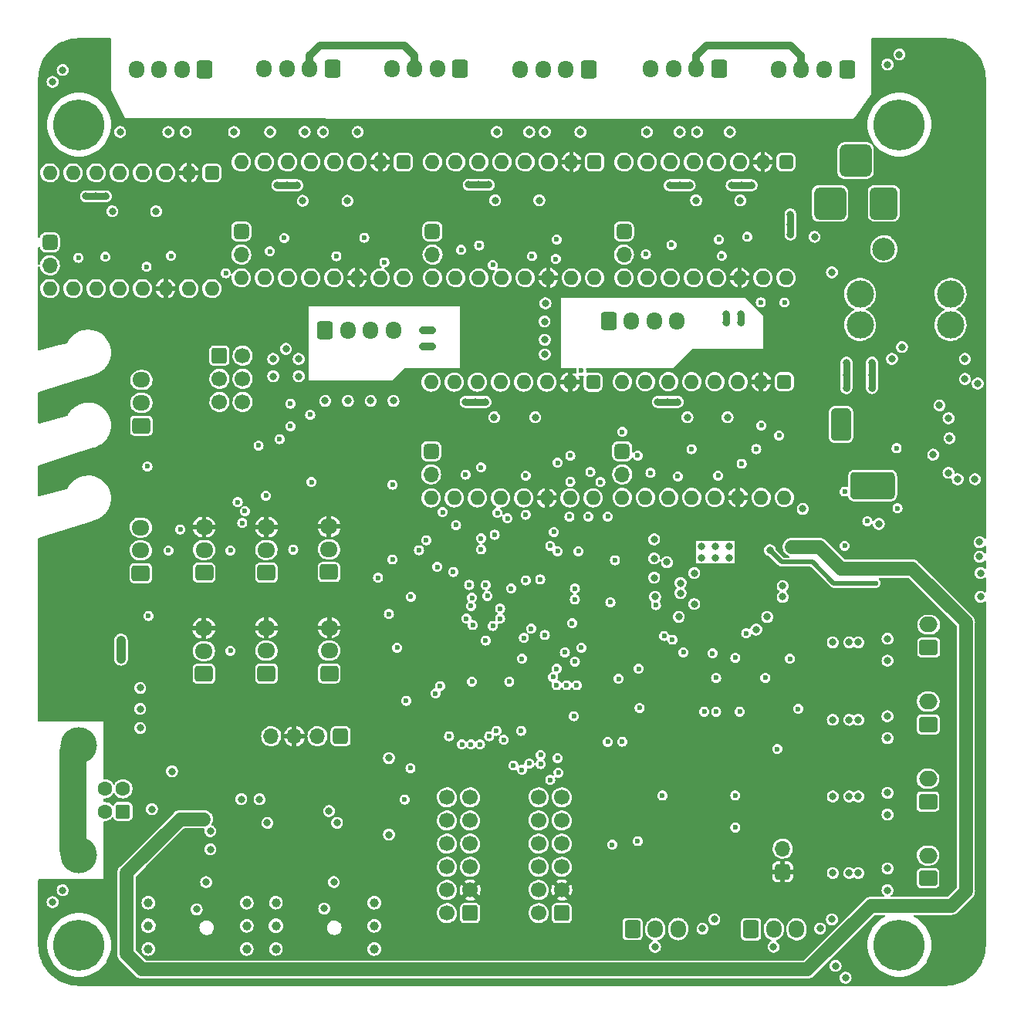
<source format=gbr>
%TF.GenerationSoftware,KiCad,Pcbnew,(6.0.7)*%
%TF.CreationDate,2022-10-06T16:10:22+02:00*%
%TF.ProjectId,mobo,6d6f626f-2e6b-4696-9361-645f70636258,4A*%
%TF.SameCoordinates,Original*%
%TF.FileFunction,Copper,L3,Inr*%
%TF.FilePolarity,Positive*%
%FSLAX46Y46*%
G04 Gerber Fmt 4.6, Leading zero omitted, Abs format (unit mm)*
G04 Created by KiCad (PCBNEW (6.0.7)) date 2022-10-06 16:10:22*
%MOMM*%
%LPD*%
G01*
G04 APERTURE LIST*
G04 Aperture macros list*
%AMRoundRect*
0 Rectangle with rounded corners*
0 $1 Rounding radius*
0 $2 $3 $4 $5 $6 $7 $8 $9 X,Y pos of 4 corners*
0 Add a 4 corners polygon primitive as box body*
4,1,4,$2,$3,$4,$5,$6,$7,$8,$9,$2,$3,0*
0 Add four circle primitives for the rounded corners*
1,1,$1+$1,$2,$3*
1,1,$1+$1,$4,$5*
1,1,$1+$1,$6,$7*
1,1,$1+$1,$8,$9*
0 Add four rect primitives between the rounded corners*
20,1,$1+$1,$2,$3,$4,$5,0*
20,1,$1+$1,$4,$5,$6,$7,0*
20,1,$1+$1,$6,$7,$8,$9,0*
20,1,$1+$1,$8,$9,$2,$3,0*%
G04 Aperture macros list end*
%TA.AperFunction,ComponentPad*%
%ADD10RoundRect,0.400000X-0.400000X0.400000X-0.400000X-0.400000X0.400000X-0.400000X0.400000X0.400000X0*%
%TD*%
%TA.AperFunction,ComponentPad*%
%ADD11O,1.600000X1.600000*%
%TD*%
%TA.AperFunction,ComponentPad*%
%ADD12RoundRect,0.250000X0.600000X0.725000X-0.600000X0.725000X-0.600000X-0.725000X0.600000X-0.725000X0*%
%TD*%
%TA.AperFunction,ComponentPad*%
%ADD13O,1.700000X1.950000*%
%TD*%
%TA.AperFunction,ComponentPad*%
%ADD14RoundRect,0.250000X-0.600000X-0.725000X0.600000X-0.725000X0.600000X0.725000X-0.600000X0.725000X0*%
%TD*%
%TA.AperFunction,ComponentPad*%
%ADD15RoundRect,0.250000X0.725000X-0.600000X0.725000X0.600000X-0.725000X0.600000X-0.725000X-0.600000X0*%
%TD*%
%TA.AperFunction,ComponentPad*%
%ADD16O,1.950000X1.700000*%
%TD*%
%TA.AperFunction,ComponentPad*%
%ADD17RoundRect,0.250000X0.600000X0.600000X-0.600000X0.600000X-0.600000X-0.600000X0.600000X-0.600000X0*%
%TD*%
%TA.AperFunction,ComponentPad*%
%ADD18C,1.700000*%
%TD*%
%TA.AperFunction,ComponentPad*%
%ADD19RoundRect,0.250000X-0.600000X-0.600000X0.600000X-0.600000X0.600000X0.600000X-0.600000X0.600000X0*%
%TD*%
%TA.AperFunction,ComponentPad*%
%ADD20RoundRect,0.250000X0.750000X-0.600000X0.750000X0.600000X-0.750000X0.600000X-0.750000X-0.600000X0*%
%TD*%
%TA.AperFunction,ComponentPad*%
%ADD21O,2.000000X1.700000*%
%TD*%
%TA.AperFunction,ComponentPad*%
%ADD22C,5.600000*%
%TD*%
%TA.AperFunction,ComponentPad*%
%ADD23RoundRect,0.525000X1.225000X1.225000X-1.225000X1.225000X-1.225000X-1.225000X1.225000X-1.225000X0*%
%TD*%
%TA.AperFunction,ComponentPad*%
%ADD24C,2.500000*%
%TD*%
%TA.AperFunction,ComponentPad*%
%ADD25RoundRect,0.450000X1.050000X1.300000X-1.050000X1.300000X-1.050000X-1.300000X1.050000X-1.300000X0*%
%TD*%
%TA.AperFunction,ComponentPad*%
%ADD26RoundRect,0.425000X-0.425000X-0.425000X0.425000X-0.425000X0.425000X0.425000X-0.425000X0.425000X0*%
%TD*%
%TA.AperFunction,ComponentPad*%
%ADD27O,1.700000X1.700000*%
%TD*%
%TA.AperFunction,ComponentPad*%
%ADD28C,1.000000*%
%TD*%
%TA.AperFunction,ComponentPad*%
%ADD29C,3.000000*%
%TD*%
%TA.AperFunction,ComponentPad*%
%ADD30RoundRect,0.320000X-0.480000X0.480000X-0.480000X-0.480000X0.480000X-0.480000X0.480000X0.480000X0*%
%TD*%
%TA.AperFunction,ComponentPad*%
%ADD31C,1.600000*%
%TD*%
%TA.AperFunction,ComponentPad*%
%ADD32C,4.000000*%
%TD*%
%TA.AperFunction,ComponentPad*%
%ADD33RoundRect,0.340000X0.510000X0.510000X-0.510000X0.510000X-0.510000X-0.510000X0.510000X-0.510000X0*%
%TD*%
%TA.AperFunction,ComponentPad*%
%ADD34RoundRect,0.340000X-0.510000X0.510000X-0.510000X-0.510000X0.510000X-0.510000X0.510000X0.510000X0*%
%TD*%
%TA.AperFunction,ViaPad*%
%ADD35C,0.800000*%
%TD*%
%TA.AperFunction,ViaPad*%
%ADD36C,0.600000*%
%TD*%
%TA.AperFunction,Conductor*%
%ADD37C,0.800000*%
%TD*%
%TA.AperFunction,Conductor*%
%ADD38C,0.850000*%
%TD*%
%TA.AperFunction,Conductor*%
%ADD39C,0.500000*%
%TD*%
%TA.AperFunction,Conductor*%
%ADD40C,1.500000*%
%TD*%
%TA.AperFunction,Conductor*%
%ADD41C,1.000000*%
%TD*%
%TA.AperFunction,Conductor*%
%ADD42C,3.000000*%
%TD*%
G04 APERTURE END LIST*
D10*
X99570000Y-55100000D03*
D11*
X97030000Y-55100000D03*
X94490000Y-55100000D03*
X91950000Y-55100000D03*
X89410000Y-55100000D03*
X86870000Y-55100000D03*
X84330000Y-55100000D03*
X81790000Y-55100000D03*
X81790000Y-67800000D03*
X84330000Y-67800000D03*
X86870000Y-67800000D03*
X89410000Y-67800000D03*
X91950000Y-67800000D03*
X94490000Y-67800000D03*
X97030000Y-67800000D03*
X99570000Y-67800000D03*
D10*
X120560000Y-55100000D03*
D11*
X118020000Y-55100000D03*
X115480000Y-55100000D03*
X112940000Y-55100000D03*
X110400000Y-55100000D03*
X107860000Y-55100000D03*
X105320000Y-55100000D03*
X102780000Y-55100000D03*
X102780000Y-67800000D03*
X105320000Y-67800000D03*
X107860000Y-67800000D03*
X110400000Y-67800000D03*
X112940000Y-67800000D03*
X115480000Y-67800000D03*
X118020000Y-67800000D03*
X120560000Y-67800000D03*
D10*
X78570000Y-56280000D03*
D11*
X76030000Y-56280000D03*
X73490000Y-56280000D03*
X70950000Y-56280000D03*
X68410000Y-56280000D03*
X65870000Y-56280000D03*
X63330000Y-56280000D03*
X60790000Y-56280000D03*
X60790000Y-68980000D03*
X63330000Y-68980000D03*
X65870000Y-68980000D03*
X68410000Y-68980000D03*
X70950000Y-68980000D03*
X73490000Y-68980000D03*
X76030000Y-68980000D03*
X78570000Y-68980000D03*
D10*
X141380000Y-79200000D03*
D11*
X138840000Y-79200000D03*
X136300000Y-79200000D03*
X133760000Y-79200000D03*
X131220000Y-79200000D03*
X128680000Y-79200000D03*
X126140000Y-79200000D03*
X123600000Y-79200000D03*
X123600000Y-91900000D03*
X126140000Y-91900000D03*
X128680000Y-91900000D03*
X131220000Y-91900000D03*
X133760000Y-91900000D03*
X136300000Y-91900000D03*
X138840000Y-91900000D03*
X141380000Y-91900000D03*
D12*
X119900000Y-44906000D03*
D13*
X117400000Y-44906000D03*
X114900000Y-44906000D03*
X112400000Y-44906000D03*
D12*
X77774000Y-44906000D03*
D13*
X75274000Y-44906000D03*
X72774000Y-44906000D03*
X70274000Y-44906000D03*
D14*
X122100000Y-72575000D03*
D13*
X124600000Y-72575000D03*
X127100000Y-72575000D03*
X129600000Y-72575000D03*
D12*
X105795000Y-44900000D03*
D13*
X103295000Y-44900000D03*
X100795000Y-44900000D03*
X98295000Y-44900000D03*
D12*
X91800000Y-44900000D03*
D13*
X89300000Y-44900000D03*
X86800000Y-44900000D03*
X84300000Y-44900000D03*
D10*
X141560000Y-55100000D03*
D11*
X139020000Y-55100000D03*
X136480000Y-55100000D03*
X133940000Y-55100000D03*
X131400000Y-55100000D03*
X128860000Y-55100000D03*
X126320000Y-55100000D03*
X123780000Y-55100000D03*
X123780000Y-67800000D03*
X126320000Y-67800000D03*
X128860000Y-67800000D03*
X131400000Y-67800000D03*
X133940000Y-67800000D03*
X136480000Y-67800000D03*
X139020000Y-67800000D03*
X141560000Y-67800000D03*
D12*
X148250000Y-44902600D03*
D13*
X145750000Y-44902600D03*
X143250000Y-44902600D03*
X140750000Y-44902600D03*
D10*
X120400000Y-79250000D03*
D11*
X117860000Y-79250000D03*
X115320000Y-79250000D03*
X112780000Y-79250000D03*
X110240000Y-79250000D03*
X107700000Y-79250000D03*
X105160000Y-79250000D03*
X102620000Y-79250000D03*
X102620000Y-91950000D03*
X105160000Y-91950000D03*
X107700000Y-91950000D03*
X110240000Y-91950000D03*
X112780000Y-91950000D03*
X115320000Y-91950000D03*
X117860000Y-91950000D03*
X120400000Y-91950000D03*
D12*
X134200000Y-44900000D03*
D13*
X131700000Y-44900000D03*
X129200000Y-44900000D03*
X126700000Y-44900000D03*
D15*
X84560000Y-100150000D03*
D16*
X84560000Y-97650000D03*
X84560000Y-95150000D03*
D15*
X91420000Y-100100000D03*
D16*
X91420000Y-97600000D03*
X91420000Y-95100000D03*
D15*
X84560000Y-111210000D03*
D16*
X84560000Y-108710000D03*
X84560000Y-106210000D03*
D15*
X77690000Y-111250000D03*
D16*
X77690000Y-108750000D03*
X77690000Y-106250000D03*
D17*
X106900000Y-137510000D03*
D18*
X104360000Y-137510000D03*
X106900000Y-134970000D03*
X104360000Y-134970000D03*
X106900000Y-132430000D03*
X104360000Y-132430000D03*
X106900000Y-129890000D03*
X104360000Y-129890000D03*
X106900000Y-127350000D03*
X104360000Y-127350000D03*
X106900000Y-124810000D03*
X104360000Y-124810000D03*
D17*
X116960000Y-137510000D03*
D18*
X114420000Y-137510000D03*
X116960000Y-134970000D03*
X114420000Y-134970000D03*
X116960000Y-132430000D03*
X114420000Y-132430000D03*
X116960000Y-129890000D03*
X114420000Y-129890000D03*
X116960000Y-127350000D03*
X114420000Y-127350000D03*
X116960000Y-124810000D03*
X114420000Y-124810000D03*
D19*
X79400000Y-76340000D03*
D18*
X81940000Y-76340000D03*
X79400000Y-78880000D03*
X81940000Y-78880000D03*
X79400000Y-81420000D03*
X81940000Y-81420000D03*
D14*
X137730000Y-139270000D03*
D13*
X140230000Y-139270000D03*
X142730000Y-139270000D03*
D14*
X124730000Y-139260000D03*
D13*
X127230000Y-139260000D03*
X129730000Y-139260000D03*
D15*
X91450000Y-111200000D03*
D16*
X91450000Y-108700000D03*
X91450000Y-106200000D03*
D20*
X157140000Y-125260000D03*
D21*
X157140000Y-122760000D03*
D20*
X157170000Y-116790000D03*
D21*
X157170000Y-114290000D03*
D20*
X157220000Y-108360000D03*
D21*
X157220000Y-105860000D03*
D20*
X157150000Y-133680000D03*
D21*
X157150000Y-131180000D03*
D15*
X77720000Y-100150000D03*
D16*
X77720000Y-97650000D03*
X77720000Y-95150000D03*
D15*
X70835000Y-84020000D03*
D16*
X70835000Y-81520000D03*
X70835000Y-79020000D03*
D15*
X70775000Y-100200000D03*
D16*
X70775000Y-97700000D03*
X70775000Y-95200000D03*
D14*
X91000000Y-73582000D03*
D13*
X93500000Y-73582000D03*
X96000000Y-73582000D03*
X98500000Y-73582000D03*
D22*
X64000000Y-141000000D03*
D23*
X146400000Y-59636000D03*
D24*
X152300000Y-59636000D03*
D25*
X152300000Y-59636000D03*
D23*
X149200000Y-54936000D03*
D24*
X152300000Y-64636000D03*
D26*
X123780000Y-62720000D03*
D27*
X123780000Y-65260000D03*
D22*
X154000000Y-51000000D03*
D28*
X71600000Y-136360000D03*
X71600000Y-138900000D03*
X71600000Y-141440000D03*
X82400000Y-141440000D03*
X82400000Y-138900000D03*
X82400000Y-136360000D03*
D26*
X102620000Y-86820000D03*
D27*
X102620000Y-89360000D03*
D29*
X149700000Y-72975000D03*
X149700000Y-69575000D03*
X159620000Y-69575000D03*
X159620000Y-72975000D03*
D26*
X81790000Y-62720000D03*
D27*
X81790000Y-65260000D03*
D30*
X68813500Y-126368000D03*
D31*
X68813500Y-123868000D03*
X66813500Y-123868000D03*
X66813500Y-126368000D03*
D32*
X63953500Y-119118000D03*
X63953500Y-131118000D03*
D22*
X154000000Y-141000000D03*
D26*
X123600000Y-86820000D03*
D27*
X123600000Y-89360000D03*
D33*
X141200000Y-132975000D03*
D27*
X141200000Y-130435000D03*
D28*
X85600000Y-136360000D03*
X85600000Y-138900000D03*
X85600000Y-141440000D03*
X96400000Y-141440000D03*
X96400000Y-138900000D03*
X96400000Y-136360000D03*
D26*
X102780000Y-62720000D03*
D27*
X102780000Y-65260000D03*
D34*
X92700000Y-118100000D03*
D27*
X90160000Y-118100000D03*
X87620000Y-118100000D03*
X85080000Y-118100000D03*
D26*
X60790000Y-63900000D03*
D27*
X60790000Y-66440000D03*
D22*
X64000000Y-51000000D03*
D35*
X162300000Y-89900000D03*
X151750000Y-94800000D03*
X72450000Y-60500000D03*
X68500000Y-51800000D03*
X109650000Y-59300000D03*
X143400000Y-93150000D03*
X76900000Y-137100000D03*
D36*
X103600000Y-112600000D03*
X87200000Y-81600000D03*
X136000000Y-124600000D03*
D35*
X139500000Y-105000000D03*
X154000000Y-43300000D03*
X78400000Y-128500000D03*
D36*
X71500000Y-88500000D03*
X117800000Y-94000000D03*
D35*
X160400000Y-89900000D03*
X152382000Y-90000000D03*
X149500000Y-124700000D03*
X161200000Y-78900000D03*
D36*
X122000000Y-94000000D03*
D35*
X132400000Y-139200000D03*
X149500000Y-133100000D03*
D36*
X136500000Y-115400000D03*
D35*
X91000000Y-81300000D03*
X62200000Y-45000000D03*
X88100000Y-76700000D03*
D36*
X103100000Y-113400000D03*
D35*
X61100000Y-136300000D03*
X151000000Y-77100000D03*
X75700000Y-51800000D03*
X145300000Y-139200000D03*
X131800000Y-51800000D03*
X115075000Y-72600000D03*
X159400000Y-83200000D03*
X90900000Y-137000000D03*
X148500000Y-124700000D03*
D36*
X118800000Y-97800000D03*
D35*
X149800000Y-91200000D03*
X158400000Y-81800000D03*
X130000000Y-101300000D03*
X114500000Y-59300000D03*
X153200000Y-76700000D03*
X135150000Y-83100000D03*
X146600000Y-67200000D03*
X70700000Y-112800000D03*
X162800000Y-96800000D03*
X146600000Y-138200000D03*
X129800000Y-105000000D03*
D36*
X123200000Y-111800000D03*
X148000000Y-97200000D03*
D35*
X131500000Y-103600000D03*
X129900000Y-51800000D03*
X70700000Y-115100000D03*
X162800000Y-98400000D03*
D36*
X71600000Y-104900000D03*
D35*
X157714644Y-87198007D03*
X98000000Y-128900000D03*
X151000000Y-78500000D03*
X127100000Y-100700000D03*
D36*
X122300000Y-103400000D03*
D35*
X115100000Y-51800000D03*
X127100000Y-98600000D03*
X90760000Y-51794000D03*
X98000000Y-120500000D03*
X91425000Y-126300000D03*
X113400000Y-51800000D03*
X83800000Y-125000000D03*
X146700000Y-107800000D03*
D36*
X125400000Y-110700000D03*
D35*
X152382000Y-91200000D03*
X162900000Y-100200000D03*
X147000000Y-143300000D03*
X114050000Y-83100000D03*
X148500000Y-116300000D03*
X62200000Y-135000000D03*
X72000000Y-126100000D03*
X96000000Y-81300000D03*
X78400000Y-130500000D03*
X130750000Y-83100000D03*
D36*
X86000000Y-85500000D03*
D35*
X151100000Y-90000000D03*
D36*
X103300000Y-99520000D03*
X118300000Y-115900000D03*
D35*
X84650000Y-127600000D03*
X148500000Y-107800000D03*
X161200000Y-76700000D03*
X146700000Y-133100000D03*
D36*
X87200000Y-84100000D03*
X119875213Y-94000000D03*
D35*
X94560000Y-51794000D03*
X148100000Y-144600000D03*
D36*
X128000000Y-124600000D03*
D35*
X115100000Y-76200000D03*
X138300000Y-106400000D03*
X67650000Y-60500000D03*
D36*
X132600000Y-115400000D03*
D35*
X130000000Y-102400000D03*
X93450000Y-59350000D03*
X152700000Y-44400000D03*
X159500000Y-85400000D03*
X127100000Y-96500000D03*
D36*
X122500000Y-130000000D03*
D35*
X84960000Y-51794000D03*
X141200000Y-101600000D03*
D36*
X104600000Y-118100000D03*
D35*
X162600000Y-79400000D03*
X93500000Y-81300000D03*
X88760000Y-51794000D03*
X144700000Y-63300000D03*
X148500000Y-133100000D03*
D36*
X125300000Y-129600000D03*
D35*
X131700000Y-59300000D03*
X162900000Y-102800000D03*
D36*
X119100000Y-108400000D03*
D35*
X88550000Y-59350000D03*
X92300000Y-127600000D03*
X148200000Y-77100000D03*
D36*
X99900000Y-114200000D03*
D35*
X115175000Y-70600000D03*
X146700000Y-124700000D03*
D36*
X113000000Y-93800000D03*
D35*
X109820000Y-51800000D03*
X149800000Y-90000000D03*
D36*
X128200000Y-107100000D03*
D35*
X119000000Y-51800000D03*
X109550000Y-83100000D03*
X77950000Y-134100000D03*
D36*
X105360000Y-94930000D03*
X89361200Y-82830000D03*
X133900000Y-115400000D03*
D35*
X70700000Y-117200000D03*
X81000000Y-51800000D03*
X149500000Y-107800000D03*
X128500000Y-99000000D03*
D36*
X123600000Y-118700000D03*
D35*
X133700000Y-138200000D03*
X73800000Y-51800000D03*
X85300000Y-76700000D03*
X148194668Y-79905332D03*
X131500000Y-100200000D03*
X146700000Y-116300000D03*
X136550000Y-59300000D03*
X91950000Y-134100000D03*
X98500000Y-81300000D03*
X159400000Y-89200000D03*
X151000000Y-79900000D03*
X151100000Y-91200000D03*
X154300000Y-75400000D03*
X81800000Y-125000000D03*
X115100000Y-74600000D03*
X126300000Y-51800000D03*
X135400000Y-51800000D03*
X61100000Y-46300000D03*
X149500000Y-116300000D03*
X127200000Y-102800000D03*
X74200000Y-121950000D03*
D36*
X127300000Y-103700000D03*
D35*
X86700000Y-75600000D03*
X148200000Y-78500000D03*
X141200000Y-102800000D03*
D36*
X101300000Y-97700000D03*
X106800000Y-101500000D03*
X107000000Y-103800000D03*
X98400000Y-90500000D03*
X108800000Y-102700000D03*
X98400000Y-98700000D03*
X119100000Y-78000000D03*
X89500000Y-90200000D03*
X109600000Y-96000000D03*
X116500000Y-97800000D03*
X140800000Y-85100000D03*
X115700000Y-97200000D03*
X138300000Y-86600000D03*
D35*
X127300000Y-94500000D03*
X133800000Y-104700000D03*
D36*
X128200000Y-116200000D03*
X88300000Y-131400000D03*
X139300000Y-113500000D03*
X95700000Y-120700000D03*
X120900000Y-117200000D03*
D35*
X128300000Y-94500000D03*
X79500000Y-122900000D03*
X80500000Y-122900000D03*
X132300000Y-97300000D03*
X90050000Y-131400000D03*
D36*
X115800000Y-84100000D03*
X99494000Y-133946000D03*
X105233324Y-97214639D03*
X137100000Y-85000000D03*
X95200000Y-60820000D03*
X137200000Y-60700000D03*
D35*
X134900000Y-104700000D03*
D36*
X98500000Y-116900000D03*
X131900000Y-109800000D03*
X131300000Y-115400000D03*
X94000000Y-130600000D03*
D35*
X133800000Y-97300000D03*
D36*
X128000000Y-132200000D03*
D35*
X75000000Y-132800000D03*
D36*
X148200000Y-86700000D03*
D35*
X135300000Y-98500000D03*
D36*
X79900000Y-128250000D03*
X121500000Y-98100000D03*
X79900000Y-130200000D03*
D35*
X135300000Y-97300000D03*
D36*
X78800000Y-119300000D03*
X98500000Y-118800000D03*
X74200000Y-62000000D03*
X123200000Y-108000000D03*
D35*
X132300000Y-98500000D03*
D36*
X101900000Y-116300000D03*
X78000000Y-122400000D03*
X95700000Y-128800000D03*
X137000000Y-109400000D03*
X136000000Y-131500000D03*
X89100000Y-87700000D03*
X123000000Y-100800000D03*
X120700000Y-98100000D03*
D35*
X133800000Y-103600000D03*
D36*
X116200000Y-60820000D03*
X92337000Y-123500000D03*
X84787500Y-131400000D03*
X95892000Y-133900000D03*
D35*
X133800000Y-98500000D03*
X134900000Y-103600000D03*
X129700000Y-81420000D03*
X107850000Y-57600000D03*
X152700000Y-115900000D03*
X86850000Y-57650000D03*
X135600000Y-57650000D03*
X152700000Y-109800000D03*
X147100000Y-83900000D03*
X152700000Y-126700000D03*
X147100000Y-82700000D03*
X131000000Y-57650000D03*
X87950000Y-57650000D03*
X128800000Y-57650000D03*
X142050000Y-61950000D03*
X127500000Y-81420000D03*
X107500000Y-81420000D03*
X85750000Y-57650000D03*
X106750000Y-57600000D03*
X152700000Y-132600000D03*
X85300000Y-78600000D03*
X65850000Y-58850000D03*
X152700000Y-107400000D03*
X128600000Y-81420000D03*
X129900000Y-57650000D03*
X108600000Y-81420000D03*
X152700000Y-124300000D03*
X152700000Y-135000000D03*
X148100000Y-83900000D03*
X136700000Y-57650000D03*
X152700000Y-118300000D03*
X106400000Y-81420000D03*
X148100000Y-82700000D03*
X108950000Y-57600000D03*
X88100000Y-78600000D03*
X64750000Y-58850000D03*
X66950000Y-58850000D03*
X142050000Y-60850000D03*
X148100000Y-85100000D03*
X137800000Y-57650000D03*
X142050000Y-63050000D03*
X147100000Y-85100000D03*
D36*
X138800000Y-70500000D03*
X141400000Y-70500000D03*
X123600000Y-84700000D03*
X121200000Y-90200000D03*
D35*
X135000000Y-71800000D03*
X135000000Y-72700000D03*
X136600000Y-71800000D03*
X136600000Y-72700000D03*
D36*
X113000000Y-101000000D03*
X111400000Y-101900000D03*
D35*
X101700000Y-75300000D03*
X102700000Y-75300000D03*
X102700000Y-73600000D03*
X101700000Y-73600000D03*
D36*
X116000000Y-111600000D03*
X151400000Y-101300000D03*
D35*
X139800000Y-97700000D03*
D36*
X116400000Y-110700000D03*
X108100000Y-96400000D03*
X108100000Y-97600000D03*
X102100000Y-96600000D03*
D35*
X75700000Y-127200000D03*
X144200000Y-97350000D03*
X77700000Y-127200000D03*
X142200000Y-97350000D03*
X76700000Y-127200000D03*
X143200000Y-97350000D03*
D36*
X137200000Y-106800000D03*
X136000000Y-128100000D03*
X133900000Y-111700000D03*
X139300000Y-111700000D03*
X116400000Y-112500000D03*
X115100000Y-107000000D03*
X133500000Y-109000000D03*
X130300000Y-108900000D03*
X112600000Y-109600000D03*
X73800000Y-97720000D03*
X80600000Y-97720000D03*
X87500000Y-97620000D03*
X80600000Y-108720000D03*
X113400000Y-121100000D03*
X114600000Y-100900000D03*
X118400000Y-103100000D03*
X110200000Y-104100000D03*
X98900000Y-108400000D03*
X140600000Y-119500000D03*
X114650000Y-120150000D03*
X122005738Y-118727122D03*
X112800000Y-107300000D03*
X116500000Y-120500000D03*
X131200000Y-86600000D03*
X109900000Y-93600000D03*
X66900000Y-65500000D03*
X86500000Y-63420000D03*
X108100000Y-88600000D03*
X129000000Y-64200000D03*
X129700000Y-89600000D03*
X107900000Y-64250000D03*
X109800000Y-117500000D03*
D35*
X68600000Y-108600000D03*
X127200000Y-141200000D03*
X140200000Y-141200000D03*
X68600000Y-109600000D03*
X68600000Y-107600000D03*
D36*
X148000000Y-91250000D03*
X150480000Y-94500000D03*
X113600000Y-106300000D03*
X118100000Y-105700000D03*
X126700000Y-89200000D03*
X120100000Y-89100000D03*
X112500000Y-117500000D03*
X138850000Y-84000000D03*
X115700000Y-122900000D03*
X63940000Y-65600000D03*
X126190000Y-65220000D03*
X106400000Y-89400000D03*
X105930000Y-64740000D03*
X84940000Y-64900000D03*
X118400000Y-109900000D03*
X116400000Y-63600000D03*
X95300000Y-63400000D03*
X74100000Y-65400000D03*
X136700000Y-88200000D03*
X137300000Y-63300000D03*
X110600000Y-118500000D03*
X116500000Y-88100000D03*
X108600000Y-107600000D03*
X106000000Y-119000000D03*
X112600000Y-121800000D03*
X99724220Y-125041107D03*
X107100000Y-112100000D03*
X107000000Y-119000000D03*
X100363000Y-121600000D03*
X111650000Y-121300000D03*
X117500000Y-112500000D03*
X116600000Y-122100000D03*
X117300000Y-108900000D03*
X109000000Y-118100000D03*
X110200000Y-105200000D03*
X108000000Y-119000000D03*
X109400000Y-106000000D03*
X107100000Y-102900000D03*
X71407000Y-66600000D03*
X83700000Y-86200000D03*
X103900000Y-93500000D03*
X109400000Y-66400000D03*
X113680000Y-65420000D03*
X134200000Y-63600000D03*
X125300000Y-87300000D03*
X116100000Y-95700000D03*
X134115500Y-89500000D03*
X108600000Y-101500000D03*
X113000000Y-89500000D03*
X122800000Y-98800000D03*
X134505500Y-65414000D03*
X105050000Y-100070000D03*
X92235000Y-65434000D03*
X129100000Y-107500000D03*
X118400000Y-101900000D03*
X142000000Y-109600000D03*
X125500000Y-115000000D03*
X111200000Y-112100000D03*
X136000000Y-109500000D03*
X100400000Y-102800000D03*
X107200000Y-105900000D03*
X106500000Y-105200000D03*
X96800000Y-100700000D03*
X153700000Y-86500000D03*
X153800000Y-93100000D03*
X75100000Y-95400000D03*
X81900000Y-94700000D03*
X80100000Y-67300000D03*
X81400000Y-92400000D03*
X97500000Y-66120000D03*
X117900000Y-87300000D03*
X117900000Y-90169500D03*
X111000000Y-94200000D03*
X84500000Y-91700000D03*
X116300000Y-65750000D03*
X82200000Y-93400000D03*
X114650000Y-121150000D03*
X98000000Y-104700000D03*
X142900000Y-115100000D03*
X118600000Y-112500000D03*
D37*
X151000000Y-77100000D02*
X151000000Y-79900000D01*
X148200000Y-79900000D02*
X148194668Y-79905332D01*
X148200000Y-77100000D02*
X148200000Y-79900000D01*
X106750000Y-57600000D02*
X108950000Y-57600000D01*
X106400000Y-81420000D02*
X108600000Y-81420000D01*
X142050000Y-60850000D02*
X142050000Y-63050000D01*
X135600000Y-57650000D02*
X137800000Y-57650000D01*
X85750000Y-57650000D02*
X87950000Y-57650000D01*
X64750000Y-58850000D02*
X66950000Y-58850000D01*
X127500000Y-81420000D02*
X129700000Y-81420000D01*
X128800000Y-57650000D02*
X131000000Y-57650000D01*
X135000000Y-71800000D02*
X135000000Y-72700000D01*
X136600000Y-71800000D02*
X136600000Y-72700000D01*
D38*
X101700000Y-75300000D02*
X102700000Y-75300000D01*
X101700000Y-73600000D02*
X102700000Y-73600000D01*
D39*
X144500000Y-99000000D02*
X141100000Y-99000000D01*
X151400000Y-101300000D02*
X146800000Y-101300000D01*
X146800000Y-101300000D02*
X144500000Y-99000000D01*
X141100000Y-99000000D02*
X139800000Y-97700000D01*
D38*
X143195000Y-44900000D02*
X143195000Y-43429000D01*
X132860000Y-42294000D02*
X131700000Y-43454000D01*
X143195000Y-43429000D02*
X142060000Y-42294000D01*
X142060000Y-42294000D02*
X132860000Y-42294000D01*
X131700000Y-43454000D02*
X131700000Y-44900000D01*
D40*
X145250000Y-97350000D02*
X147600000Y-99700000D01*
X75100000Y-127200000D02*
X77700000Y-127200000D01*
X147600000Y-99700000D02*
X155400000Y-99700000D01*
X142200000Y-97350000D02*
X145250000Y-97350000D01*
X161300000Y-135100000D02*
X159700000Y-136700000D01*
X161300000Y-105600000D02*
X161300000Y-135100000D01*
X70900000Y-143700000D02*
X69200000Y-142000000D01*
X155400000Y-99700000D02*
X161300000Y-105600000D01*
X150900000Y-136700000D02*
X143900000Y-143700000D01*
X159700000Y-136700000D02*
X150900000Y-136700000D01*
X143900000Y-143700000D02*
X70900000Y-143700000D01*
X69200000Y-142000000D02*
X69200000Y-133100000D01*
X69200000Y-133100000D02*
X75100000Y-127200000D01*
D38*
X100795000Y-43429000D02*
X99660000Y-42294000D01*
X100795000Y-44900000D02*
X100795000Y-43429000D01*
X90460000Y-42294000D02*
X89300000Y-43454000D01*
X89300000Y-43454000D02*
X89300000Y-44900000D01*
X99660000Y-42294000D02*
X90460000Y-42294000D01*
D41*
X68600000Y-107600000D02*
X68600000Y-109600000D01*
D42*
X63926750Y-119126750D02*
X63273250Y-119780250D01*
X63273250Y-119780250D02*
X63273250Y-130473250D01*
X63273250Y-130473250D02*
X63926750Y-131126750D01*
%TA.AperFunction,Conductor*%
G36*
X148208188Y-82101078D02*
G01*
X148312963Y-82114872D01*
X148344735Y-82123385D01*
X148434674Y-82160639D01*
X148463160Y-82177086D01*
X148540393Y-82236349D01*
X148563651Y-82259607D01*
X148622914Y-82336840D01*
X148639361Y-82365326D01*
X148676615Y-82455265D01*
X148685128Y-82487037D01*
X148698922Y-82591812D01*
X148700000Y-82608258D01*
X148700000Y-85191742D01*
X148698922Y-85208188D01*
X148685128Y-85312963D01*
X148676615Y-85344735D01*
X148639361Y-85434674D01*
X148622914Y-85463160D01*
X148563651Y-85540393D01*
X148540393Y-85563651D01*
X148463160Y-85622914D01*
X148434674Y-85639361D01*
X148344735Y-85676615D01*
X148312963Y-85685128D01*
X148208188Y-85698922D01*
X148191742Y-85700000D01*
X147008258Y-85700000D01*
X146991812Y-85698922D01*
X146887037Y-85685128D01*
X146855265Y-85676615D01*
X146765326Y-85639361D01*
X146736840Y-85622914D01*
X146659607Y-85563651D01*
X146636349Y-85540393D01*
X146577086Y-85463160D01*
X146560639Y-85434674D01*
X146523385Y-85344735D01*
X146514872Y-85312963D01*
X146501078Y-85208188D01*
X146500000Y-85191742D01*
X146500000Y-82608258D01*
X146501078Y-82591812D01*
X146514872Y-82487037D01*
X146523385Y-82455265D01*
X146560639Y-82365326D01*
X146577086Y-82336840D01*
X146636349Y-82259607D01*
X146659607Y-82236349D01*
X146736840Y-82177086D01*
X146765326Y-82160639D01*
X146855265Y-82123385D01*
X146887037Y-82114872D01*
X146991812Y-82101078D01*
X147008258Y-82100000D01*
X148191742Y-82100000D01*
X148208188Y-82101078D01*
G37*
%TD.AperFunction*%
%TA.AperFunction,Conductor*%
G36*
X67489191Y-41519407D02*
G01*
X67525155Y-41568907D01*
X67530000Y-41599500D01*
X67530000Y-47200000D01*
X67534714Y-47209940D01*
X67534714Y-47209942D01*
X68502954Y-49251808D01*
X69000000Y-50300000D01*
X69012400Y-50300016D01*
X69012402Y-50300016D01*
X113404066Y-50355505D01*
X149000000Y-50400000D01*
X149328553Y-49923343D01*
X150921458Y-47612393D01*
X150921458Y-47612392D01*
X150930000Y-47600000D01*
X150930000Y-44393138D01*
X152044758Y-44393138D01*
X152045413Y-44399071D01*
X152045413Y-44399075D01*
X152051620Y-44455293D01*
X152062035Y-44549633D01*
X152068175Y-44566412D01*
X152098235Y-44648553D01*
X152116143Y-44697490D01*
X152119472Y-44702444D01*
X152200629Y-44823219D01*
X152200632Y-44823223D01*
X152203958Y-44828172D01*
X152208369Y-44832186D01*
X152208371Y-44832188D01*
X152315995Y-44930118D01*
X152320410Y-44934135D01*
X152341885Y-44945795D01*
X152453530Y-45006414D01*
X152453532Y-45006415D01*
X152458776Y-45009262D01*
X152538534Y-45030186D01*
X152605300Y-45047702D01*
X152605304Y-45047702D01*
X152611069Y-45049215D01*
X152617030Y-45049309D01*
X152617033Y-45049309D01*
X152689782Y-45050451D01*
X152768495Y-45051688D01*
X152785899Y-45047702D01*
X152916149Y-45017871D01*
X152916151Y-45017870D01*
X152921968Y-45016538D01*
X152927565Y-45013723D01*
X153057299Y-44948474D01*
X153057301Y-44948473D01*
X153062625Y-44945795D01*
X153076277Y-44934135D01*
X153177810Y-44847418D01*
X153177811Y-44847417D01*
X153182348Y-44843542D01*
X153274224Y-44715683D01*
X153282175Y-44695906D01*
X153330726Y-44575131D01*
X153330727Y-44575129D01*
X153332950Y-44569598D01*
X153334994Y-44555240D01*
X153354678Y-44416929D01*
X153354678Y-44416925D01*
X153355134Y-44413723D01*
X153355278Y-44400000D01*
X153336363Y-44243694D01*
X153280710Y-44096412D01*
X153191531Y-43966657D01*
X153187078Y-43962690D01*
X153187075Y-43962686D01*
X153119557Y-43902531D01*
X153073976Y-43861919D01*
X153048583Y-43848474D01*
X152940105Y-43791037D01*
X152940102Y-43791036D01*
X152934831Y-43788245D01*
X152858480Y-43769067D01*
X152787918Y-43751343D01*
X152787915Y-43751343D01*
X152782128Y-43749889D01*
X152702564Y-43749473D01*
X152630650Y-43749096D01*
X152630648Y-43749096D01*
X152624684Y-43749065D01*
X152471588Y-43785820D01*
X152399035Y-43823267D01*
X152336985Y-43855293D01*
X152336983Y-43855295D01*
X152331679Y-43858032D01*
X152213034Y-43961533D01*
X152122501Y-44090348D01*
X152065309Y-44237039D01*
X152064531Y-44242950D01*
X152064530Y-44242953D01*
X152063653Y-44249616D01*
X152044758Y-44393138D01*
X150930000Y-44393138D01*
X150930000Y-43293138D01*
X153344758Y-43293138D01*
X153345413Y-43299071D01*
X153345413Y-43299075D01*
X153354327Y-43379813D01*
X153362035Y-43449633D01*
X153416143Y-43597490D01*
X153419472Y-43602444D01*
X153500629Y-43723219D01*
X153500632Y-43723223D01*
X153503958Y-43728172D01*
X153508369Y-43732186D01*
X153508371Y-43732188D01*
X153615995Y-43830118D01*
X153620410Y-43834135D01*
X153671650Y-43861956D01*
X153753530Y-43906414D01*
X153753532Y-43906415D01*
X153758776Y-43909262D01*
X153838534Y-43930186D01*
X153905300Y-43947702D01*
X153905304Y-43947702D01*
X153911069Y-43949215D01*
X153917030Y-43949309D01*
X153917033Y-43949309D01*
X153989782Y-43950451D01*
X154068495Y-43951688D01*
X154085899Y-43947702D01*
X154216149Y-43917871D01*
X154216151Y-43917870D01*
X154221968Y-43916538D01*
X154227299Y-43913857D01*
X154357299Y-43848474D01*
X154357301Y-43848473D01*
X154362625Y-43845795D01*
X154376277Y-43834135D01*
X154477810Y-43747418D01*
X154477811Y-43747417D01*
X154482348Y-43743542D01*
X154574224Y-43615683D01*
X154632950Y-43469598D01*
X154634994Y-43455240D01*
X154654678Y-43316929D01*
X154654678Y-43316925D01*
X154655134Y-43313723D01*
X154655278Y-43300000D01*
X154636363Y-43143694D01*
X154580710Y-42996412D01*
X154491531Y-42866657D01*
X154487078Y-42862690D01*
X154487075Y-42862686D01*
X154419557Y-42802531D01*
X154373976Y-42761919D01*
X154361462Y-42755293D01*
X154240105Y-42691037D01*
X154240102Y-42691036D01*
X154234831Y-42688245D01*
X154158479Y-42669067D01*
X154087918Y-42651343D01*
X154087915Y-42651343D01*
X154082128Y-42649889D01*
X154002564Y-42649473D01*
X153930650Y-42649096D01*
X153930648Y-42649096D01*
X153924684Y-42649065D01*
X153771588Y-42685820D01*
X153699035Y-42723267D01*
X153636985Y-42755293D01*
X153636983Y-42755295D01*
X153631679Y-42758032D01*
X153513034Y-42861533D01*
X153422501Y-42990348D01*
X153365309Y-43137039D01*
X153364531Y-43142950D01*
X153364530Y-43142953D01*
X153363653Y-43149616D01*
X153344758Y-43293138D01*
X150930000Y-43293138D01*
X150930000Y-41599500D01*
X150948907Y-41541309D01*
X150998407Y-41505345D01*
X151029000Y-41500500D01*
X158953351Y-41500500D01*
X158968581Y-41501679D01*
X158979269Y-41503343D01*
X158993823Y-41505609D01*
X159016119Y-41502694D01*
X159033265Y-41501953D01*
X159387841Y-41517434D01*
X159396445Y-41518187D01*
X159641569Y-41550458D01*
X159777054Y-41568295D01*
X159785544Y-41569792D01*
X160160338Y-41652882D01*
X160168671Y-41655115D01*
X160534805Y-41770556D01*
X160542907Y-41773504D01*
X160806977Y-41882886D01*
X160897580Y-41920415D01*
X160905407Y-41924065D01*
X161245920Y-42101325D01*
X161253382Y-42105633D01*
X161577179Y-42311914D01*
X161584231Y-42316852D01*
X161888797Y-42550554D01*
X161895401Y-42556095D01*
X162178448Y-42815460D01*
X162184540Y-42821552D01*
X162443905Y-43104599D01*
X162449444Y-43111201D01*
X162683148Y-43415769D01*
X162688086Y-43422821D01*
X162894367Y-43746618D01*
X162898675Y-43754080D01*
X163009208Y-43966412D01*
X163075935Y-44094593D01*
X163079585Y-44102420D01*
X163207193Y-44410491D01*
X163226493Y-44457086D01*
X163229444Y-44465195D01*
X163343890Y-44828172D01*
X163344885Y-44831327D01*
X163347118Y-44839662D01*
X163418954Y-45163691D01*
X163430206Y-45214446D01*
X163431705Y-45222946D01*
X163449542Y-45358431D01*
X163481813Y-45603555D01*
X163482566Y-45612159D01*
X163497741Y-45959721D01*
X163496657Y-45979267D01*
X163494391Y-45993823D01*
X163495306Y-46000819D01*
X163498664Y-46026500D01*
X163499500Y-46039336D01*
X163499500Y-96350421D01*
X163480593Y-96408612D01*
X163431093Y-96444576D01*
X163369907Y-96444576D01*
X163318912Y-96406496D01*
X163294912Y-96371576D01*
X163294911Y-96371575D01*
X163291531Y-96366657D01*
X163287078Y-96362690D01*
X163287075Y-96362686D01*
X163216210Y-96299548D01*
X163173976Y-96261919D01*
X163133421Y-96240446D01*
X163040105Y-96191037D01*
X163040102Y-96191036D01*
X163034831Y-96188245D01*
X162941902Y-96164903D01*
X162887918Y-96151343D01*
X162887915Y-96151343D01*
X162882128Y-96149889D01*
X162802564Y-96149473D01*
X162730650Y-96149096D01*
X162730648Y-96149096D01*
X162724684Y-96149065D01*
X162658714Y-96164903D01*
X162589645Y-96181485D01*
X162571588Y-96185820D01*
X162508548Y-96218357D01*
X162436985Y-96255293D01*
X162436983Y-96255295D01*
X162431679Y-96258032D01*
X162313034Y-96361533D01*
X162222501Y-96490348D01*
X162220334Y-96495906D01*
X162218933Y-96499500D01*
X162165309Y-96637039D01*
X162164531Y-96642950D01*
X162164530Y-96642953D01*
X162161914Y-96662823D01*
X162144758Y-96793138D01*
X162145413Y-96799071D01*
X162145413Y-96799075D01*
X162154511Y-96881483D01*
X162162035Y-96949633D01*
X162164087Y-96955240D01*
X162213938Y-97091464D01*
X162216143Y-97097490D01*
X162219472Y-97102444D01*
X162300629Y-97223219D01*
X162300632Y-97223223D01*
X162303958Y-97228172D01*
X162308369Y-97232186D01*
X162308371Y-97232188D01*
X162415995Y-97330118D01*
X162420410Y-97334135D01*
X162439804Y-97344665D01*
X162553530Y-97406414D01*
X162553532Y-97406415D01*
X162558776Y-97409262D01*
X162638534Y-97430186D01*
X162705300Y-97447702D01*
X162705304Y-97447702D01*
X162711069Y-97449215D01*
X162717030Y-97449309D01*
X162717033Y-97449309D01*
X162789782Y-97450452D01*
X162868495Y-97451688D01*
X162874311Y-97450356D01*
X163016149Y-97417871D01*
X163016151Y-97417870D01*
X163021968Y-97416538D01*
X163029941Y-97412528D01*
X163157299Y-97348474D01*
X163157301Y-97348473D01*
X163162625Y-97345795D01*
X163178159Y-97332528D01*
X163277810Y-97247418D01*
X163277811Y-97247417D01*
X163282348Y-97243542D01*
X163320104Y-97190999D01*
X163369415Y-97154777D01*
X163430599Y-97154457D01*
X163480287Y-97190161D01*
X163499500Y-97248770D01*
X163499500Y-97950421D01*
X163480593Y-98008612D01*
X163431093Y-98044576D01*
X163369907Y-98044576D01*
X163318912Y-98006496D01*
X163294912Y-97971576D01*
X163294911Y-97971575D01*
X163291531Y-97966657D01*
X163287078Y-97962690D01*
X163287075Y-97962686D01*
X163184872Y-97871627D01*
X163173976Y-97861919D01*
X163165211Y-97857278D01*
X163040105Y-97791037D01*
X163040102Y-97791036D01*
X163034831Y-97788245D01*
X162958480Y-97769067D01*
X162887918Y-97751343D01*
X162887915Y-97751343D01*
X162882128Y-97749889D01*
X162802564Y-97749473D01*
X162730650Y-97749096D01*
X162730648Y-97749096D01*
X162724684Y-97749065D01*
X162571588Y-97785820D01*
X162531651Y-97806433D01*
X162436985Y-97855293D01*
X162436983Y-97855295D01*
X162431679Y-97858032D01*
X162313034Y-97961533D01*
X162222501Y-98090348D01*
X162165309Y-98237039D01*
X162164531Y-98242950D01*
X162164530Y-98242953D01*
X162158933Y-98285467D01*
X162144758Y-98393138D01*
X162145413Y-98399071D01*
X162145413Y-98399075D01*
X162157005Y-98504069D01*
X162162035Y-98549633D01*
X162169341Y-98569598D01*
X162211942Y-98686009D01*
X162216143Y-98697490D01*
X162219472Y-98702444D01*
X162300629Y-98823219D01*
X162300632Y-98823223D01*
X162303958Y-98828172D01*
X162308369Y-98832186D01*
X162308371Y-98832188D01*
X162381986Y-98899172D01*
X162420410Y-98934135D01*
X162489461Y-98971627D01*
X162553530Y-99006414D01*
X162553532Y-99006415D01*
X162558776Y-99009262D01*
X162630857Y-99028172D01*
X162705300Y-99047702D01*
X162705304Y-99047702D01*
X162711069Y-99049215D01*
X162717030Y-99049309D01*
X162717033Y-99049309D01*
X162789782Y-99050451D01*
X162868495Y-99051688D01*
X162876782Y-99049790D01*
X163016149Y-99017871D01*
X163016151Y-99017870D01*
X163021968Y-99016538D01*
X163027565Y-99013723D01*
X163157299Y-98948474D01*
X163157301Y-98948473D01*
X163162625Y-98945795D01*
X163176277Y-98934135D01*
X163277810Y-98847418D01*
X163277811Y-98847417D01*
X163282348Y-98843542D01*
X163320104Y-98790999D01*
X163369415Y-98754777D01*
X163430599Y-98754457D01*
X163480287Y-98790161D01*
X163499500Y-98848770D01*
X163499500Y-99642054D01*
X163480593Y-99700245D01*
X163431093Y-99736209D01*
X163369907Y-99736209D01*
X163334642Y-99715971D01*
X163316992Y-99700245D01*
X163273976Y-99661919D01*
X163254476Y-99651594D01*
X163140105Y-99591037D01*
X163140102Y-99591036D01*
X163134831Y-99588245D01*
X163058480Y-99569067D01*
X162987918Y-99551343D01*
X162987915Y-99551343D01*
X162982128Y-99549889D01*
X162902564Y-99549473D01*
X162830650Y-99549096D01*
X162830648Y-99549096D01*
X162824684Y-99549065D01*
X162671588Y-99585820D01*
X162617267Y-99613857D01*
X162536985Y-99655293D01*
X162536983Y-99655295D01*
X162531679Y-99658032D01*
X162413034Y-99761533D01*
X162322501Y-99890348D01*
X162265309Y-100037039D01*
X162264531Y-100042950D01*
X162264530Y-100042953D01*
X162258526Y-100088558D01*
X162244758Y-100193138D01*
X162245413Y-100199071D01*
X162245413Y-100199075D01*
X162256934Y-100303428D01*
X162262035Y-100349633D01*
X162269341Y-100369598D01*
X162304829Y-100466572D01*
X162316143Y-100497490D01*
X162319472Y-100502444D01*
X162400629Y-100623219D01*
X162400632Y-100623223D01*
X162403958Y-100628172D01*
X162408369Y-100632186D01*
X162408371Y-100632188D01*
X162515995Y-100730118D01*
X162520410Y-100734135D01*
X162578890Y-100765887D01*
X162653530Y-100806414D01*
X162653532Y-100806415D01*
X162658776Y-100809262D01*
X162738534Y-100830186D01*
X162805300Y-100847702D01*
X162805304Y-100847702D01*
X162811069Y-100849215D01*
X162817030Y-100849309D01*
X162817033Y-100849309D01*
X162889782Y-100850451D01*
X162968495Y-100851688D01*
X162974311Y-100850356D01*
X163116149Y-100817871D01*
X163116151Y-100817870D01*
X163121968Y-100816538D01*
X163127299Y-100813857D01*
X163257299Y-100748474D01*
X163257301Y-100748473D01*
X163262625Y-100745795D01*
X163276277Y-100734135D01*
X163336205Y-100682952D01*
X163392733Y-100659537D01*
X163452228Y-100673821D01*
X163491964Y-100720347D01*
X163499500Y-100758232D01*
X163499500Y-102242054D01*
X163480593Y-102300245D01*
X163431093Y-102336209D01*
X163369907Y-102336209D01*
X163334642Y-102315971D01*
X163324999Y-102307379D01*
X163273976Y-102261919D01*
X163250740Y-102249616D01*
X163140105Y-102191037D01*
X163140102Y-102191036D01*
X163134831Y-102188245D01*
X163033621Y-102162823D01*
X162987918Y-102151343D01*
X162987915Y-102151343D01*
X162982128Y-102149889D01*
X162902564Y-102149473D01*
X162830650Y-102149096D01*
X162830648Y-102149096D01*
X162824684Y-102149065D01*
X162705723Y-102177625D01*
X162684276Y-102182774D01*
X162671588Y-102185820D01*
X162611846Y-102216655D01*
X162536985Y-102255293D01*
X162536983Y-102255295D01*
X162531679Y-102258032D01*
X162413034Y-102361533D01*
X162322501Y-102490348D01*
X162265309Y-102637039D01*
X162264531Y-102642950D01*
X162264530Y-102642953D01*
X162258088Y-102691884D01*
X162244758Y-102793138D01*
X162245413Y-102799071D01*
X162245413Y-102799075D01*
X162257266Y-102906433D01*
X162262035Y-102949633D01*
X162269341Y-102969598D01*
X162312477Y-103087472D01*
X162316143Y-103097490D01*
X162319472Y-103102444D01*
X162400629Y-103223219D01*
X162400632Y-103223223D01*
X162403958Y-103228172D01*
X162408369Y-103232186D01*
X162408371Y-103232188D01*
X162505257Y-103320347D01*
X162520410Y-103334135D01*
X162541611Y-103345646D01*
X162653530Y-103406414D01*
X162653532Y-103406415D01*
X162658776Y-103409262D01*
X162738534Y-103430186D01*
X162805300Y-103447702D01*
X162805304Y-103447702D01*
X162811069Y-103449215D01*
X162817030Y-103449309D01*
X162817033Y-103449309D01*
X162889782Y-103450451D01*
X162968495Y-103451688D01*
X163027758Y-103438115D01*
X163116149Y-103417871D01*
X163116151Y-103417870D01*
X163121968Y-103416538D01*
X163129941Y-103412528D01*
X163257299Y-103348474D01*
X163257301Y-103348473D01*
X163262625Y-103345795D01*
X163267161Y-103341921D01*
X163336205Y-103282952D01*
X163392733Y-103259537D01*
X163452228Y-103273821D01*
X163491964Y-103320347D01*
X163499500Y-103358232D01*
X163499500Y-140953351D01*
X163498321Y-140968581D01*
X163494391Y-140993823D01*
X163497306Y-141016119D01*
X163498047Y-141033265D01*
X163482566Y-141387841D01*
X163481813Y-141396445D01*
X163466115Y-141515683D01*
X163435821Y-141745795D01*
X163431706Y-141777048D01*
X163430208Y-141785544D01*
X163354333Y-142127793D01*
X163347120Y-142160331D01*
X163344885Y-142168671D01*
X163253618Y-142458138D01*
X163229447Y-142534798D01*
X163226496Y-142542907D01*
X163134134Y-142765887D01*
X163079585Y-142897580D01*
X163075935Y-142905407D01*
X162898675Y-143245920D01*
X162894367Y-143253382D01*
X162688086Y-143577179D01*
X162683148Y-143584231D01*
X162480387Y-143848474D01*
X162449446Y-143888797D01*
X162443905Y-143895401D01*
X162184540Y-144178448D01*
X162178448Y-144184540D01*
X161895401Y-144443905D01*
X161888799Y-144449444D01*
X161584231Y-144683148D01*
X161577179Y-144688086D01*
X161253382Y-144894367D01*
X161245920Y-144898675D01*
X160997159Y-145028172D01*
X160905407Y-145075935D01*
X160897580Y-145079585D01*
X160542907Y-145226496D01*
X160534805Y-145229444D01*
X160170278Y-145344379D01*
X160168673Y-145344885D01*
X160160338Y-145347118D01*
X159785544Y-145430208D01*
X159777054Y-145431705D01*
X159641569Y-145449542D01*
X159396445Y-145481813D01*
X159387841Y-145482566D01*
X159098807Y-145495186D01*
X159040278Y-145497741D01*
X159020732Y-145496657D01*
X159013153Y-145495477D01*
X159006177Y-145494391D01*
X158980559Y-145497741D01*
X158973500Y-145498664D01*
X158960664Y-145499500D01*
X64046649Y-145499500D01*
X64031419Y-145498321D01*
X64013152Y-145495477D01*
X64006177Y-145494391D01*
X63983881Y-145497306D01*
X63966735Y-145498047D01*
X63612159Y-145482566D01*
X63603555Y-145481813D01*
X63358431Y-145449542D01*
X63222946Y-145431705D01*
X63214456Y-145430208D01*
X62839662Y-145347118D01*
X62831327Y-145344885D01*
X62829722Y-145344379D01*
X62465195Y-145229444D01*
X62457093Y-145226496D01*
X62102420Y-145079585D01*
X62094593Y-145075935D01*
X62002841Y-145028172D01*
X61754080Y-144898675D01*
X61746618Y-144894367D01*
X61422821Y-144688086D01*
X61415769Y-144683148D01*
X61111201Y-144449444D01*
X61104599Y-144443905D01*
X60821552Y-144184540D01*
X60815460Y-144178448D01*
X60556095Y-143895401D01*
X60550554Y-143888797D01*
X60519613Y-143848474D01*
X60316852Y-143584231D01*
X60311914Y-143577179D01*
X60105633Y-143253382D01*
X60101325Y-143245920D01*
X59924065Y-142905407D01*
X59920415Y-142897580D01*
X59865866Y-142765887D01*
X59773504Y-142542907D01*
X59770553Y-142534798D01*
X59746383Y-142458138D01*
X59655115Y-142168671D01*
X59652880Y-142160331D01*
X59645667Y-142127793D01*
X59569792Y-141785544D01*
X59568294Y-141777048D01*
X59564180Y-141745795D01*
X59533885Y-141515683D01*
X59518187Y-141396445D01*
X59517434Y-141387841D01*
X59502414Y-141043822D01*
X59503691Y-141023084D01*
X59504430Y-141018690D01*
X59505496Y-141012354D01*
X59505569Y-141006387D01*
X60507980Y-141006387D01*
X60527180Y-141372739D01*
X60527585Y-141375297D01*
X60527586Y-141375305D01*
X60549820Y-141515683D01*
X60584568Y-141735077D01*
X60585239Y-141737581D01*
X60585240Y-141737586D01*
X60665671Y-142037758D01*
X60679517Y-142089431D01*
X60810986Y-142431919D01*
X60977535Y-142758788D01*
X60978946Y-142760960D01*
X60978949Y-142760966D01*
X61050780Y-142871576D01*
X61177338Y-143066459D01*
X61408207Y-143351558D01*
X61667612Y-143610963D01*
X61952711Y-143841832D01*
X61954884Y-143843243D01*
X61954892Y-143843249D01*
X62258203Y-144040221D01*
X62258209Y-144040224D01*
X62260381Y-144041635D01*
X62587251Y-144208184D01*
X62929739Y-144339653D01*
X62932242Y-144340324D01*
X62932243Y-144340324D01*
X63281584Y-144433930D01*
X63281589Y-144433931D01*
X63284093Y-144434602D01*
X63320633Y-144440389D01*
X63643865Y-144491584D01*
X63643873Y-144491585D01*
X63646431Y-144491990D01*
X64012783Y-144511190D01*
X64379135Y-144491990D01*
X64381693Y-144491585D01*
X64381701Y-144491584D01*
X64704933Y-144440389D01*
X64741473Y-144434602D01*
X64743977Y-144433931D01*
X64743982Y-144433930D01*
X65093323Y-144340324D01*
X65093324Y-144340324D01*
X65095827Y-144339653D01*
X65438315Y-144208184D01*
X65765185Y-144041635D01*
X65767357Y-144040224D01*
X65767363Y-144040221D01*
X66070674Y-143843249D01*
X66070682Y-143843243D01*
X66072855Y-143841832D01*
X66357954Y-143610963D01*
X66617359Y-143351558D01*
X66848228Y-143066459D01*
X66974786Y-142871576D01*
X67046617Y-142760966D01*
X67046620Y-142760960D01*
X67048031Y-142758788D01*
X67214580Y-142431919D01*
X67346049Y-142089431D01*
X67359895Y-142037758D01*
X67440326Y-141737586D01*
X67440327Y-141737581D01*
X67440998Y-141735077D01*
X67475746Y-141515683D01*
X67497980Y-141375305D01*
X67497981Y-141375297D01*
X67498386Y-141372739D01*
X67517586Y-141006387D01*
X67498386Y-140640035D01*
X67496450Y-140627806D01*
X67441405Y-140280267D01*
X67440998Y-140277697D01*
X67431828Y-140243472D01*
X67346720Y-139925847D01*
X67346720Y-139925846D01*
X67346049Y-139923343D01*
X67214580Y-139580855D01*
X67048031Y-139253986D01*
X67042341Y-139245223D01*
X66907198Y-139037122D01*
X66848228Y-138946315D01*
X66617359Y-138661216D01*
X66357954Y-138401811D01*
X66072855Y-138170942D01*
X66070675Y-138169526D01*
X66070674Y-138169525D01*
X65767363Y-137972553D01*
X65767357Y-137972550D01*
X65765185Y-137971139D01*
X65438315Y-137804590D01*
X65095827Y-137673121D01*
X65075461Y-137667664D01*
X64743982Y-137578844D01*
X64743977Y-137578843D01*
X64741473Y-137578172D01*
X64676251Y-137567842D01*
X64381701Y-137521190D01*
X64381693Y-137521189D01*
X64379135Y-137520784D01*
X64012783Y-137501584D01*
X63646431Y-137520784D01*
X63643873Y-137521189D01*
X63643865Y-137521190D01*
X63349315Y-137567842D01*
X63284093Y-137578172D01*
X63281589Y-137578843D01*
X63281584Y-137578844D01*
X62950105Y-137667664D01*
X62929739Y-137673121D01*
X62587251Y-137804590D01*
X62260382Y-137971139D01*
X62258210Y-137972550D01*
X62258204Y-137972553D01*
X62138141Y-138050523D01*
X61952711Y-138170942D01*
X61667612Y-138401811D01*
X61408207Y-138661216D01*
X61177338Y-138946315D01*
X61118368Y-139037122D01*
X60983226Y-139245223D01*
X60977535Y-139253986D01*
X60810986Y-139580855D01*
X60679517Y-139923343D01*
X60678846Y-139925846D01*
X60678846Y-139925847D01*
X60593739Y-140243472D01*
X60584568Y-140277697D01*
X60584161Y-140280267D01*
X60529117Y-140627806D01*
X60527180Y-140640035D01*
X60507980Y-141006387D01*
X59505569Y-141006387D01*
X59505647Y-141000000D01*
X59501500Y-140971042D01*
X59500500Y-140957008D01*
X59500500Y-136293138D01*
X60444758Y-136293138D01*
X60445413Y-136299071D01*
X60445413Y-136299075D01*
X60454808Y-136384173D01*
X60462035Y-136449633D01*
X60467291Y-136463996D01*
X60506660Y-136571576D01*
X60516143Y-136597490D01*
X60519472Y-136602444D01*
X60600629Y-136723219D01*
X60600632Y-136723223D01*
X60603958Y-136728172D01*
X60608369Y-136732186D01*
X60608371Y-136732188D01*
X60715995Y-136830118D01*
X60720410Y-136834135D01*
X60767977Y-136859962D01*
X60853530Y-136906414D01*
X60853532Y-136906415D01*
X60858776Y-136909262D01*
X60933590Y-136928889D01*
X61005300Y-136947702D01*
X61005304Y-136947702D01*
X61011069Y-136949215D01*
X61017030Y-136949309D01*
X61017033Y-136949309D01*
X61089782Y-136950452D01*
X61168495Y-136951688D01*
X61185899Y-136947702D01*
X61316149Y-136917871D01*
X61316151Y-136917870D01*
X61321968Y-136916538D01*
X61330842Y-136912075D01*
X61457299Y-136848474D01*
X61457301Y-136848473D01*
X61462625Y-136845795D01*
X61479381Y-136831484D01*
X61577810Y-136747418D01*
X61577811Y-136747417D01*
X61582348Y-136743542D01*
X61640449Y-136662686D01*
X61670740Y-136620532D01*
X61670741Y-136620530D01*
X61674224Y-136615683D01*
X61693933Y-136566657D01*
X61730726Y-136475131D01*
X61730727Y-136475129D01*
X61732950Y-136469598D01*
X61734994Y-136455240D01*
X61754678Y-136316929D01*
X61754678Y-136316925D01*
X61755134Y-136313723D01*
X61755278Y-136300000D01*
X61742957Y-136198181D01*
X61737080Y-136149616D01*
X61737079Y-136149613D01*
X61736363Y-136143694D01*
X61680710Y-135996412D01*
X61619546Y-135907419D01*
X61594912Y-135871576D01*
X61594911Y-135871575D01*
X61591531Y-135866657D01*
X61587078Y-135862690D01*
X61587075Y-135862686D01*
X61492130Y-135778094D01*
X61473976Y-135761919D01*
X61465298Y-135757324D01*
X61340105Y-135691037D01*
X61340102Y-135691036D01*
X61334831Y-135688245D01*
X61258480Y-135669067D01*
X61187918Y-135651343D01*
X61187915Y-135651343D01*
X61182128Y-135649889D01*
X61102564Y-135649473D01*
X61030650Y-135649096D01*
X61030648Y-135649096D01*
X61024684Y-135649065D01*
X60935384Y-135670504D01*
X60898613Y-135679332D01*
X60871588Y-135685820D01*
X60815285Y-135714880D01*
X60736985Y-135755293D01*
X60736983Y-135755295D01*
X60731679Y-135758032D01*
X60613034Y-135861533D01*
X60522501Y-135990348D01*
X60465309Y-136137039D01*
X60464531Y-136142950D01*
X60464530Y-136142953D01*
X60463653Y-136149616D01*
X60444758Y-136293138D01*
X59500500Y-136293138D01*
X59500500Y-134993138D01*
X61544758Y-134993138D01*
X61545413Y-134999071D01*
X61545413Y-134999075D01*
X61550278Y-135043141D01*
X61562035Y-135149633D01*
X61569341Y-135169598D01*
X61609043Y-135278087D01*
X61616143Y-135297490D01*
X61619472Y-135302444D01*
X61700629Y-135423219D01*
X61700632Y-135423223D01*
X61703958Y-135428172D01*
X61708369Y-135432186D01*
X61708371Y-135432188D01*
X61815995Y-135530118D01*
X61820410Y-135534135D01*
X61889593Y-135571699D01*
X61953530Y-135606414D01*
X61953532Y-135606415D01*
X61958776Y-135609262D01*
X62038534Y-135630186D01*
X62105300Y-135647702D01*
X62105304Y-135647702D01*
X62111069Y-135649215D01*
X62117030Y-135649309D01*
X62117033Y-135649309D01*
X62189782Y-135650451D01*
X62268495Y-135651688D01*
X62285899Y-135647702D01*
X62416149Y-135617871D01*
X62416151Y-135617870D01*
X62421968Y-135616538D01*
X62427299Y-135613857D01*
X62557299Y-135548474D01*
X62557301Y-135548473D01*
X62562625Y-135545795D01*
X62576277Y-135534135D01*
X62677810Y-135447418D01*
X62677811Y-135447417D01*
X62682348Y-135443542D01*
X62753822Y-135344075D01*
X62770740Y-135320532D01*
X62770741Y-135320530D01*
X62774224Y-135315683D01*
X62806613Y-135235115D01*
X62830726Y-135175131D01*
X62830727Y-135175129D01*
X62832950Y-135169598D01*
X62834994Y-135155240D01*
X62854678Y-135016929D01*
X62854678Y-135016925D01*
X62855134Y-135013723D01*
X62855278Y-135000000D01*
X62836363Y-134843694D01*
X62812375Y-134780210D01*
X62782820Y-134701996D01*
X62780710Y-134696412D01*
X62718132Y-134605361D01*
X62694912Y-134571576D01*
X62694911Y-134571575D01*
X62691531Y-134566657D01*
X62687078Y-134562690D01*
X62687075Y-134562686D01*
X62619557Y-134502531D01*
X62573976Y-134461919D01*
X62561462Y-134455293D01*
X62440105Y-134391037D01*
X62440102Y-134391036D01*
X62434831Y-134388245D01*
X62358480Y-134369067D01*
X62287918Y-134351343D01*
X62287915Y-134351343D01*
X62282128Y-134349889D01*
X62202564Y-134349473D01*
X62130650Y-134349096D01*
X62130648Y-134349096D01*
X62124684Y-134349065D01*
X62028840Y-134372075D01*
X61985813Y-134382405D01*
X61971588Y-134385820D01*
X61924461Y-134410144D01*
X61836985Y-134455293D01*
X61836983Y-134455295D01*
X61831679Y-134458032D01*
X61713034Y-134561533D01*
X61622501Y-134690348D01*
X61565309Y-134837039D01*
X61564531Y-134842950D01*
X61564530Y-134842953D01*
X61563653Y-134849616D01*
X61544758Y-134993138D01*
X59500500Y-134993138D01*
X59500500Y-133899000D01*
X59519407Y-133840809D01*
X59568907Y-133804845D01*
X59599500Y-133800000D01*
X66700000Y-133800000D01*
X66700000Y-133124571D01*
X68194640Y-133124571D01*
X68195268Y-133129541D01*
X68195268Y-133129545D01*
X68198719Y-133156859D01*
X68199500Y-133169267D01*
X68199500Y-141984226D01*
X68199461Y-141986991D01*
X68197040Y-142073653D01*
X68197911Y-142078591D01*
X68207688Y-142134041D01*
X68208685Y-142141227D01*
X68214880Y-142202216D01*
X68216378Y-142206996D01*
X68224010Y-142231350D01*
X68227036Y-142243762D01*
X68232336Y-142273821D01*
X68234184Y-142278488D01*
X68254902Y-142330817D01*
X68257323Y-142337655D01*
X68275662Y-142396172D01*
X68278093Y-142400557D01*
X68278094Y-142400560D01*
X68290467Y-142422881D01*
X68295928Y-142434435D01*
X68307160Y-142462805D01*
X68340735Y-142514113D01*
X68344481Y-142520325D01*
X68374203Y-142573944D01*
X68394079Y-142597134D01*
X68401736Y-142607333D01*
X68418455Y-142632882D01*
X68422917Y-142637838D01*
X68462566Y-142677487D01*
X68467730Y-142683064D01*
X68506477Y-142728271D01*
X68510444Y-142731348D01*
X68532190Y-142748216D01*
X68541516Y-142756437D01*
X70181376Y-144396296D01*
X70183303Y-144398278D01*
X70242881Y-144461280D01*
X70246990Y-144464157D01*
X70293110Y-144496451D01*
X70298897Y-144500828D01*
X70346403Y-144539573D01*
X70373457Y-144553716D01*
X70384370Y-144560352D01*
X70405270Y-144574987D01*
X70405279Y-144574992D01*
X70409379Y-144577863D01*
X70413974Y-144579852D01*
X70413977Y-144579853D01*
X70465638Y-144602208D01*
X70472188Y-144605332D01*
X70526530Y-144633742D01*
X70531353Y-144635125D01*
X70555880Y-144642159D01*
X70567905Y-144646464D01*
X70591315Y-144656594D01*
X70591318Y-144656595D01*
X70595919Y-144658586D01*
X70600830Y-144659612D01*
X70655934Y-144671124D01*
X70662976Y-144672867D01*
X70717085Y-144688382D01*
X70717089Y-144688383D01*
X70721913Y-144689766D01*
X70736829Y-144690914D01*
X70752346Y-144692108D01*
X70764994Y-144693908D01*
X70791150Y-144699372D01*
X70791153Y-144699372D01*
X70794880Y-144700151D01*
X70799432Y-144700390D01*
X70800234Y-144700432D01*
X70800249Y-144700432D01*
X70801539Y-144700500D01*
X70857611Y-144700500D01*
X70865206Y-144700792D01*
X70924571Y-144705360D01*
X70929541Y-144704732D01*
X70929545Y-144704732D01*
X70956859Y-144701281D01*
X70969267Y-144700500D01*
X143884226Y-144700500D01*
X143886991Y-144700539D01*
X143968640Y-144702820D01*
X143973653Y-144702960D01*
X143994000Y-144699372D01*
X144034041Y-144692312D01*
X144041227Y-144691315D01*
X144071342Y-144688256D01*
X144102216Y-144685120D01*
X144109710Y-144682772D01*
X144131350Y-144675990D01*
X144143763Y-144672964D01*
X144173821Y-144667664D01*
X144230818Y-144645098D01*
X144237656Y-144642676D01*
X144266164Y-144633742D01*
X144296172Y-144624338D01*
X144300557Y-144621907D01*
X144300560Y-144621906D01*
X144322881Y-144609533D01*
X144334435Y-144604072D01*
X144358138Y-144594688D01*
X144358140Y-144594687D01*
X144362052Y-144593138D01*
X147444758Y-144593138D01*
X147445413Y-144599071D01*
X147445413Y-144599075D01*
X147454985Y-144685775D01*
X147462035Y-144749633D01*
X147516143Y-144897490D01*
X147519472Y-144902444D01*
X147600629Y-145023219D01*
X147600632Y-145023223D01*
X147603958Y-145028172D01*
X147608369Y-145032186D01*
X147608371Y-145032188D01*
X147660460Y-145079585D01*
X147720410Y-145134135D01*
X147741885Y-145145795D01*
X147853530Y-145206414D01*
X147853532Y-145206415D01*
X147858776Y-145209262D01*
X147930762Y-145228147D01*
X148005300Y-145247702D01*
X148005304Y-145247702D01*
X148011069Y-145249215D01*
X148017030Y-145249309D01*
X148017033Y-145249309D01*
X148089782Y-145250451D01*
X148168495Y-145251688D01*
X148185899Y-145247702D01*
X148316149Y-145217871D01*
X148316151Y-145217870D01*
X148321968Y-145216538D01*
X148327299Y-145213857D01*
X148457299Y-145148474D01*
X148457301Y-145148473D01*
X148462625Y-145145795D01*
X148476277Y-145134135D01*
X148577810Y-145047418D01*
X148577811Y-145047417D01*
X148582348Y-145043542D01*
X148674224Y-144915683D01*
X148681060Y-144898680D01*
X148730726Y-144775131D01*
X148730727Y-144775129D01*
X148732950Y-144769598D01*
X148734994Y-144755240D01*
X148754678Y-144616929D01*
X148754678Y-144616925D01*
X148755134Y-144613723D01*
X148755278Y-144600000D01*
X148746593Y-144528229D01*
X148737080Y-144449616D01*
X148737079Y-144449613D01*
X148736363Y-144443694D01*
X148732928Y-144434602D01*
X148682820Y-144301996D01*
X148680710Y-144296412D01*
X148591531Y-144166657D01*
X148587078Y-144162690D01*
X148587075Y-144162686D01*
X148519557Y-144102531D01*
X148473976Y-144061919D01*
X148437888Y-144042811D01*
X148340105Y-143991037D01*
X148340102Y-143991036D01*
X148334831Y-143988245D01*
X148258480Y-143969067D01*
X148187918Y-143951343D01*
X148187915Y-143951343D01*
X148182128Y-143949889D01*
X148102564Y-143949473D01*
X148030650Y-143949096D01*
X148030648Y-143949096D01*
X148024684Y-143949065D01*
X147871588Y-143985820D01*
X147822684Y-144011061D01*
X147736985Y-144055293D01*
X147736983Y-144055295D01*
X147731679Y-144058032D01*
X147613034Y-144161533D01*
X147522501Y-144290348D01*
X147465309Y-144437039D01*
X147464531Y-144442950D01*
X147464530Y-144442953D01*
X147457487Y-144496451D01*
X147444758Y-144593138D01*
X144362052Y-144593138D01*
X144362805Y-144592840D01*
X144414115Y-144559264D01*
X144420326Y-144555518D01*
X144444899Y-144541897D01*
X144473944Y-144525797D01*
X144497134Y-144505921D01*
X144507333Y-144498264D01*
X144532882Y-144481545D01*
X144537838Y-144477083D01*
X144577487Y-144437434D01*
X144583064Y-144432270D01*
X144622723Y-144398278D01*
X144628271Y-144393523D01*
X144648216Y-144367810D01*
X144656437Y-144358484D01*
X145721783Y-143293138D01*
X146344758Y-143293138D01*
X146345413Y-143299071D01*
X146345413Y-143299075D01*
X146361330Y-143443251D01*
X146362035Y-143449633D01*
X146369341Y-143469598D01*
X146411295Y-143584242D01*
X146416143Y-143597490D01*
X146419472Y-143602444D01*
X146500629Y-143723219D01*
X146500632Y-143723223D01*
X146503958Y-143728172D01*
X146508369Y-143732186D01*
X146508371Y-143732188D01*
X146520849Y-143743542D01*
X146620410Y-143834135D01*
X146637196Y-143843249D01*
X146753530Y-143906414D01*
X146753532Y-143906415D01*
X146758776Y-143909262D01*
X146838534Y-143930186D01*
X146905300Y-143947702D01*
X146905304Y-143947702D01*
X146911069Y-143949215D01*
X146917030Y-143949309D01*
X146917033Y-143949309D01*
X146989782Y-143950451D01*
X147068495Y-143951688D01*
X147085899Y-143947702D01*
X147216149Y-143917871D01*
X147216151Y-143917870D01*
X147221968Y-143916538D01*
X147227299Y-143913857D01*
X147357299Y-143848474D01*
X147357301Y-143848473D01*
X147362625Y-143845795D01*
X147367265Y-143841832D01*
X147477810Y-143747418D01*
X147477811Y-143747417D01*
X147482348Y-143743542D01*
X147574224Y-143615683D01*
X147586864Y-143584242D01*
X147630726Y-143475131D01*
X147630727Y-143475129D01*
X147632950Y-143469598D01*
X147634994Y-143455240D01*
X147654678Y-143316929D01*
X147654678Y-143316925D01*
X147655134Y-143313723D01*
X147655278Y-143300000D01*
X147636363Y-143143694D01*
X147580710Y-142996412D01*
X147491531Y-142866657D01*
X147487078Y-142862690D01*
X147487075Y-142862686D01*
X147402728Y-142787536D01*
X147373976Y-142761919D01*
X147363704Y-142756480D01*
X147240105Y-142691037D01*
X147240102Y-142691036D01*
X147234831Y-142688245D01*
X147158480Y-142669067D01*
X147087918Y-142651343D01*
X147087915Y-142651343D01*
X147082128Y-142649889D01*
X147002564Y-142649473D01*
X146930650Y-142649096D01*
X146930648Y-142649096D01*
X146924684Y-142649065D01*
X146835384Y-142670504D01*
X146783068Y-142683064D01*
X146771588Y-142685820D01*
X146699035Y-142723267D01*
X146636985Y-142755293D01*
X146636983Y-142755295D01*
X146631679Y-142758032D01*
X146513034Y-142861533D01*
X146422501Y-142990348D01*
X146365309Y-143137039D01*
X146364531Y-143142950D01*
X146364530Y-143142953D01*
X146363653Y-143149616D01*
X146344758Y-143293138D01*
X145721783Y-143293138D01*
X147965305Y-141049616D01*
X151285424Y-137729496D01*
X151339941Y-137701719D01*
X151355428Y-137700500D01*
X152379175Y-137700500D01*
X152437366Y-137719407D01*
X152473330Y-137768907D01*
X152473330Y-137830093D01*
X152437366Y-137879593D01*
X152424121Y-137887709D01*
X152260382Y-137971139D01*
X152258210Y-137972550D01*
X152258204Y-137972553D01*
X152138141Y-138050523D01*
X151952711Y-138170942D01*
X151667612Y-138401811D01*
X151408207Y-138661216D01*
X151177338Y-138946315D01*
X151118368Y-139037122D01*
X150983226Y-139245223D01*
X150977535Y-139253986D01*
X150810986Y-139580855D01*
X150679517Y-139923343D01*
X150678846Y-139925846D01*
X150678846Y-139925847D01*
X150593739Y-140243472D01*
X150584568Y-140277697D01*
X150584161Y-140280267D01*
X150529117Y-140627806D01*
X150527180Y-140640035D01*
X150507980Y-141006387D01*
X150527180Y-141372739D01*
X150527585Y-141375297D01*
X150527586Y-141375305D01*
X150549820Y-141515683D01*
X150584568Y-141735077D01*
X150585239Y-141737581D01*
X150585240Y-141737586D01*
X150665671Y-142037758D01*
X150679517Y-142089431D01*
X150810986Y-142431919D01*
X150977535Y-142758788D01*
X150978946Y-142760960D01*
X150978949Y-142760966D01*
X151050780Y-142871576D01*
X151177338Y-143066459D01*
X151408207Y-143351558D01*
X151667612Y-143610963D01*
X151952711Y-143841832D01*
X151954884Y-143843243D01*
X151954892Y-143843249D01*
X152258203Y-144040221D01*
X152258209Y-144040224D01*
X152260381Y-144041635D01*
X152587251Y-144208184D01*
X152929739Y-144339653D01*
X152932242Y-144340324D01*
X152932243Y-144340324D01*
X153281584Y-144433930D01*
X153281589Y-144433931D01*
X153284093Y-144434602D01*
X153320633Y-144440389D01*
X153643865Y-144491584D01*
X153643873Y-144491585D01*
X153646431Y-144491990D01*
X154012783Y-144511190D01*
X154379135Y-144491990D01*
X154381693Y-144491585D01*
X154381701Y-144491584D01*
X154704933Y-144440389D01*
X154741473Y-144434602D01*
X154743977Y-144433931D01*
X154743982Y-144433930D01*
X155093323Y-144340324D01*
X155093324Y-144340324D01*
X155095827Y-144339653D01*
X155438315Y-144208184D01*
X155765185Y-144041635D01*
X155767357Y-144040224D01*
X155767363Y-144040221D01*
X156070674Y-143843249D01*
X156070682Y-143843243D01*
X156072855Y-143841832D01*
X156357954Y-143610963D01*
X156617359Y-143351558D01*
X156848228Y-143066459D01*
X156974786Y-142871576D01*
X157046617Y-142760966D01*
X157046620Y-142760960D01*
X157048031Y-142758788D01*
X157214580Y-142431919D01*
X157346049Y-142089431D01*
X157359895Y-142037758D01*
X157440326Y-141737586D01*
X157440327Y-141737581D01*
X157440998Y-141735077D01*
X157475746Y-141515683D01*
X157497980Y-141375305D01*
X157497981Y-141375297D01*
X157498386Y-141372739D01*
X157517586Y-141006387D01*
X157498386Y-140640035D01*
X157496450Y-140627806D01*
X157441405Y-140280267D01*
X157440998Y-140277697D01*
X157431828Y-140243472D01*
X157346720Y-139925847D01*
X157346720Y-139925846D01*
X157346049Y-139923343D01*
X157214580Y-139580855D01*
X157048031Y-139253986D01*
X157042341Y-139245223D01*
X156907198Y-139037122D01*
X156848228Y-138946315D01*
X156617359Y-138661216D01*
X156357954Y-138401811D01*
X156072855Y-138170942D01*
X156070675Y-138169526D01*
X156070674Y-138169525D01*
X155767363Y-137972553D01*
X155767357Y-137972550D01*
X155765185Y-137971139D01*
X155629485Y-137901996D01*
X155601447Y-137887710D01*
X155558182Y-137844445D01*
X155548611Y-137784013D01*
X155576389Y-137729496D01*
X155630905Y-137701719D01*
X155646392Y-137700500D01*
X159684226Y-137700500D01*
X159686991Y-137700539D01*
X159768640Y-137702820D01*
X159773653Y-137702960D01*
X159793808Y-137699406D01*
X159834041Y-137692312D01*
X159841227Y-137691315D01*
X159871342Y-137688256D01*
X159902216Y-137685120D01*
X159909710Y-137682772D01*
X159931350Y-137675990D01*
X159943763Y-137672964D01*
X159946678Y-137672450D01*
X159973821Y-137667664D01*
X160030818Y-137645098D01*
X160037656Y-137642676D01*
X160077728Y-137630118D01*
X160096172Y-137624338D01*
X160100557Y-137621907D01*
X160100560Y-137621906D01*
X160122881Y-137609533D01*
X160134435Y-137604072D01*
X160158138Y-137594688D01*
X160158140Y-137594687D01*
X160162805Y-137592840D01*
X160214115Y-137559264D01*
X160220326Y-137555518D01*
X160227858Y-137551343D01*
X160273944Y-137525797D01*
X160297134Y-137505921D01*
X160307333Y-137498264D01*
X160332882Y-137481545D01*
X160337838Y-137477083D01*
X160377487Y-137437434D01*
X160383064Y-137432270D01*
X160402416Y-137415683D01*
X160428271Y-137393523D01*
X160448216Y-137367810D01*
X160456437Y-137358484D01*
X161996314Y-135818607D01*
X161998296Y-135816680D01*
X162057637Y-135760564D01*
X162061280Y-135757119D01*
X162096450Y-135706891D01*
X162100812Y-135701123D01*
X162139574Y-135653597D01*
X162153722Y-135626536D01*
X162160356Y-135615624D01*
X162161594Y-135613857D01*
X162177863Y-135590621D01*
X162202212Y-135534354D01*
X162205336Y-135527806D01*
X162231418Y-135477915D01*
X162233742Y-135473470D01*
X162242158Y-135444119D01*
X162246465Y-135432090D01*
X162258586Y-135404081D01*
X162271122Y-135344075D01*
X162272865Y-135337032D01*
X162288384Y-135282910D01*
X162289767Y-135278087D01*
X162292109Y-135247649D01*
X162293909Y-135234999D01*
X162299372Y-135208853D01*
X162299373Y-135208842D01*
X162300151Y-135205120D01*
X162300500Y-135198461D01*
X162300500Y-135142393D01*
X162300792Y-135134798D01*
X162304975Y-135080428D01*
X162305360Y-135075429D01*
X162301281Y-135043141D01*
X162300500Y-135030733D01*
X162300500Y-105615774D01*
X162300539Y-105613009D01*
X162302820Y-105531360D01*
X162302960Y-105526347D01*
X162297185Y-105493595D01*
X162292312Y-105465959D01*
X162291315Y-105458773D01*
X162285626Y-105402769D01*
X162285120Y-105397784D01*
X162275990Y-105368650D01*
X162272964Y-105356237D01*
X162270992Y-105345055D01*
X162267664Y-105326179D01*
X162245098Y-105269182D01*
X162242676Y-105262344D01*
X162233859Y-105234209D01*
X162224338Y-105203828D01*
X162212984Y-105183345D01*
X162209533Y-105177119D01*
X162204072Y-105165565D01*
X162195415Y-105143700D01*
X162192840Y-105137195D01*
X162188492Y-105130551D01*
X162159268Y-105085890D01*
X162155521Y-105079679D01*
X162150032Y-105069777D01*
X162125797Y-105026056D01*
X162111977Y-105009932D01*
X162105931Y-105002878D01*
X162098259Y-104992659D01*
X162083629Y-104970302D01*
X162081545Y-104967117D01*
X162077083Y-104962162D01*
X162037434Y-104922513D01*
X162032270Y-104916936D01*
X162012240Y-104893567D01*
X161993523Y-104871729D01*
X161967810Y-104851784D01*
X161958484Y-104843563D01*
X156118625Y-99003705D01*
X156116698Y-99001723D01*
X156060564Y-98942363D01*
X156057119Y-98938720D01*
X156006890Y-98903549D01*
X156001103Y-98899172D01*
X155985510Y-98886455D01*
X155953597Y-98860427D01*
X155926543Y-98846284D01*
X155915630Y-98839648D01*
X155894730Y-98825013D01*
X155894721Y-98825008D01*
X155890621Y-98822137D01*
X155886026Y-98820148D01*
X155886023Y-98820147D01*
X155834362Y-98797792D01*
X155827812Y-98794668D01*
X155805433Y-98782968D01*
X155773470Y-98766258D01*
X155768647Y-98764875D01*
X155744120Y-98757841D01*
X155732095Y-98753536D01*
X155708685Y-98743406D01*
X155708682Y-98743405D01*
X155704081Y-98741414D01*
X155678209Y-98736009D01*
X155644066Y-98728876D01*
X155637024Y-98727133D01*
X155582915Y-98711618D01*
X155582911Y-98711617D01*
X155578087Y-98710234D01*
X155563171Y-98709086D01*
X155547654Y-98707892D01*
X155535006Y-98706092D01*
X155508850Y-98700628D01*
X155508847Y-98700628D01*
X155505120Y-98699849D01*
X155500568Y-98699610D01*
X155499766Y-98699568D01*
X155499751Y-98699568D01*
X155498461Y-98699500D01*
X155442389Y-98699500D01*
X155434794Y-98699208D01*
X155375429Y-98694640D01*
X155370459Y-98695268D01*
X155370455Y-98695268D01*
X155343141Y-98698719D01*
X155330733Y-98699500D01*
X148055429Y-98699500D01*
X147997238Y-98680593D01*
X147985425Y-98670504D01*
X146514920Y-97200000D01*
X147444750Y-97200000D01*
X147446399Y-97212528D01*
X147462628Y-97335793D01*
X147463670Y-97343709D01*
X147519139Y-97477625D01*
X147607379Y-97592621D01*
X147722375Y-97680861D01*
X147856291Y-97736330D01*
X147862720Y-97737176D01*
X147862722Y-97737177D01*
X147993567Y-97754403D01*
X148000000Y-97755250D01*
X148006433Y-97754403D01*
X148137278Y-97737177D01*
X148137280Y-97737176D01*
X148143709Y-97736330D01*
X148277625Y-97680861D01*
X148392621Y-97592621D01*
X148480861Y-97477625D01*
X148536330Y-97343709D01*
X148537373Y-97335793D01*
X148553601Y-97212528D01*
X148555250Y-97200000D01*
X148549090Y-97153208D01*
X148537177Y-97062722D01*
X148537176Y-97062720D01*
X148536330Y-97056291D01*
X148480861Y-96922375D01*
X148392621Y-96807379D01*
X148277625Y-96719139D01*
X148143709Y-96663670D01*
X148137280Y-96662824D01*
X148137278Y-96662823D01*
X148006433Y-96645597D01*
X148000000Y-96644750D01*
X147993567Y-96645597D01*
X147862722Y-96662823D01*
X147862720Y-96662824D01*
X147856291Y-96663670D01*
X147722375Y-96719139D01*
X147607379Y-96807379D01*
X147519139Y-96922375D01*
X147463670Y-97056291D01*
X147462824Y-97062720D01*
X147462823Y-97062722D01*
X147450910Y-97153208D01*
X147444750Y-97200000D01*
X146514920Y-97200000D01*
X145968624Y-96653704D01*
X145966697Y-96651722D01*
X145910564Y-96592363D01*
X145907119Y-96588720D01*
X145872442Y-96564439D01*
X145856890Y-96553549D01*
X145851103Y-96549172D01*
X145820488Y-96524203D01*
X145803597Y-96510427D01*
X145776543Y-96496284D01*
X145765630Y-96489648D01*
X145744730Y-96475013D01*
X145744721Y-96475008D01*
X145740621Y-96472137D01*
X145736026Y-96470148D01*
X145736023Y-96470147D01*
X145684362Y-96447792D01*
X145677812Y-96444668D01*
X145646109Y-96428094D01*
X145623470Y-96416258D01*
X145618647Y-96414875D01*
X145594120Y-96407841D01*
X145582095Y-96403536D01*
X145558685Y-96393406D01*
X145558682Y-96393405D01*
X145554081Y-96391414D01*
X145535212Y-96387472D01*
X145494066Y-96378876D01*
X145487024Y-96377133D01*
X145432915Y-96361618D01*
X145432911Y-96361617D01*
X145428087Y-96360234D01*
X145413171Y-96359086D01*
X145397654Y-96357892D01*
X145385006Y-96356092D01*
X145358850Y-96350628D01*
X145358847Y-96350628D01*
X145355120Y-96349849D01*
X145350568Y-96349610D01*
X145349766Y-96349568D01*
X145349751Y-96349568D01*
X145348461Y-96349500D01*
X145292389Y-96349500D01*
X145284794Y-96349208D01*
X145225429Y-96344640D01*
X145220459Y-96345268D01*
X145220455Y-96345268D01*
X145193141Y-96348719D01*
X145180733Y-96349500D01*
X142149200Y-96349500D01*
X142146712Y-96349753D01*
X142146706Y-96349753D01*
X142086184Y-96355901D01*
X141997784Y-96364880D01*
X141992114Y-96366657D01*
X141826427Y-96418580D01*
X141803828Y-96425662D01*
X141626056Y-96524203D01*
X141471729Y-96656477D01*
X141347152Y-96817081D01*
X141257413Y-96999455D01*
X141244284Y-97049858D01*
X141207738Y-97190161D01*
X141206178Y-97196148D01*
X141205915Y-97201160D01*
X141205915Y-97201162D01*
X141202509Y-97266153D01*
X141195541Y-97399126D01*
X141225935Y-97600097D01*
X141296119Y-97790852D01*
X141403226Y-97963599D01*
X141542881Y-98111280D01*
X141546986Y-98114154D01*
X141546989Y-98114157D01*
X141693372Y-98216655D01*
X141709379Y-98227863D01*
X141713975Y-98229852D01*
X141713977Y-98229853D01*
X141895919Y-98308586D01*
X141895297Y-98310024D01*
X141939614Y-98341751D01*
X141958928Y-98399808D01*
X141940427Y-98458130D01*
X141891180Y-98494439D01*
X141859930Y-98499500D01*
X141348322Y-98499500D01*
X141290131Y-98480593D01*
X141278318Y-98470504D01*
X140472217Y-97664403D01*
X140443938Y-97606292D01*
X140437080Y-97549616D01*
X140437079Y-97549613D01*
X140436363Y-97543694D01*
X140396491Y-97438174D01*
X140382820Y-97401996D01*
X140380710Y-97396412D01*
X140291531Y-97266657D01*
X140287078Y-97262690D01*
X140287075Y-97262686D01*
X140206941Y-97191290D01*
X140173976Y-97161919D01*
X140154476Y-97151594D01*
X140040105Y-97091037D01*
X140040102Y-97091036D01*
X140034831Y-97088245D01*
X139941293Y-97064750D01*
X139887918Y-97051343D01*
X139887915Y-97051343D01*
X139882128Y-97049889D01*
X139802564Y-97049473D01*
X139730650Y-97049096D01*
X139730648Y-97049096D01*
X139724684Y-97049065D01*
X139571588Y-97085820D01*
X139517267Y-97113857D01*
X139436985Y-97155293D01*
X139436983Y-97155295D01*
X139431679Y-97158032D01*
X139313034Y-97261533D01*
X139222501Y-97390348D01*
X139165309Y-97537039D01*
X139164531Y-97542950D01*
X139164530Y-97542953D01*
X139160930Y-97570297D01*
X139144758Y-97693138D01*
X139145413Y-97699071D01*
X139145413Y-97699075D01*
X139156672Y-97801059D01*
X139162035Y-97849633D01*
X139164087Y-97855240D01*
X139213782Y-97991037D01*
X139216143Y-97997490D01*
X139219472Y-98002444D01*
X139300629Y-98123219D01*
X139300632Y-98123223D01*
X139303958Y-98128172D01*
X139308369Y-98132186D01*
X139308371Y-98132188D01*
X139413517Y-98227863D01*
X139420410Y-98234135D01*
X139479380Y-98266153D01*
X139553530Y-98306414D01*
X139553532Y-98306415D01*
X139558776Y-98309262D01*
X139711069Y-98349215D01*
X139713546Y-98349254D01*
X139768936Y-98376750D01*
X140698605Y-99306419D01*
X140706579Y-99316399D01*
X140706596Y-99316384D01*
X140711166Y-99321754D01*
X140714930Y-99327720D01*
X140720215Y-99332388D01*
X140720218Y-99332391D01*
X140755208Y-99363292D01*
X140759678Y-99367492D01*
X140771507Y-99379321D01*
X140780560Y-99386106D01*
X140786696Y-99391101D01*
X140822388Y-99422623D01*
X140828771Y-99425620D01*
X140828774Y-99425622D01*
X140831672Y-99426983D01*
X140848962Y-99437372D01*
X140851530Y-99439297D01*
X140851536Y-99439301D01*
X140857176Y-99443527D01*
X140863778Y-99446002D01*
X140863780Y-99446003D01*
X140901753Y-99460238D01*
X140909076Y-99463324D01*
X140945770Y-99480552D01*
X140945773Y-99480553D01*
X140952163Y-99483553D01*
X140962302Y-99485132D01*
X140981817Y-99490252D01*
X140984817Y-99491377D01*
X140984819Y-99491377D01*
X140991420Y-99493852D01*
X141038908Y-99497381D01*
X141046793Y-99498287D01*
X141057228Y-99499912D01*
X141057236Y-99499913D01*
X141061009Y-99500500D01*
X141077209Y-99500500D01*
X141084546Y-99500772D01*
X141134392Y-99504476D01*
X141141287Y-99503004D01*
X141141289Y-99503004D01*
X141142801Y-99502681D01*
X141163468Y-99500500D01*
X144251678Y-99500500D01*
X144309869Y-99519407D01*
X144321682Y-99529496D01*
X146398605Y-101606419D01*
X146406579Y-101616399D01*
X146406596Y-101616384D01*
X146411166Y-101621754D01*
X146414930Y-101627720D01*
X146420215Y-101632388D01*
X146420218Y-101632391D01*
X146455208Y-101663292D01*
X146459678Y-101667492D01*
X146471506Y-101679320D01*
X146480550Y-101686098D01*
X146486699Y-101691104D01*
X146522388Y-101722623D01*
X146531671Y-101726982D01*
X146548966Y-101737373D01*
X146557176Y-101743526D01*
X146563782Y-101746002D01*
X146563783Y-101746003D01*
X146601752Y-101760237D01*
X146609074Y-101763323D01*
X146645775Y-101780554D01*
X146645776Y-101780554D01*
X146652163Y-101783553D01*
X146662300Y-101785131D01*
X146681816Y-101790252D01*
X146684816Y-101791377D01*
X146684818Y-101791377D01*
X146691419Y-101793852D01*
X146738904Y-101797381D01*
X146746792Y-101798287D01*
X146757228Y-101799912D01*
X146757236Y-101799913D01*
X146761009Y-101800500D01*
X146777208Y-101800500D01*
X146784545Y-101800772D01*
X146834391Y-101804476D01*
X146841286Y-101803004D01*
X146841288Y-101803004D01*
X146842800Y-101802681D01*
X146863467Y-101800500D01*
X151150097Y-101800500D01*
X151187982Y-101808036D01*
X151256291Y-101836330D01*
X151262720Y-101837176D01*
X151262722Y-101837177D01*
X151393567Y-101854403D01*
X151400000Y-101855250D01*
X151406433Y-101854403D01*
X151537278Y-101837177D01*
X151537280Y-101837176D01*
X151543709Y-101836330D01*
X151677625Y-101780861D01*
X151792621Y-101692621D01*
X151880861Y-101577625D01*
X151936330Y-101443709D01*
X151937302Y-101436330D01*
X151954403Y-101306433D01*
X151955250Y-101300000D01*
X151945030Y-101222375D01*
X151937177Y-101162722D01*
X151937176Y-101162720D01*
X151936330Y-101156291D01*
X151880861Y-101022375D01*
X151792621Y-100907379D01*
X151787472Y-100903428D01*
X151787469Y-100903425D01*
X151754389Y-100878042D01*
X151719733Y-100827618D01*
X151721334Y-100766453D01*
X151758581Y-100717912D01*
X151814656Y-100700500D01*
X154944571Y-100700500D01*
X155002762Y-100719407D01*
X155014575Y-100729496D01*
X160270504Y-105985424D01*
X160298281Y-106039941D01*
X160299500Y-106055428D01*
X160299500Y-134644571D01*
X160280593Y-134702762D01*
X160270504Y-134714575D01*
X159314576Y-135670504D01*
X159260059Y-135698281D01*
X159244572Y-135699500D01*
X153151010Y-135699500D01*
X153092819Y-135680593D01*
X153056855Y-135631093D01*
X153056855Y-135569907D01*
X153086715Y-135525220D01*
X153089775Y-135522607D01*
X153182348Y-135443542D01*
X153253822Y-135344075D01*
X153270740Y-135320532D01*
X153270741Y-135320530D01*
X153274224Y-135315683D01*
X153306613Y-135235115D01*
X153330726Y-135175131D01*
X153330727Y-135175129D01*
X153332950Y-135169598D01*
X153334994Y-135155240D01*
X153354678Y-135016929D01*
X153354678Y-135016925D01*
X153355134Y-135013723D01*
X153355278Y-135000000D01*
X153336363Y-134843694D01*
X153312375Y-134780210D01*
X153282820Y-134701996D01*
X153280710Y-134696412D01*
X153218132Y-134605361D01*
X153194912Y-134571576D01*
X153194911Y-134571575D01*
X153191531Y-134566657D01*
X153187078Y-134562690D01*
X153187075Y-134562686D01*
X153119557Y-134502531D01*
X153073976Y-134461919D01*
X153061462Y-134455293D01*
X152940105Y-134391037D01*
X152940102Y-134391036D01*
X152934831Y-134388245D01*
X152858480Y-134369067D01*
X152787918Y-134351343D01*
X152787915Y-134351343D01*
X152782128Y-134349889D01*
X152702564Y-134349473D01*
X152630650Y-134349096D01*
X152630648Y-134349096D01*
X152624684Y-134349065D01*
X152528840Y-134372075D01*
X152485813Y-134382405D01*
X152471588Y-134385820D01*
X152424461Y-134410144D01*
X152336985Y-134455293D01*
X152336983Y-134455295D01*
X152331679Y-134458032D01*
X152213034Y-134561533D01*
X152122501Y-134690348D01*
X152065309Y-134837039D01*
X152064531Y-134842950D01*
X152064530Y-134842953D01*
X152063653Y-134849616D01*
X152044758Y-134993138D01*
X152045413Y-134999071D01*
X152045413Y-134999075D01*
X152050278Y-135043141D01*
X152062035Y-135149633D01*
X152069341Y-135169598D01*
X152109043Y-135278087D01*
X152116143Y-135297490D01*
X152119472Y-135302444D01*
X152200629Y-135423219D01*
X152200632Y-135423223D01*
X152203958Y-135428172D01*
X152208369Y-135432186D01*
X152208371Y-135432188D01*
X152312872Y-135527276D01*
X152343187Y-135580424D01*
X152336473Y-135641240D01*
X152295294Y-135686494D01*
X152246244Y-135699500D01*
X150915774Y-135699500D01*
X150913009Y-135699461D01*
X150831360Y-135697180D01*
X150826347Y-135697040D01*
X150806192Y-135700594D01*
X150765959Y-135707688D01*
X150758773Y-135708685D01*
X150728658Y-135711744D01*
X150697784Y-135714880D01*
X150693004Y-135716378D01*
X150668650Y-135724010D01*
X150656238Y-135727036D01*
X150626179Y-135732336D01*
X150586588Y-135748011D01*
X150569183Y-135754902D01*
X150562345Y-135757323D01*
X150503828Y-135775662D01*
X150499443Y-135778093D01*
X150499440Y-135778094D01*
X150477119Y-135790467D01*
X150465565Y-135795928D01*
X150441862Y-135805312D01*
X150441860Y-135805313D01*
X150437195Y-135807160D01*
X150385887Y-135840735D01*
X150379675Y-135844481D01*
X150326056Y-135874203D01*
X150302866Y-135894079D01*
X150292667Y-135901736D01*
X150267118Y-135918455D01*
X150262162Y-135922917D01*
X150222513Y-135962566D01*
X150216936Y-135967730D01*
X150171729Y-136006477D01*
X150168652Y-136010444D01*
X150151784Y-136032190D01*
X150143563Y-136041516D01*
X146820282Y-139364798D01*
X143514576Y-142670504D01*
X143460059Y-142698281D01*
X143444572Y-142699500D01*
X71355429Y-142699500D01*
X71297238Y-142680593D01*
X71285425Y-142670504D01*
X70229496Y-141614576D01*
X70201719Y-141560059D01*
X70200500Y-141544572D01*
X70200500Y-141429455D01*
X70844825Y-141429455D01*
X70861255Y-141597025D01*
X70914402Y-141756791D01*
X70917267Y-141761522D01*
X70917269Y-141761526D01*
X70998755Y-141896075D01*
X71001624Y-141900812D01*
X71005472Y-141904797D01*
X71005473Y-141904798D01*
X71025431Y-141925465D01*
X71118586Y-142021929D01*
X71259475Y-142114125D01*
X71264662Y-142116054D01*
X71412096Y-142170884D01*
X71412098Y-142170884D01*
X71417289Y-142172815D01*
X71422781Y-142173548D01*
X71422782Y-142173548D01*
X71545156Y-142189876D01*
X71584183Y-142195083D01*
X71589689Y-142194582D01*
X71589691Y-142194582D01*
X71746353Y-142180325D01*
X71746357Y-142180324D01*
X71751864Y-142179823D01*
X71757125Y-142178114D01*
X71757128Y-142178113D01*
X71870651Y-142141227D01*
X71911997Y-142127793D01*
X72056623Y-142041578D01*
X72060632Y-142037760D01*
X72060635Y-142037758D01*
X72117588Y-141983522D01*
X72178554Y-141925465D01*
X72194934Y-141900812D01*
X72250925Y-141816538D01*
X72271731Y-141785223D01*
X72325550Y-141643542D01*
X72329556Y-141632997D01*
X72329557Y-141632994D01*
X72331521Y-141627823D01*
X72354955Y-141461088D01*
X72355249Y-141440000D01*
X72354684Y-141434958D01*
X72354067Y-141429455D01*
X81644825Y-141429455D01*
X81661255Y-141597025D01*
X81714402Y-141756791D01*
X81717267Y-141761522D01*
X81717269Y-141761526D01*
X81798755Y-141896075D01*
X81801624Y-141900812D01*
X81805472Y-141904797D01*
X81805473Y-141904798D01*
X81825431Y-141925465D01*
X81918586Y-142021929D01*
X82059475Y-142114125D01*
X82064662Y-142116054D01*
X82212096Y-142170884D01*
X82212098Y-142170884D01*
X82217289Y-142172815D01*
X82222781Y-142173548D01*
X82222782Y-142173548D01*
X82345156Y-142189876D01*
X82384183Y-142195083D01*
X82389689Y-142194582D01*
X82389691Y-142194582D01*
X82546353Y-142180325D01*
X82546357Y-142180324D01*
X82551864Y-142179823D01*
X82557125Y-142178114D01*
X82557128Y-142178113D01*
X82670651Y-142141227D01*
X82711997Y-142127793D01*
X82856623Y-142041578D01*
X82860632Y-142037760D01*
X82860635Y-142037758D01*
X82917588Y-141983522D01*
X82978554Y-141925465D01*
X82994934Y-141900812D01*
X83050925Y-141816538D01*
X83071731Y-141785223D01*
X83125550Y-141643542D01*
X83129556Y-141632997D01*
X83129557Y-141632994D01*
X83131521Y-141627823D01*
X83154955Y-141461088D01*
X83155249Y-141440000D01*
X83154684Y-141434958D01*
X83154067Y-141429455D01*
X84844825Y-141429455D01*
X84861255Y-141597025D01*
X84914402Y-141756791D01*
X84917267Y-141761522D01*
X84917269Y-141761526D01*
X84998755Y-141896075D01*
X85001624Y-141900812D01*
X85005472Y-141904797D01*
X85005473Y-141904798D01*
X85025431Y-141925465D01*
X85118586Y-142021929D01*
X85259475Y-142114125D01*
X85264662Y-142116054D01*
X85412096Y-142170884D01*
X85412098Y-142170884D01*
X85417289Y-142172815D01*
X85422781Y-142173548D01*
X85422782Y-142173548D01*
X85545156Y-142189876D01*
X85584183Y-142195083D01*
X85589689Y-142194582D01*
X85589691Y-142194582D01*
X85746353Y-142180325D01*
X85746357Y-142180324D01*
X85751864Y-142179823D01*
X85757125Y-142178114D01*
X85757128Y-142178113D01*
X85870651Y-142141227D01*
X85911997Y-142127793D01*
X86056623Y-142041578D01*
X86060632Y-142037760D01*
X86060635Y-142037758D01*
X86117588Y-141983522D01*
X86178554Y-141925465D01*
X86194934Y-141900812D01*
X86250925Y-141816538D01*
X86271731Y-141785223D01*
X86325550Y-141643542D01*
X86329556Y-141632997D01*
X86329557Y-141632994D01*
X86331521Y-141627823D01*
X86354955Y-141461088D01*
X86355249Y-141440000D01*
X86354684Y-141434958D01*
X86354067Y-141429455D01*
X95644825Y-141429455D01*
X95661255Y-141597025D01*
X95714402Y-141756791D01*
X95717267Y-141761522D01*
X95717269Y-141761526D01*
X95798755Y-141896075D01*
X95801624Y-141900812D01*
X95805472Y-141904797D01*
X95805473Y-141904798D01*
X95825431Y-141925465D01*
X95918586Y-142021929D01*
X96059475Y-142114125D01*
X96064662Y-142116054D01*
X96212096Y-142170884D01*
X96212098Y-142170884D01*
X96217289Y-142172815D01*
X96222781Y-142173548D01*
X96222782Y-142173548D01*
X96345156Y-142189876D01*
X96384183Y-142195083D01*
X96389689Y-142194582D01*
X96389691Y-142194582D01*
X96546353Y-142180325D01*
X96546357Y-142180324D01*
X96551864Y-142179823D01*
X96557125Y-142178114D01*
X96557128Y-142178113D01*
X96670651Y-142141227D01*
X96711997Y-142127793D01*
X96856623Y-142041578D01*
X96860632Y-142037760D01*
X96860635Y-142037758D01*
X96917588Y-141983522D01*
X96978554Y-141925465D01*
X96994934Y-141900812D01*
X97050925Y-141816538D01*
X97071731Y-141785223D01*
X97125550Y-141643542D01*
X97129556Y-141632997D01*
X97129557Y-141632994D01*
X97131521Y-141627823D01*
X97154955Y-141461088D01*
X97155249Y-141440000D01*
X97154684Y-141434958D01*
X97137098Y-141278181D01*
X97136481Y-141272676D01*
X97081108Y-141113668D01*
X97036921Y-141042953D01*
X96994815Y-140975569D01*
X96994813Y-140975567D01*
X96991884Y-140970879D01*
X96987989Y-140966956D01*
X96987986Y-140966953D01*
X96877144Y-140855335D01*
X96877142Y-140855334D01*
X96873242Y-140851406D01*
X96747450Y-140771576D01*
X96735749Y-140764150D01*
X96735745Y-140764148D01*
X96731079Y-140761187D01*
X96616728Y-140720468D01*
X96577672Y-140706561D01*
X96577670Y-140706561D01*
X96572462Y-140704706D01*
X96566973Y-140704051D01*
X96566971Y-140704051D01*
X96410769Y-140685424D01*
X96410766Y-140685424D01*
X96405273Y-140684769D01*
X96237821Y-140702369D01*
X96232582Y-140704153D01*
X96232580Y-140704153D01*
X96230956Y-140704706D01*
X96078431Y-140756630D01*
X96073721Y-140759528D01*
X96073716Y-140759530D01*
X95940215Y-140841661D01*
X95935022Y-140844856D01*
X95814724Y-140962661D01*
X95811726Y-140967313D01*
X95769146Y-141033385D01*
X95723515Y-141104190D01*
X95665927Y-141262409D01*
X95644825Y-141429455D01*
X86354067Y-141429455D01*
X86337098Y-141278181D01*
X86336481Y-141272676D01*
X86281108Y-141113668D01*
X86236921Y-141042953D01*
X86194815Y-140975569D01*
X86194813Y-140975567D01*
X86191884Y-140970879D01*
X86187989Y-140966956D01*
X86187986Y-140966953D01*
X86077144Y-140855335D01*
X86077142Y-140855334D01*
X86073242Y-140851406D01*
X85947450Y-140771576D01*
X85935749Y-140764150D01*
X85935745Y-140764148D01*
X85931079Y-140761187D01*
X85816728Y-140720468D01*
X85777672Y-140706561D01*
X85777670Y-140706561D01*
X85772462Y-140704706D01*
X85766973Y-140704051D01*
X85766971Y-140704051D01*
X85610769Y-140685424D01*
X85610766Y-140685424D01*
X85605273Y-140684769D01*
X85437821Y-140702369D01*
X85432582Y-140704153D01*
X85432580Y-140704153D01*
X85430956Y-140704706D01*
X85278431Y-140756630D01*
X85273721Y-140759528D01*
X85273716Y-140759530D01*
X85140215Y-140841661D01*
X85135022Y-140844856D01*
X85014724Y-140962661D01*
X85011726Y-140967313D01*
X84969146Y-141033385D01*
X84923515Y-141104190D01*
X84865927Y-141262409D01*
X84844825Y-141429455D01*
X83154067Y-141429455D01*
X83137098Y-141278181D01*
X83136481Y-141272676D01*
X83081108Y-141113668D01*
X83036921Y-141042953D01*
X82994815Y-140975569D01*
X82994813Y-140975567D01*
X82991884Y-140970879D01*
X82987989Y-140966956D01*
X82987986Y-140966953D01*
X82877144Y-140855335D01*
X82877142Y-140855334D01*
X82873242Y-140851406D01*
X82747450Y-140771576D01*
X82735749Y-140764150D01*
X82735745Y-140764148D01*
X82731079Y-140761187D01*
X82616728Y-140720468D01*
X82577672Y-140706561D01*
X82577670Y-140706561D01*
X82572462Y-140704706D01*
X82566973Y-140704051D01*
X82566971Y-140704051D01*
X82410769Y-140685424D01*
X82410766Y-140685424D01*
X82405273Y-140684769D01*
X82237821Y-140702369D01*
X82232582Y-140704153D01*
X82232580Y-140704153D01*
X82230956Y-140704706D01*
X82078431Y-140756630D01*
X82073721Y-140759528D01*
X82073716Y-140759530D01*
X81940215Y-140841661D01*
X81935022Y-140844856D01*
X81814724Y-140962661D01*
X81811726Y-140967313D01*
X81769146Y-141033385D01*
X81723515Y-141104190D01*
X81665927Y-141262409D01*
X81644825Y-141429455D01*
X72354067Y-141429455D01*
X72337098Y-141278181D01*
X72336481Y-141272676D01*
X72281108Y-141113668D01*
X72236921Y-141042953D01*
X72194815Y-140975569D01*
X72194813Y-140975567D01*
X72191884Y-140970879D01*
X72187989Y-140966956D01*
X72187986Y-140966953D01*
X72077144Y-140855335D01*
X72077142Y-140855334D01*
X72073242Y-140851406D01*
X71947450Y-140771576D01*
X71935749Y-140764150D01*
X71935745Y-140764148D01*
X71931079Y-140761187D01*
X71816728Y-140720468D01*
X71777672Y-140706561D01*
X71777670Y-140706561D01*
X71772462Y-140704706D01*
X71766973Y-140704051D01*
X71766971Y-140704051D01*
X71610769Y-140685424D01*
X71610766Y-140685424D01*
X71605273Y-140684769D01*
X71437821Y-140702369D01*
X71432582Y-140704153D01*
X71432580Y-140704153D01*
X71430956Y-140704706D01*
X71278431Y-140756630D01*
X71273721Y-140759528D01*
X71273716Y-140759530D01*
X71140215Y-140841661D01*
X71135022Y-140844856D01*
X71014724Y-140962661D01*
X71011726Y-140967313D01*
X70969146Y-141033385D01*
X70923515Y-141104190D01*
X70865927Y-141262409D01*
X70844825Y-141429455D01*
X70200500Y-141429455D01*
X70200500Y-138888753D01*
X70794514Y-138888753D01*
X70799142Y-138935954D01*
X70811499Y-139061984D01*
X70811500Y-139061989D01*
X70812039Y-139067486D01*
X70868726Y-139237896D01*
X70871591Y-139242627D01*
X70871593Y-139242631D01*
X70943166Y-139360812D01*
X70961759Y-139391512D01*
X71086514Y-139520699D01*
X71091139Y-139523725D01*
X71091142Y-139523728D01*
X71232163Y-139616009D01*
X71236789Y-139619036D01*
X71405116Y-139681636D01*
X71410602Y-139682368D01*
X71410606Y-139682369D01*
X71535111Y-139698981D01*
X71583130Y-139705388D01*
X71588636Y-139704887D01*
X71588638Y-139704887D01*
X71672556Y-139697250D01*
X71761981Y-139689112D01*
X71784990Y-139681636D01*
X71927517Y-139635326D01*
X71927519Y-139635325D01*
X71932782Y-139633615D01*
X71937538Y-139630780D01*
X71937540Y-139630779D01*
X72082293Y-139544489D01*
X72087044Y-139541657D01*
X72217099Y-139417807D01*
X72316483Y-139268222D01*
X72380257Y-139100336D01*
X72381095Y-139094376D01*
X77194455Y-139094376D01*
X77213227Y-139272983D01*
X77215011Y-139278223D01*
X77215011Y-139278224D01*
X77260959Y-139413194D01*
X77271103Y-139442993D01*
X77274001Y-139447703D01*
X77274003Y-139447708D01*
X77333544Y-139544489D01*
X77365206Y-139595955D01*
X77369074Y-139599904D01*
X77369074Y-139599905D01*
X77391905Y-139623219D01*
X77490859Y-139724268D01*
X77641817Y-139821554D01*
X77810578Y-139882978D01*
X77949283Y-139900500D01*
X78045155Y-139900500D01*
X78047909Y-139900191D01*
X78047911Y-139900191D01*
X78075291Y-139897120D01*
X78178472Y-139885546D01*
X78218426Y-139871633D01*
X78342847Y-139828305D01*
X78342848Y-139828305D01*
X78348073Y-139826485D01*
X78477204Y-139745795D01*
X78495685Y-139734247D01*
X78495687Y-139734245D01*
X78500375Y-139731316D01*
X78577879Y-139654351D01*
X78623879Y-139608671D01*
X78623880Y-139608669D01*
X78627807Y-139604770D01*
X78630774Y-139600095D01*
X78721071Y-139457810D01*
X78721072Y-139457809D01*
X78724037Y-139453136D01*
X78784281Y-139283951D01*
X78786774Y-139263050D01*
X78804890Y-139111120D01*
X78804890Y-139111117D01*
X78805545Y-139105624D01*
X78786773Y-138927017D01*
X78784755Y-138921088D01*
X78773986Y-138889455D01*
X81644825Y-138889455D01*
X81661255Y-139057025D01*
X81714402Y-139216791D01*
X81717267Y-139221522D01*
X81717269Y-139221526D01*
X81794854Y-139349633D01*
X81801624Y-139360812D01*
X81805472Y-139364797D01*
X81805473Y-139364798D01*
X81825431Y-139385465D01*
X81918586Y-139481929D01*
X82059475Y-139574125D01*
X82064662Y-139576054D01*
X82212096Y-139630884D01*
X82212098Y-139630884D01*
X82217289Y-139632815D01*
X82222781Y-139633548D01*
X82222782Y-139633548D01*
X82326735Y-139647418D01*
X82384183Y-139655083D01*
X82389689Y-139654582D01*
X82389691Y-139654582D01*
X82546353Y-139640325D01*
X82546357Y-139640324D01*
X82551864Y-139639823D01*
X82557125Y-139638114D01*
X82557128Y-139638113D01*
X82631931Y-139613808D01*
X82711997Y-139587793D01*
X82856623Y-139501578D01*
X82860632Y-139497760D01*
X82860635Y-139497758D01*
X82923944Y-139437469D01*
X82978554Y-139385465D01*
X82994934Y-139360812D01*
X83053287Y-139272983D01*
X83071731Y-139245223D01*
X83101626Y-139166523D01*
X83129556Y-139092997D01*
X83129557Y-139092994D01*
X83131521Y-139087823D01*
X83134380Y-139067486D01*
X83152206Y-138940647D01*
X83154955Y-138921088D01*
X83155249Y-138900000D01*
X83154684Y-138894958D01*
X83153988Y-138888753D01*
X84794514Y-138888753D01*
X84799142Y-138935954D01*
X84811499Y-139061984D01*
X84811500Y-139061989D01*
X84812039Y-139067486D01*
X84868726Y-139237896D01*
X84871591Y-139242627D01*
X84871593Y-139242631D01*
X84943166Y-139360812D01*
X84961759Y-139391512D01*
X85086514Y-139520699D01*
X85091139Y-139523725D01*
X85091142Y-139523728D01*
X85232163Y-139616009D01*
X85236789Y-139619036D01*
X85405116Y-139681636D01*
X85410602Y-139682368D01*
X85410606Y-139682369D01*
X85535111Y-139698981D01*
X85583130Y-139705388D01*
X85588636Y-139704887D01*
X85588638Y-139704887D01*
X85672556Y-139697250D01*
X85761981Y-139689112D01*
X85784990Y-139681636D01*
X85927517Y-139635326D01*
X85927519Y-139635325D01*
X85932782Y-139633615D01*
X85937538Y-139630780D01*
X85937540Y-139630779D01*
X86082293Y-139544489D01*
X86087044Y-139541657D01*
X86217099Y-139417807D01*
X86316483Y-139268222D01*
X86380257Y-139100336D01*
X86381095Y-139094376D01*
X91194455Y-139094376D01*
X91213227Y-139272983D01*
X91215011Y-139278223D01*
X91215011Y-139278224D01*
X91260959Y-139413194D01*
X91271103Y-139442993D01*
X91274001Y-139447703D01*
X91274003Y-139447708D01*
X91333544Y-139544489D01*
X91365206Y-139595955D01*
X91369074Y-139599904D01*
X91369074Y-139599905D01*
X91391905Y-139623219D01*
X91490859Y-139724268D01*
X91641817Y-139821554D01*
X91810578Y-139882978D01*
X91949283Y-139900500D01*
X92045155Y-139900500D01*
X92047909Y-139900191D01*
X92047911Y-139900191D01*
X92075291Y-139897120D01*
X92178472Y-139885546D01*
X92218426Y-139871633D01*
X92342847Y-139828305D01*
X92342848Y-139828305D01*
X92348073Y-139826485D01*
X92477204Y-139745795D01*
X92495685Y-139734247D01*
X92495687Y-139734245D01*
X92500375Y-139731316D01*
X92577879Y-139654351D01*
X92623879Y-139608671D01*
X92623880Y-139608669D01*
X92627807Y-139604770D01*
X92630774Y-139600095D01*
X92721071Y-139457810D01*
X92721072Y-139457809D01*
X92724037Y-139453136D01*
X92784281Y-139283951D01*
X92786774Y-139263050D01*
X92804890Y-139111120D01*
X92804890Y-139111117D01*
X92805545Y-139105624D01*
X92786773Y-138927017D01*
X92784755Y-138921088D01*
X92773986Y-138889455D01*
X95644825Y-138889455D01*
X95661255Y-139057025D01*
X95714402Y-139216791D01*
X95717267Y-139221522D01*
X95717269Y-139221526D01*
X95794854Y-139349633D01*
X95801624Y-139360812D01*
X95805472Y-139364797D01*
X95805473Y-139364798D01*
X95825431Y-139385465D01*
X95918586Y-139481929D01*
X96059475Y-139574125D01*
X96064662Y-139576054D01*
X96212096Y-139630884D01*
X96212098Y-139630884D01*
X96217289Y-139632815D01*
X96222781Y-139633548D01*
X96222782Y-139633548D01*
X96326735Y-139647418D01*
X96384183Y-139655083D01*
X96389689Y-139654582D01*
X96389691Y-139654582D01*
X96546353Y-139640325D01*
X96546357Y-139640324D01*
X96551864Y-139639823D01*
X96557125Y-139638114D01*
X96557128Y-139638113D01*
X96631931Y-139613808D01*
X96711997Y-139587793D01*
X96856623Y-139501578D01*
X96860632Y-139497760D01*
X96860635Y-139497758D01*
X96923944Y-139437469D01*
X96978554Y-139385465D01*
X96994934Y-139360812D01*
X97053287Y-139272983D01*
X97071731Y-139245223D01*
X97101626Y-139166523D01*
X97129556Y-139092997D01*
X97129557Y-139092994D01*
X97131521Y-139087823D01*
X97134380Y-139067486D01*
X97152206Y-138940647D01*
X97154955Y-138921088D01*
X97155249Y-138900000D01*
X97154684Y-138894958D01*
X97139798Y-138762249D01*
X97136481Y-138732676D01*
X97081108Y-138573668D01*
X97036603Y-138502444D01*
X96994815Y-138435569D01*
X96994813Y-138435567D01*
X96991884Y-138430879D01*
X96987989Y-138426956D01*
X96987986Y-138426953D01*
X96877144Y-138315335D01*
X96877142Y-138315334D01*
X96873242Y-138311406D01*
X96795877Y-138262309D01*
X96735749Y-138224150D01*
X96735745Y-138224148D01*
X96731079Y-138221187D01*
X96604075Y-138175963D01*
X96577672Y-138166561D01*
X96577670Y-138166561D01*
X96572462Y-138164706D01*
X96566973Y-138164051D01*
X96566971Y-138164051D01*
X96410769Y-138145424D01*
X96410766Y-138145424D01*
X96405273Y-138144769D01*
X96237821Y-138162369D01*
X96232582Y-138164153D01*
X96232580Y-138164153D01*
X96090821Y-138212412D01*
X96078431Y-138216630D01*
X96073721Y-138219528D01*
X96073716Y-138219530D01*
X95962403Y-138288011D01*
X95935022Y-138304856D01*
X95931073Y-138308723D01*
X95931072Y-138308724D01*
X95861916Y-138376447D01*
X95814724Y-138422661D01*
X95811726Y-138427313D01*
X95728791Y-138556004D01*
X95723515Y-138564190D01*
X95665927Y-138722409D01*
X95644825Y-138889455D01*
X92773986Y-138889455D01*
X92730682Y-138762249D01*
X92730680Y-138762245D01*
X92728897Y-138757007D01*
X92725999Y-138752297D01*
X92725997Y-138752292D01*
X92637691Y-138608754D01*
X92634794Y-138604045D01*
X92615829Y-138584678D01*
X92513012Y-138479685D01*
X92509141Y-138475732D01*
X92358183Y-138378446D01*
X92189422Y-138317022D01*
X92050717Y-138299500D01*
X91954845Y-138299500D01*
X91952091Y-138299809D01*
X91952089Y-138299809D01*
X91930988Y-138302176D01*
X91821528Y-138314454D01*
X91816296Y-138316276D01*
X91657903Y-138371434D01*
X91651927Y-138373515D01*
X91647234Y-138376447D01*
X91647235Y-138376447D01*
X91504315Y-138465753D01*
X91504313Y-138465755D01*
X91499625Y-138468684D01*
X91467790Y-138500298D01*
X91378912Y-138588558D01*
X91372193Y-138595230D01*
X91369227Y-138599904D01*
X91369226Y-138599905D01*
X91282234Y-138736983D01*
X91275963Y-138746864D01*
X91215719Y-138916049D01*
X91215065Y-138921536D01*
X91215064Y-138921539D01*
X91196148Y-139080177D01*
X91194455Y-139094376D01*
X86381095Y-139094376D01*
X86405251Y-138922493D01*
X86405295Y-138919375D01*
X86405522Y-138903116D01*
X86405522Y-138903108D01*
X86405565Y-138900000D01*
X86404382Y-138889455D01*
X86386163Y-138727025D01*
X86386162Y-138727021D01*
X86385546Y-138721528D01*
X86332422Y-138568976D01*
X86328305Y-138557153D01*
X86328305Y-138557152D01*
X86326485Y-138551927D01*
X86284641Y-138484962D01*
X86234247Y-138404315D01*
X86234245Y-138404313D01*
X86231316Y-138399625D01*
X86146737Y-138314454D01*
X86108671Y-138276121D01*
X86108669Y-138276120D01*
X86104770Y-138272193D01*
X86099855Y-138269074D01*
X85957810Y-138178929D01*
X85957809Y-138178928D01*
X85953136Y-138175963D01*
X85939036Y-138170942D01*
X85851674Y-138139834D01*
X85783951Y-138115719D01*
X85778464Y-138115065D01*
X85778461Y-138115064D01*
X85611120Y-138095110D01*
X85611117Y-138095110D01*
X85605624Y-138094455D01*
X85427017Y-138113227D01*
X85421777Y-138115011D01*
X85421776Y-138115011D01*
X85262249Y-138169318D01*
X85262245Y-138169320D01*
X85257007Y-138171103D01*
X85252297Y-138174001D01*
X85252292Y-138174003D01*
X85131884Y-138248079D01*
X85104045Y-138265206D01*
X85100096Y-138269074D01*
X85100095Y-138269074D01*
X85053754Y-138314454D01*
X84975732Y-138390859D01*
X84878446Y-138541817D01*
X84817022Y-138710578D01*
X84816328Y-138716070D01*
X84816328Y-138716071D01*
X84814699Y-138728968D01*
X84794514Y-138888753D01*
X83153988Y-138888753D01*
X83139798Y-138762249D01*
X83136481Y-138732676D01*
X83081108Y-138573668D01*
X83036603Y-138502444D01*
X82994815Y-138435569D01*
X82994813Y-138435567D01*
X82991884Y-138430879D01*
X82987989Y-138426956D01*
X82987986Y-138426953D01*
X82877144Y-138315335D01*
X82877142Y-138315334D01*
X82873242Y-138311406D01*
X82795877Y-138262309D01*
X82735749Y-138224150D01*
X82735745Y-138224148D01*
X82731079Y-138221187D01*
X82604075Y-138175963D01*
X82577672Y-138166561D01*
X82577670Y-138166561D01*
X82572462Y-138164706D01*
X82566973Y-138164051D01*
X82566971Y-138164051D01*
X82410769Y-138145424D01*
X82410766Y-138145424D01*
X82405273Y-138144769D01*
X82237821Y-138162369D01*
X82232582Y-138164153D01*
X82232580Y-138164153D01*
X82090821Y-138212412D01*
X82078431Y-138216630D01*
X82073721Y-138219528D01*
X82073716Y-138219530D01*
X81962403Y-138288011D01*
X81935022Y-138304856D01*
X81931073Y-138308723D01*
X81931072Y-138308724D01*
X81861916Y-138376447D01*
X81814724Y-138422661D01*
X81811726Y-138427313D01*
X81728791Y-138556004D01*
X81723515Y-138564190D01*
X81665927Y-138722409D01*
X81644825Y-138889455D01*
X78773986Y-138889455D01*
X78730682Y-138762249D01*
X78730680Y-138762245D01*
X78728897Y-138757007D01*
X78725999Y-138752297D01*
X78725997Y-138752292D01*
X78637691Y-138608754D01*
X78634794Y-138604045D01*
X78615829Y-138584678D01*
X78513012Y-138479685D01*
X78509141Y-138475732D01*
X78358183Y-138378446D01*
X78189422Y-138317022D01*
X78050717Y-138299500D01*
X77954845Y-138299500D01*
X77952091Y-138299809D01*
X77952089Y-138299809D01*
X77930988Y-138302176D01*
X77821528Y-138314454D01*
X77816296Y-138316276D01*
X77657903Y-138371434D01*
X77651927Y-138373515D01*
X77647234Y-138376447D01*
X77647235Y-138376447D01*
X77504315Y-138465753D01*
X77504313Y-138465755D01*
X77499625Y-138468684D01*
X77467790Y-138500298D01*
X77378912Y-138588558D01*
X77372193Y-138595230D01*
X77369227Y-138599904D01*
X77369226Y-138599905D01*
X77282234Y-138736983D01*
X77275963Y-138746864D01*
X77215719Y-138916049D01*
X77215065Y-138921536D01*
X77215064Y-138921539D01*
X77196148Y-139080177D01*
X77194455Y-139094376D01*
X72381095Y-139094376D01*
X72405251Y-138922493D01*
X72405295Y-138919375D01*
X72405522Y-138903116D01*
X72405522Y-138903108D01*
X72405565Y-138900000D01*
X72404382Y-138889455D01*
X72386163Y-138727025D01*
X72386162Y-138727021D01*
X72385546Y-138721528D01*
X72332422Y-138568976D01*
X72328305Y-138557153D01*
X72328305Y-138557152D01*
X72326485Y-138551927D01*
X72284641Y-138484962D01*
X72234247Y-138404315D01*
X72234245Y-138404313D01*
X72231316Y-138399625D01*
X72146737Y-138314454D01*
X72108671Y-138276121D01*
X72108669Y-138276120D01*
X72104770Y-138272193D01*
X72099855Y-138269074D01*
X71957810Y-138178929D01*
X71957809Y-138178928D01*
X71953136Y-138175963D01*
X71939036Y-138170942D01*
X71851674Y-138139834D01*
X71783951Y-138115719D01*
X71778464Y-138115065D01*
X71778461Y-138115064D01*
X71611120Y-138095110D01*
X71611117Y-138095110D01*
X71605624Y-138094455D01*
X71427017Y-138113227D01*
X71421777Y-138115011D01*
X71421776Y-138115011D01*
X71262249Y-138169318D01*
X71262245Y-138169320D01*
X71257007Y-138171103D01*
X71252297Y-138174001D01*
X71252292Y-138174003D01*
X71131884Y-138248079D01*
X71104045Y-138265206D01*
X71100096Y-138269074D01*
X71100095Y-138269074D01*
X71053754Y-138314454D01*
X70975732Y-138390859D01*
X70878446Y-138541817D01*
X70817022Y-138710578D01*
X70816328Y-138716070D01*
X70816328Y-138716071D01*
X70814699Y-138728968D01*
X70794514Y-138888753D01*
X70200500Y-138888753D01*
X70200500Y-136349455D01*
X70844825Y-136349455D01*
X70861255Y-136517025D01*
X70914402Y-136676791D01*
X70917267Y-136681522D01*
X70917269Y-136681526D01*
X70998755Y-136816075D01*
X71001624Y-136820812D01*
X71005472Y-136824797D01*
X71005473Y-136824798D01*
X71022009Y-136841921D01*
X71118586Y-136941929D01*
X71259475Y-137034125D01*
X71264662Y-137036054D01*
X71412096Y-137090884D01*
X71412098Y-137090884D01*
X71417289Y-137092815D01*
X71422781Y-137093548D01*
X71422782Y-137093548D01*
X71544978Y-137109852D01*
X71584183Y-137115083D01*
X71589689Y-137114582D01*
X71589691Y-137114582D01*
X71746353Y-137100325D01*
X71746357Y-137100324D01*
X71751864Y-137099823D01*
X71757125Y-137098114D01*
X71757128Y-137098113D01*
X71772439Y-137093138D01*
X76244758Y-137093138D01*
X76245413Y-137099071D01*
X76245413Y-137099075D01*
X76247535Y-137118296D01*
X76262035Y-137249633D01*
X76269341Y-137269598D01*
X76313240Y-137389556D01*
X76316143Y-137397490D01*
X76319472Y-137402444D01*
X76400629Y-137523219D01*
X76400632Y-137523223D01*
X76403958Y-137528172D01*
X76408369Y-137532186D01*
X76408371Y-137532188D01*
X76515995Y-137630118D01*
X76520410Y-137634135D01*
X76571650Y-137661956D01*
X76653530Y-137706414D01*
X76653532Y-137706415D01*
X76658776Y-137709262D01*
X76735904Y-137729496D01*
X76805300Y-137747702D01*
X76805304Y-137747702D01*
X76811069Y-137749215D01*
X76817030Y-137749309D01*
X76817033Y-137749309D01*
X76889782Y-137750452D01*
X76968495Y-137751688D01*
X76985899Y-137747702D01*
X77116149Y-137717871D01*
X77116151Y-137717870D01*
X77121968Y-137716538D01*
X77127299Y-137713857D01*
X77257299Y-137648474D01*
X77257301Y-137648473D01*
X77262625Y-137645795D01*
X77276277Y-137634135D01*
X77377810Y-137547418D01*
X77377811Y-137547417D01*
X77382348Y-137543542D01*
X77457687Y-137438697D01*
X77470740Y-137420532D01*
X77470741Y-137420530D01*
X77474224Y-137415683D01*
X77483133Y-137393523D01*
X77530726Y-137275131D01*
X77530727Y-137275129D01*
X77532950Y-137269598D01*
X77534994Y-137255240D01*
X77554678Y-137116929D01*
X77554678Y-137116925D01*
X77555134Y-137113723D01*
X77555278Y-137100000D01*
X77542788Y-136996788D01*
X77537080Y-136949616D01*
X77537079Y-136949613D01*
X77536363Y-136943694D01*
X77480710Y-136796412D01*
X77411981Y-136696412D01*
X77394912Y-136671576D01*
X77394911Y-136671575D01*
X77391531Y-136666657D01*
X77387078Y-136662690D01*
X77387075Y-136662686D01*
X77307608Y-136591884D01*
X77273976Y-136561919D01*
X77261462Y-136555293D01*
X77140105Y-136491037D01*
X77140102Y-136491036D01*
X77134831Y-136488245D01*
X77048156Y-136466474D01*
X76987918Y-136451343D01*
X76987915Y-136451343D01*
X76982128Y-136449889D01*
X76902564Y-136449473D01*
X76830650Y-136449096D01*
X76830648Y-136449096D01*
X76824684Y-136449065D01*
X76671588Y-136485820D01*
X76619995Y-136512449D01*
X76536985Y-136555293D01*
X76536983Y-136555295D01*
X76531679Y-136558032D01*
X76413034Y-136661533D01*
X76322501Y-136790348D01*
X76265309Y-136937039D01*
X76264531Y-136942950D01*
X76264530Y-136942953D01*
X76263380Y-136951688D01*
X76244758Y-137093138D01*
X71772439Y-137093138D01*
X71831931Y-137073808D01*
X71911997Y-137047793D01*
X72056623Y-136961578D01*
X72060632Y-136957760D01*
X72060635Y-136957758D01*
X72160536Y-136862623D01*
X72178554Y-136845465D01*
X72184190Y-136836983D01*
X72268668Y-136709833D01*
X72271731Y-136705223D01*
X72305744Y-136615683D01*
X72329556Y-136552997D01*
X72329557Y-136552994D01*
X72331521Y-136547823D01*
X72336167Y-136514771D01*
X72344533Y-136455240D01*
X72354955Y-136381088D01*
X72355249Y-136360000D01*
X72354684Y-136354958D01*
X72354067Y-136349455D01*
X81644825Y-136349455D01*
X81661255Y-136517025D01*
X81714402Y-136676791D01*
X81717267Y-136681522D01*
X81717269Y-136681526D01*
X81798755Y-136816075D01*
X81801624Y-136820812D01*
X81805472Y-136824797D01*
X81805473Y-136824798D01*
X81822009Y-136841921D01*
X81918586Y-136941929D01*
X82059475Y-137034125D01*
X82064662Y-137036054D01*
X82212096Y-137090884D01*
X82212098Y-137090884D01*
X82217289Y-137092815D01*
X82222781Y-137093548D01*
X82222782Y-137093548D01*
X82344978Y-137109852D01*
X82384183Y-137115083D01*
X82389689Y-137114582D01*
X82389691Y-137114582D01*
X82546353Y-137100325D01*
X82546357Y-137100324D01*
X82551864Y-137099823D01*
X82557125Y-137098114D01*
X82557128Y-137098113D01*
X82631931Y-137073808D01*
X82711997Y-137047793D01*
X82856623Y-136961578D01*
X82860632Y-136957760D01*
X82860635Y-136957758D01*
X82960536Y-136862623D01*
X82978554Y-136845465D01*
X82984190Y-136836983D01*
X83068668Y-136709833D01*
X83071731Y-136705223D01*
X83105744Y-136615683D01*
X83129556Y-136552997D01*
X83129557Y-136552994D01*
X83131521Y-136547823D01*
X83136167Y-136514771D01*
X83144533Y-136455240D01*
X83154955Y-136381088D01*
X83155249Y-136360000D01*
X83154684Y-136354958D01*
X83154067Y-136349455D01*
X84844825Y-136349455D01*
X84861255Y-136517025D01*
X84914402Y-136676791D01*
X84917267Y-136681522D01*
X84917269Y-136681526D01*
X84998755Y-136816075D01*
X85001624Y-136820812D01*
X85005472Y-136824797D01*
X85005473Y-136824798D01*
X85022009Y-136841921D01*
X85118586Y-136941929D01*
X85259475Y-137034125D01*
X85264662Y-137036054D01*
X85412096Y-137090884D01*
X85412098Y-137090884D01*
X85417289Y-137092815D01*
X85422781Y-137093548D01*
X85422782Y-137093548D01*
X85544978Y-137109852D01*
X85584183Y-137115083D01*
X85589689Y-137114582D01*
X85589691Y-137114582D01*
X85746353Y-137100325D01*
X85746357Y-137100324D01*
X85751864Y-137099823D01*
X85757125Y-137098114D01*
X85757128Y-137098113D01*
X85831931Y-137073808D01*
X85911997Y-137047793D01*
X86003681Y-136993138D01*
X90244758Y-136993138D01*
X90245413Y-136999071D01*
X90245413Y-136999075D01*
X90258093Y-137113926D01*
X90262035Y-137149633D01*
X90269341Y-137169598D01*
X90311469Y-137284717D01*
X90316143Y-137297490D01*
X90319472Y-137302444D01*
X90400629Y-137423219D01*
X90400632Y-137423223D01*
X90403958Y-137428172D01*
X90408369Y-137432186D01*
X90408371Y-137432188D01*
X90513919Y-137528229D01*
X90520410Y-137534135D01*
X90577133Y-137564933D01*
X90653530Y-137606414D01*
X90653532Y-137606415D01*
X90658776Y-137609262D01*
X90716243Y-137624338D01*
X90805300Y-137647702D01*
X90805304Y-137647702D01*
X90811069Y-137649215D01*
X90817030Y-137649309D01*
X90817033Y-137649309D01*
X90889782Y-137650451D01*
X90968495Y-137651688D01*
X90985899Y-137647702D01*
X91116149Y-137617871D01*
X91116151Y-137617870D01*
X91121968Y-137616538D01*
X91127299Y-137613857D01*
X91257299Y-137548474D01*
X91257301Y-137548473D01*
X91262625Y-137545795D01*
X91278557Y-137532188D01*
X91338410Y-137481069D01*
X103255164Y-137481069D01*
X103258642Y-137534135D01*
X103267813Y-137674053D01*
X103268392Y-137682894D01*
X103269508Y-137687287D01*
X103269508Y-137687289D01*
X103309420Y-137844445D01*
X103318178Y-137878928D01*
X103402856Y-138062607D01*
X103519588Y-138227780D01*
X103664466Y-138368913D01*
X103832637Y-138481282D01*
X104018470Y-138561122D01*
X104215740Y-138605760D01*
X104417842Y-138613700D01*
X104427651Y-138612278D01*
X104613519Y-138585329D01*
X104613522Y-138585328D01*
X104618007Y-138584678D01*
X104722919Y-138549065D01*
X104805234Y-138521123D01*
X104805237Y-138521121D01*
X104809531Y-138519664D01*
X104959695Y-138435569D01*
X104982039Y-138423056D01*
X104982041Y-138423055D01*
X104986001Y-138420837D01*
X105128675Y-138302176D01*
X105138011Y-138294411D01*
X105141505Y-138291505D01*
X105270837Y-138136001D01*
X105369664Y-137959531D01*
X105394806Y-137885467D01*
X105408731Y-137844445D01*
X105434678Y-137768007D01*
X105435450Y-137762686D01*
X105456446Y-137617871D01*
X105463700Y-137567842D01*
X105465215Y-137510000D01*
X105464459Y-137501765D01*
X105447123Y-137313109D01*
X105446708Y-137308591D01*
X105391807Y-137113926D01*
X105384940Y-137100000D01*
X105316677Y-136961578D01*
X105302351Y-136932527D01*
X105250151Y-136862623D01*
X105799500Y-136862623D01*
X105799501Y-138157376D01*
X105799790Y-138160035D01*
X105799790Y-138160038D01*
X105803382Y-138193102D01*
X105806149Y-138218580D01*
X105822542Y-138262309D01*
X105853054Y-138343700D01*
X105856474Y-138352824D01*
X105942454Y-138467546D01*
X106057176Y-138553526D01*
X106063782Y-138556003D01*
X106063785Y-138556004D01*
X106099491Y-138569389D01*
X106191420Y-138603851D01*
X106252623Y-138610500D01*
X106899758Y-138610500D01*
X107547376Y-138610499D01*
X107550035Y-138610210D01*
X107550038Y-138610210D01*
X107602405Y-138604522D01*
X107602407Y-138604522D01*
X107608580Y-138603851D01*
X107675151Y-138578895D01*
X107736215Y-138556004D01*
X107736218Y-138556003D01*
X107742824Y-138553526D01*
X107857546Y-138467546D01*
X107943526Y-138352824D01*
X107946947Y-138343700D01*
X107977458Y-138262309D01*
X107993851Y-138218580D01*
X108000500Y-138157377D01*
X108000499Y-137481069D01*
X113315164Y-137481069D01*
X113318642Y-137534135D01*
X113327813Y-137674053D01*
X113328392Y-137682894D01*
X113329508Y-137687287D01*
X113329508Y-137687289D01*
X113369420Y-137844445D01*
X113378178Y-137878928D01*
X113462856Y-138062607D01*
X113579588Y-138227780D01*
X113724466Y-138368913D01*
X113892637Y-138481282D01*
X114078470Y-138561122D01*
X114275740Y-138605760D01*
X114477842Y-138613700D01*
X114487651Y-138612278D01*
X114673519Y-138585329D01*
X114673522Y-138585328D01*
X114678007Y-138584678D01*
X114782919Y-138549065D01*
X114865234Y-138521123D01*
X114865237Y-138521121D01*
X114869531Y-138519664D01*
X115019695Y-138435569D01*
X115042039Y-138423056D01*
X115042041Y-138423055D01*
X115046001Y-138420837D01*
X115188675Y-138302176D01*
X115198011Y-138294411D01*
X115201505Y-138291505D01*
X115330837Y-138136001D01*
X115429664Y-137959531D01*
X115454806Y-137885467D01*
X115468731Y-137844445D01*
X115494678Y-137768007D01*
X115495450Y-137762686D01*
X115516446Y-137617871D01*
X115523700Y-137567842D01*
X115525215Y-137510000D01*
X115524459Y-137501765D01*
X115507123Y-137313109D01*
X115506708Y-137308591D01*
X115451807Y-137113926D01*
X115444940Y-137100000D01*
X115376677Y-136961578D01*
X115362351Y-136932527D01*
X115310151Y-136862623D01*
X115859500Y-136862623D01*
X115859501Y-138157376D01*
X115859790Y-138160035D01*
X115859790Y-138160038D01*
X115863382Y-138193102D01*
X115866149Y-138218580D01*
X115882542Y-138262309D01*
X115913054Y-138343700D01*
X115916474Y-138352824D01*
X116002454Y-138467546D01*
X116117176Y-138553526D01*
X116123782Y-138556003D01*
X116123785Y-138556004D01*
X116159491Y-138569389D01*
X116251420Y-138603851D01*
X116312623Y-138610500D01*
X116959758Y-138610500D01*
X117607376Y-138610499D01*
X117610035Y-138610210D01*
X117610038Y-138610210D01*
X117662405Y-138604522D01*
X117662407Y-138604522D01*
X117668580Y-138603851D01*
X117735151Y-138578895D01*
X117796215Y-138556004D01*
X117796218Y-138556003D01*
X117802824Y-138553526D01*
X117890758Y-138487623D01*
X123629500Y-138487623D01*
X123629501Y-140032376D01*
X123636149Y-140093580D01*
X123654927Y-140143672D01*
X123682964Y-140218460D01*
X123686474Y-140227824D01*
X123772454Y-140342546D01*
X123887176Y-140428526D01*
X123893782Y-140431003D01*
X123893785Y-140431004D01*
X123945683Y-140450459D01*
X124021420Y-140478851D01*
X124082623Y-140485500D01*
X124729758Y-140485500D01*
X125377376Y-140485499D01*
X125380035Y-140485210D01*
X125380038Y-140485210D01*
X125432405Y-140479522D01*
X125432407Y-140479522D01*
X125438580Y-140478851D01*
X125513031Y-140450941D01*
X125566215Y-140431004D01*
X125566218Y-140431003D01*
X125572824Y-140428526D01*
X125687546Y-140342546D01*
X125773526Y-140227824D01*
X125777037Y-140218460D01*
X125803683Y-140147379D01*
X125823851Y-140093580D01*
X125830500Y-140032377D01*
X125830500Y-139437469D01*
X126129500Y-139437469D01*
X126135401Y-139499320D01*
X126142961Y-139578551D01*
X126144439Y-139594046D01*
X126203553Y-139795549D01*
X126299705Y-139982239D01*
X126429424Y-140147379D01*
X126511337Y-140218460D01*
X126579602Y-140277697D01*
X126588029Y-140285010D01*
X126769799Y-140390166D01*
X126774244Y-140391710D01*
X126774245Y-140391710D01*
X126899098Y-140435066D01*
X126947866Y-140472016D01*
X126965602Y-140530575D01*
X126945531Y-140588374D01*
X126912028Y-140616561D01*
X126836985Y-140655293D01*
X126836984Y-140655294D01*
X126831679Y-140658032D01*
X126713034Y-140761533D01*
X126622501Y-140890348D01*
X126565309Y-141037039D01*
X126564531Y-141042950D01*
X126564530Y-141042953D01*
X126564416Y-141043822D01*
X126544758Y-141193138D01*
X126545413Y-141199071D01*
X126545413Y-141199075D01*
X126551831Y-141257207D01*
X126562035Y-141349633D01*
X126569341Y-141369598D01*
X126603951Y-141464173D01*
X126616143Y-141497490D01*
X126619472Y-141502444D01*
X126700629Y-141623219D01*
X126700632Y-141623223D01*
X126703958Y-141628172D01*
X126708369Y-141632186D01*
X126708371Y-141632188D01*
X126720849Y-141643542D01*
X126820410Y-141734135D01*
X126841885Y-141745795D01*
X126953530Y-141806414D01*
X126953532Y-141806415D01*
X126958776Y-141809262D01*
X127038534Y-141830186D01*
X127105300Y-141847702D01*
X127105304Y-141847702D01*
X127111069Y-141849215D01*
X127117030Y-141849309D01*
X127117033Y-141849309D01*
X127189782Y-141850451D01*
X127268495Y-141851688D01*
X127285899Y-141847702D01*
X127416149Y-141817871D01*
X127416151Y-141817870D01*
X127421968Y-141816538D01*
X127427299Y-141813857D01*
X127557299Y-141748474D01*
X127557301Y-141748473D01*
X127562625Y-141745795D01*
X127578183Y-141732507D01*
X127677810Y-141647418D01*
X127677811Y-141647417D01*
X127682348Y-141643542D01*
X127774224Y-141515683D01*
X127803396Y-141443117D01*
X127830726Y-141375131D01*
X127830727Y-141375129D01*
X127832950Y-141369598D01*
X127834994Y-141355240D01*
X127854678Y-141216929D01*
X127854678Y-141216925D01*
X127855134Y-141213723D01*
X127855278Y-141200000D01*
X127836363Y-141043694D01*
X127823247Y-141008982D01*
X127782820Y-140901996D01*
X127780710Y-140896412D01*
X127691531Y-140766657D01*
X127687078Y-140762690D01*
X127687075Y-140762686D01*
X127599622Y-140684769D01*
X127573976Y-140661919D01*
X127568705Y-140659128D01*
X127568702Y-140659126D01*
X127509550Y-140627806D01*
X127466971Y-140583867D01*
X127458350Y-140523292D01*
X127486981Y-140469219D01*
X127532677Y-140444071D01*
X127589918Y-140430276D01*
X127781081Y-140343360D01*
X127952360Y-140221863D01*
X128027306Y-140143573D01*
X128094317Y-140073573D01*
X128094320Y-140073569D01*
X128097575Y-140070169D01*
X128211485Y-139893754D01*
X128270035Y-139748474D01*
X128288218Y-139703356D01*
X128288219Y-139703354D01*
X128289981Y-139698981D01*
X128298554Y-139655083D01*
X128329548Y-139496373D01*
X128329549Y-139496366D01*
X128330230Y-139492878D01*
X128330500Y-139487357D01*
X128330500Y-139437469D01*
X128629500Y-139437469D01*
X128635401Y-139499320D01*
X128642961Y-139578551D01*
X128644439Y-139594046D01*
X128703553Y-139795549D01*
X128799705Y-139982239D01*
X128929424Y-140147379D01*
X129011337Y-140218460D01*
X129079602Y-140277697D01*
X129088029Y-140285010D01*
X129269799Y-140390166D01*
X129274244Y-140391710D01*
X129274245Y-140391710D01*
X129463727Y-140457509D01*
X129463729Y-140457510D01*
X129468174Y-140459053D01*
X129472836Y-140459729D01*
X129671326Y-140488509D01*
X129671327Y-140488509D01*
X129675996Y-140489186D01*
X129680707Y-140488968D01*
X129680708Y-140488968D01*
X129881059Y-140479695D01*
X129881060Y-140479695D01*
X129885767Y-140479477D01*
X129970513Y-140459053D01*
X130085335Y-140431381D01*
X130085340Y-140431379D01*
X130089918Y-140430276D01*
X130281081Y-140343360D01*
X130452360Y-140221863D01*
X130527306Y-140143573D01*
X130594317Y-140073573D01*
X130594320Y-140073569D01*
X130597575Y-140070169D01*
X130711485Y-139893754D01*
X130770035Y-139748474D01*
X130788218Y-139703356D01*
X130788219Y-139703354D01*
X130789981Y-139698981D01*
X130798554Y-139655083D01*
X130829548Y-139496373D01*
X130829549Y-139496366D01*
X130830230Y-139492878D01*
X130830500Y-139487357D01*
X130830500Y-139193138D01*
X131744758Y-139193138D01*
X131745413Y-139199071D01*
X131745413Y-139199075D01*
X131754784Y-139283951D01*
X131762035Y-139349633D01*
X131767585Y-139364798D01*
X131812882Y-139488578D01*
X131816143Y-139497490D01*
X131819472Y-139502444D01*
X131900629Y-139623219D01*
X131900632Y-139623223D01*
X131903958Y-139628172D01*
X131908369Y-139632186D01*
X131908371Y-139632188D01*
X131988817Y-139705388D01*
X132020410Y-139734135D01*
X132041885Y-139745795D01*
X132153530Y-139806414D01*
X132153532Y-139806415D01*
X132158776Y-139809262D01*
X132224427Y-139826485D01*
X132305300Y-139847702D01*
X132305304Y-139847702D01*
X132311069Y-139849215D01*
X132317030Y-139849309D01*
X132317033Y-139849309D01*
X132389782Y-139850451D01*
X132468495Y-139851688D01*
X132570591Y-139828305D01*
X132616149Y-139817871D01*
X132616151Y-139817870D01*
X132621968Y-139816538D01*
X132627299Y-139813857D01*
X132757299Y-139748474D01*
X132757301Y-139748473D01*
X132762625Y-139745795D01*
X132779578Y-139731316D01*
X132877810Y-139647418D01*
X132877811Y-139647417D01*
X132882348Y-139643542D01*
X132974224Y-139515683D01*
X132979895Y-139501578D01*
X133030726Y-139375131D01*
X133030727Y-139375129D01*
X133032950Y-139369598D01*
X133034201Y-139360812D01*
X133054678Y-139216929D01*
X133054678Y-139216925D01*
X133055134Y-139213723D01*
X133055278Y-139200000D01*
X133043844Y-139105511D01*
X133037080Y-139049616D01*
X133037079Y-139049613D01*
X133036363Y-139043694D01*
X133032651Y-139033869D01*
X132982820Y-138901996D01*
X132980710Y-138896412D01*
X132891531Y-138766657D01*
X132887078Y-138762690D01*
X132887075Y-138762686D01*
X132819557Y-138702531D01*
X132773976Y-138661919D01*
X132746589Y-138647418D01*
X132640105Y-138591037D01*
X132640102Y-138591036D01*
X132634831Y-138588245D01*
X132558117Y-138568976D01*
X132487918Y-138551343D01*
X132487915Y-138551343D01*
X132482128Y-138549889D01*
X132402564Y-138549473D01*
X132330650Y-138549096D01*
X132330648Y-138549096D01*
X132324684Y-138549065D01*
X132171588Y-138585820D01*
X132132955Y-138605760D01*
X132036985Y-138655293D01*
X132036983Y-138655295D01*
X132031679Y-138658032D01*
X131913034Y-138761533D01*
X131822501Y-138890348D01*
X131765309Y-139037039D01*
X131764531Y-139042950D01*
X131764530Y-139042953D01*
X131757036Y-139099881D01*
X131744758Y-139193138D01*
X130830500Y-139193138D01*
X130830500Y-139082531D01*
X130816515Y-138935954D01*
X130816009Y-138930647D01*
X130816009Y-138930645D01*
X130815561Y-138925954D01*
X130756447Y-138724451D01*
X130660295Y-138537761D01*
X130555472Y-138404315D01*
X130533488Y-138376328D01*
X130533487Y-138376327D01*
X130530576Y-138372621D01*
X130371971Y-138234990D01*
X130299627Y-138193138D01*
X133044758Y-138193138D01*
X133045413Y-138199071D01*
X133045413Y-138199075D01*
X133058352Y-138316276D01*
X133062035Y-138349633D01*
X133069318Y-138369535D01*
X133112533Y-138487624D01*
X133116143Y-138497490D01*
X133119472Y-138502444D01*
X133200629Y-138623219D01*
X133200632Y-138623223D01*
X133203958Y-138628172D01*
X133208369Y-138632186D01*
X133208371Y-138632188D01*
X133315995Y-138730118D01*
X133320410Y-138734135D01*
X133341885Y-138745795D01*
X133453530Y-138806414D01*
X133453532Y-138806415D01*
X133458776Y-138809262D01*
X133525033Y-138826644D01*
X133605300Y-138847702D01*
X133605304Y-138847702D01*
X133611069Y-138849215D01*
X133617030Y-138849309D01*
X133617033Y-138849309D01*
X133689782Y-138850452D01*
X133768495Y-138851688D01*
X133785899Y-138847702D01*
X133916149Y-138817871D01*
X133916151Y-138817870D01*
X133921968Y-138816538D01*
X133927299Y-138813857D01*
X134057299Y-138748474D01*
X134057301Y-138748473D01*
X134062625Y-138745795D01*
X134067161Y-138741921D01*
X134177810Y-138647418D01*
X134177811Y-138647417D01*
X134182348Y-138643542D01*
X134239368Y-138564190D01*
X134270740Y-138520532D01*
X134270741Y-138520530D01*
X134274224Y-138515683D01*
X134281484Y-138497623D01*
X136629500Y-138497623D01*
X136629501Y-140042376D01*
X136629790Y-140045035D01*
X136629790Y-140045038D01*
X136632890Y-140073573D01*
X136636149Y-140103580D01*
X136638330Y-140109397D01*
X136682964Y-140228460D01*
X136686474Y-140237824D01*
X136772454Y-140352546D01*
X136887176Y-140438526D01*
X136893782Y-140441003D01*
X136893785Y-140441004D01*
X136937814Y-140457509D01*
X137021420Y-140488851D01*
X137082623Y-140495500D01*
X137729758Y-140495500D01*
X138377376Y-140495499D01*
X138380035Y-140495210D01*
X138380038Y-140495210D01*
X138432405Y-140489522D01*
X138432407Y-140489522D01*
X138438580Y-140488851D01*
X138516264Y-140459729D01*
X138566215Y-140441004D01*
X138566218Y-140441003D01*
X138572824Y-140438526D01*
X138687546Y-140352546D01*
X138773526Y-140237824D01*
X138777037Y-140228460D01*
X138803683Y-140157379D01*
X138823851Y-140103580D01*
X138830500Y-140042377D01*
X138830500Y-139447469D01*
X139129500Y-139447469D01*
X139138486Y-139541657D01*
X139142007Y-139578551D01*
X139144439Y-139604046D01*
X139203553Y-139805549D01*
X139299705Y-139992239D01*
X139429424Y-140157379D01*
X139511337Y-140228460D01*
X139568078Y-140277697D01*
X139588029Y-140295010D01*
X139769799Y-140400166D01*
X139774244Y-140401710D01*
X139774245Y-140401710D01*
X139887516Y-140441044D01*
X139936284Y-140477994D01*
X139954020Y-140536553D01*
X139933949Y-140594352D01*
X139900446Y-140622539D01*
X139831679Y-140658032D01*
X139713034Y-140761533D01*
X139622501Y-140890348D01*
X139565309Y-141037039D01*
X139564531Y-141042950D01*
X139564530Y-141042953D01*
X139564416Y-141043822D01*
X139544758Y-141193138D01*
X139545413Y-141199071D01*
X139545413Y-141199075D01*
X139551831Y-141257207D01*
X139562035Y-141349633D01*
X139569341Y-141369598D01*
X139603951Y-141464173D01*
X139616143Y-141497490D01*
X139619472Y-141502444D01*
X139700629Y-141623219D01*
X139700632Y-141623223D01*
X139703958Y-141628172D01*
X139708369Y-141632186D01*
X139708371Y-141632188D01*
X139720849Y-141643542D01*
X139820410Y-141734135D01*
X139841885Y-141745795D01*
X139953530Y-141806414D01*
X139953532Y-141806415D01*
X139958776Y-141809262D01*
X140038534Y-141830186D01*
X140105300Y-141847702D01*
X140105304Y-141847702D01*
X140111069Y-141849215D01*
X140117030Y-141849309D01*
X140117033Y-141849309D01*
X140189782Y-141850451D01*
X140268495Y-141851688D01*
X140285899Y-141847702D01*
X140416149Y-141817871D01*
X140416151Y-141817870D01*
X140421968Y-141816538D01*
X140427299Y-141813857D01*
X140557299Y-141748474D01*
X140557301Y-141748473D01*
X140562625Y-141745795D01*
X140578183Y-141732507D01*
X140677810Y-141647418D01*
X140677811Y-141647417D01*
X140682348Y-141643542D01*
X140774224Y-141515683D01*
X140803396Y-141443117D01*
X140830726Y-141375131D01*
X140830727Y-141375129D01*
X140832950Y-141369598D01*
X140834994Y-141355240D01*
X140854678Y-141216929D01*
X140854678Y-141216925D01*
X140855134Y-141213723D01*
X140855278Y-141200000D01*
X140836363Y-141043694D01*
X140823247Y-141008982D01*
X140782820Y-140901996D01*
X140780710Y-140896412D01*
X140691531Y-140766657D01*
X140687078Y-140762690D01*
X140687075Y-140762686D01*
X140599622Y-140684769D01*
X140573976Y-140661919D01*
X140568705Y-140659128D01*
X140568702Y-140659126D01*
X140522529Y-140634678D01*
X140479950Y-140590739D01*
X140471329Y-140530164D01*
X140499960Y-140476091D01*
X140545656Y-140450943D01*
X140589918Y-140440276D01*
X140609491Y-140431377D01*
X140776792Y-140355310D01*
X140776791Y-140355310D01*
X140781081Y-140353360D01*
X140790359Y-140346779D01*
X140935994Y-140243472D01*
X140952360Y-140231863D01*
X141036784Y-140143672D01*
X141094317Y-140083573D01*
X141094320Y-140083569D01*
X141097575Y-140080169D01*
X141211485Y-139903754D01*
X141244613Y-139821554D01*
X141288218Y-139713356D01*
X141288219Y-139713354D01*
X141289981Y-139708981D01*
X141300604Y-139654582D01*
X141329548Y-139506373D01*
X141329549Y-139506366D01*
X141330230Y-139502878D01*
X141330500Y-139497357D01*
X141330500Y-139447469D01*
X141629500Y-139447469D01*
X141638486Y-139541657D01*
X141642007Y-139578551D01*
X141644439Y-139604046D01*
X141703553Y-139805549D01*
X141799705Y-139992239D01*
X141929424Y-140157379D01*
X142011337Y-140228460D01*
X142068078Y-140277697D01*
X142088029Y-140295010D01*
X142269799Y-140400166D01*
X142274244Y-140401710D01*
X142274245Y-140401710D01*
X142463727Y-140467509D01*
X142463729Y-140467510D01*
X142468174Y-140469053D01*
X142472836Y-140469729D01*
X142671326Y-140498509D01*
X142671327Y-140498509D01*
X142675996Y-140499186D01*
X142680707Y-140498968D01*
X142680708Y-140498968D01*
X142881059Y-140489695D01*
X142881060Y-140489695D01*
X142885767Y-140489477D01*
X142970513Y-140469053D01*
X143085335Y-140441381D01*
X143085340Y-140441379D01*
X143089918Y-140440276D01*
X143109491Y-140431377D01*
X143276792Y-140355310D01*
X143276791Y-140355310D01*
X143281081Y-140353360D01*
X143290359Y-140346779D01*
X143435994Y-140243472D01*
X143452360Y-140231863D01*
X143536784Y-140143672D01*
X143594317Y-140083573D01*
X143594320Y-140083569D01*
X143597575Y-140080169D01*
X143711485Y-139903754D01*
X143744613Y-139821554D01*
X143788218Y-139713356D01*
X143788219Y-139713354D01*
X143789981Y-139708981D01*
X143800604Y-139654582D01*
X143829548Y-139506373D01*
X143829549Y-139506366D01*
X143830230Y-139502878D01*
X143830500Y-139497357D01*
X143830500Y-139193138D01*
X144644758Y-139193138D01*
X144645413Y-139199071D01*
X144645413Y-139199075D01*
X144654784Y-139283951D01*
X144662035Y-139349633D01*
X144667585Y-139364798D01*
X144712882Y-139488578D01*
X144716143Y-139497490D01*
X144719472Y-139502444D01*
X144800629Y-139623219D01*
X144800632Y-139623223D01*
X144803958Y-139628172D01*
X144808369Y-139632186D01*
X144808371Y-139632188D01*
X144888817Y-139705388D01*
X144920410Y-139734135D01*
X144941885Y-139745795D01*
X145053530Y-139806414D01*
X145053532Y-139806415D01*
X145058776Y-139809262D01*
X145124427Y-139826485D01*
X145205300Y-139847702D01*
X145205304Y-139847702D01*
X145211069Y-139849215D01*
X145217030Y-139849309D01*
X145217033Y-139849309D01*
X145289782Y-139850451D01*
X145368495Y-139851688D01*
X145470591Y-139828305D01*
X145516149Y-139817871D01*
X145516151Y-139817870D01*
X145521968Y-139816538D01*
X145527299Y-139813857D01*
X145657299Y-139748474D01*
X145657301Y-139748473D01*
X145662625Y-139745795D01*
X145679578Y-139731316D01*
X145777810Y-139647418D01*
X145777811Y-139647417D01*
X145782348Y-139643542D01*
X145874224Y-139515683D01*
X145879895Y-139501578D01*
X145930726Y-139375131D01*
X145930727Y-139375129D01*
X145932950Y-139369598D01*
X145934201Y-139360812D01*
X145954678Y-139216929D01*
X145954678Y-139216925D01*
X145955134Y-139213723D01*
X145955278Y-139200000D01*
X145943844Y-139105511D01*
X145937080Y-139049616D01*
X145937079Y-139049613D01*
X145936363Y-139043694D01*
X145932651Y-139033869D01*
X145882820Y-138901996D01*
X145880710Y-138896412D01*
X145791531Y-138766657D01*
X145787078Y-138762690D01*
X145787075Y-138762686D01*
X145719557Y-138702531D01*
X145673976Y-138661919D01*
X145646589Y-138647418D01*
X145540105Y-138591037D01*
X145540102Y-138591036D01*
X145534831Y-138588245D01*
X145458117Y-138568976D01*
X145387918Y-138551343D01*
X145387915Y-138551343D01*
X145382128Y-138549889D01*
X145302564Y-138549473D01*
X145230650Y-138549096D01*
X145230648Y-138549096D01*
X145224684Y-138549065D01*
X145071588Y-138585820D01*
X145032955Y-138605760D01*
X144936985Y-138655293D01*
X144936983Y-138655295D01*
X144931679Y-138658032D01*
X144813034Y-138761533D01*
X144722501Y-138890348D01*
X144665309Y-139037039D01*
X144664531Y-139042950D01*
X144664530Y-139042953D01*
X144657036Y-139099881D01*
X144644758Y-139193138D01*
X143830500Y-139193138D01*
X143830500Y-139092531D01*
X143815561Y-138935954D01*
X143756447Y-138734451D01*
X143671434Y-138569389D01*
X143662452Y-138551949D01*
X143660295Y-138547761D01*
X143530576Y-138382621D01*
X143371971Y-138244990D01*
X143282341Y-138193138D01*
X145944758Y-138193138D01*
X145945413Y-138199071D01*
X145945413Y-138199075D01*
X145958352Y-138316276D01*
X145962035Y-138349633D01*
X145969318Y-138369535D01*
X146012533Y-138487624D01*
X146016143Y-138497490D01*
X146019472Y-138502444D01*
X146100629Y-138623219D01*
X146100632Y-138623223D01*
X146103958Y-138628172D01*
X146108369Y-138632186D01*
X146108371Y-138632188D01*
X146215995Y-138730118D01*
X146220410Y-138734135D01*
X146241885Y-138745795D01*
X146353530Y-138806414D01*
X146353532Y-138806415D01*
X146358776Y-138809262D01*
X146425033Y-138826644D01*
X146505300Y-138847702D01*
X146505304Y-138847702D01*
X146511069Y-138849215D01*
X146517030Y-138849309D01*
X146517033Y-138849309D01*
X146589782Y-138850452D01*
X146668495Y-138851688D01*
X146685899Y-138847702D01*
X146816149Y-138817871D01*
X146816151Y-138817870D01*
X146821968Y-138816538D01*
X146827299Y-138813857D01*
X146957299Y-138748474D01*
X146957301Y-138748473D01*
X146962625Y-138745795D01*
X146967161Y-138741921D01*
X147077810Y-138647418D01*
X147077811Y-138647417D01*
X147082348Y-138643542D01*
X147139368Y-138564190D01*
X147170740Y-138520532D01*
X147170741Y-138520530D01*
X147174224Y-138515683D01*
X147187333Y-138483075D01*
X147230726Y-138375131D01*
X147230727Y-138375129D01*
X147232950Y-138369598D01*
X147234534Y-138358472D01*
X147254678Y-138216929D01*
X147254678Y-138216925D01*
X147255134Y-138213723D01*
X147255278Y-138200000D01*
X147244777Y-138113227D01*
X147237080Y-138049616D01*
X147237079Y-138049613D01*
X147236363Y-138043694D01*
X147232999Y-138034790D01*
X147182820Y-137901996D01*
X147180710Y-137896412D01*
X147091531Y-137766657D01*
X147087078Y-137762690D01*
X147087075Y-137762686D01*
X147006969Y-137691315D01*
X146973976Y-137661919D01*
X146954476Y-137651594D01*
X146840105Y-137591037D01*
X146840102Y-137591036D01*
X146834831Y-137588245D01*
X146753603Y-137567842D01*
X146687918Y-137551343D01*
X146687915Y-137551343D01*
X146682128Y-137549889D01*
X146602564Y-137549473D01*
X146530650Y-137549096D01*
X146530648Y-137549096D01*
X146524684Y-137549065D01*
X146371588Y-137585820D01*
X146317267Y-137613857D01*
X146236985Y-137655293D01*
X146236983Y-137655295D01*
X146231679Y-137658032D01*
X146113034Y-137761533D01*
X146022501Y-137890348D01*
X145965309Y-138037039D01*
X145964531Y-138042950D01*
X145964530Y-138042953D01*
X145958518Y-138088619D01*
X145944758Y-138193138D01*
X143282341Y-138193138D01*
X143190201Y-138139834D01*
X143179163Y-138136001D01*
X142996273Y-138072491D01*
X142996271Y-138072490D01*
X142991826Y-138070947D01*
X142959880Y-138066315D01*
X142788674Y-138041491D01*
X142788673Y-138041491D01*
X142784004Y-138040814D01*
X142779293Y-138041032D01*
X142779292Y-138041032D01*
X142578941Y-138050305D01*
X142578940Y-138050305D01*
X142574233Y-138050523D01*
X142524574Y-138062491D01*
X142374665Y-138098619D01*
X142374660Y-138098621D01*
X142370082Y-138099724D01*
X142365794Y-138101674D01*
X142365793Y-138101674D01*
X142330823Y-138117574D01*
X142178919Y-138186640D01*
X142175076Y-138189366D01*
X142120922Y-138227780D01*
X142007640Y-138308137D01*
X141937465Y-138381443D01*
X141865683Y-138456427D01*
X141865680Y-138456431D01*
X141862425Y-138459831D01*
X141748515Y-138636246D01*
X141746751Y-138640623D01*
X141672186Y-138825643D01*
X141670019Y-138831019D01*
X141669116Y-138835643D01*
X141630452Y-139033627D01*
X141630451Y-139033634D01*
X141629770Y-139037122D01*
X141629500Y-139042643D01*
X141629500Y-139447469D01*
X141330500Y-139447469D01*
X141330500Y-139092531D01*
X141315561Y-138935954D01*
X141256447Y-138734451D01*
X141171434Y-138569389D01*
X141162452Y-138551949D01*
X141160295Y-138547761D01*
X141030576Y-138382621D01*
X140871971Y-138244990D01*
X140690201Y-138139834D01*
X140679163Y-138136001D01*
X140496273Y-138072491D01*
X140496271Y-138072490D01*
X140491826Y-138070947D01*
X140459880Y-138066315D01*
X140288674Y-138041491D01*
X140288673Y-138041491D01*
X140284004Y-138040814D01*
X140279293Y-138041032D01*
X140279292Y-138041032D01*
X140078941Y-138050305D01*
X140078940Y-138050305D01*
X140074233Y-138050523D01*
X140024574Y-138062491D01*
X139874665Y-138098619D01*
X139874660Y-138098621D01*
X139870082Y-138099724D01*
X139865794Y-138101674D01*
X139865793Y-138101674D01*
X139830823Y-138117574D01*
X139678919Y-138186640D01*
X139675076Y-138189366D01*
X139620922Y-138227780D01*
X139507640Y-138308137D01*
X139437465Y-138381443D01*
X139365683Y-138456427D01*
X139365680Y-138456431D01*
X139362425Y-138459831D01*
X139248515Y-138636246D01*
X139246751Y-138640623D01*
X139172186Y-138825643D01*
X139170019Y-138831019D01*
X139169116Y-138835643D01*
X139130452Y-139033627D01*
X139130451Y-139033634D01*
X139129770Y-139037122D01*
X139129500Y-139042643D01*
X139129500Y-139447469D01*
X138830500Y-139447469D01*
X138830499Y-138497624D01*
X138828724Y-138481282D01*
X138824522Y-138442595D01*
X138824522Y-138442593D01*
X138823851Y-138436420D01*
X138801409Y-138376555D01*
X138776004Y-138308785D01*
X138776003Y-138308782D01*
X138773526Y-138302176D01*
X138696256Y-138199075D01*
X138691779Y-138193102D01*
X138687546Y-138187454D01*
X138572824Y-138101474D01*
X138566218Y-138098997D01*
X138566215Y-138098996D01*
X138514317Y-138079541D01*
X138438580Y-138051149D01*
X138377377Y-138044500D01*
X137730242Y-138044500D01*
X137082624Y-138044501D01*
X137079965Y-138044790D01*
X137079962Y-138044790D01*
X137027595Y-138050478D01*
X137027593Y-138050478D01*
X137021420Y-138051149D01*
X136980964Y-138066315D01*
X136893785Y-138098996D01*
X136893782Y-138098997D01*
X136887176Y-138101474D01*
X136772454Y-138187454D01*
X136768221Y-138193102D01*
X136763744Y-138199075D01*
X136686474Y-138302176D01*
X136683997Y-138308782D01*
X136683996Y-138308785D01*
X136665370Y-138358472D01*
X136636149Y-138436420D01*
X136629500Y-138497623D01*
X134281484Y-138497623D01*
X134287333Y-138483075D01*
X134330726Y-138375131D01*
X134330727Y-138375129D01*
X134332950Y-138369598D01*
X134334534Y-138358472D01*
X134354678Y-138216929D01*
X134354678Y-138216925D01*
X134355134Y-138213723D01*
X134355278Y-138200000D01*
X134344777Y-138113227D01*
X134337080Y-138049616D01*
X134337079Y-138049613D01*
X134336363Y-138043694D01*
X134332999Y-138034790D01*
X134282820Y-137901996D01*
X134280710Y-137896412D01*
X134191531Y-137766657D01*
X134187078Y-137762690D01*
X134187075Y-137762686D01*
X134106969Y-137691315D01*
X134073976Y-137661919D01*
X134054476Y-137651594D01*
X133940105Y-137591037D01*
X133940102Y-137591036D01*
X133934831Y-137588245D01*
X133853603Y-137567842D01*
X133787918Y-137551343D01*
X133787915Y-137551343D01*
X133782128Y-137549889D01*
X133702564Y-137549473D01*
X133630650Y-137549096D01*
X133630648Y-137549096D01*
X133624684Y-137549065D01*
X133471588Y-137585820D01*
X133417267Y-137613857D01*
X133336985Y-137655293D01*
X133336983Y-137655295D01*
X133331679Y-137658032D01*
X133213034Y-137761533D01*
X133122501Y-137890348D01*
X133065309Y-138037039D01*
X133064531Y-138042950D01*
X133064530Y-138042953D01*
X133058518Y-138088619D01*
X133044758Y-138193138D01*
X130299627Y-138193138D01*
X130190201Y-138129834D01*
X130140713Y-138112649D01*
X129996273Y-138062491D01*
X129996271Y-138062490D01*
X129991826Y-138060947D01*
X129987164Y-138060271D01*
X129788674Y-138031491D01*
X129788673Y-138031491D01*
X129784004Y-138030814D01*
X129779293Y-138031032D01*
X129779292Y-138031032D01*
X129578941Y-138040305D01*
X129578940Y-138040305D01*
X129574233Y-138040523D01*
X129528155Y-138051628D01*
X129374665Y-138088619D01*
X129374660Y-138088621D01*
X129370082Y-138089724D01*
X129365794Y-138091674D01*
X129365793Y-138091674D01*
X129314466Y-138115011D01*
X129178919Y-138176640D01*
X129175076Y-138179366D01*
X129141433Y-138203231D01*
X129007640Y-138298137D01*
X128932789Y-138376328D01*
X128865683Y-138446427D01*
X128865680Y-138446431D01*
X128862425Y-138449831D01*
X128748515Y-138626246D01*
X128746751Y-138630623D01*
X128691928Y-138766657D01*
X128670019Y-138821019D01*
X128669116Y-138825643D01*
X128630452Y-139023627D01*
X128630451Y-139023634D01*
X128629770Y-139027122D01*
X128629500Y-139032643D01*
X128629500Y-139437469D01*
X128330500Y-139437469D01*
X128330500Y-139082531D01*
X128316515Y-138935954D01*
X128316009Y-138930647D01*
X128316009Y-138930645D01*
X128315561Y-138925954D01*
X128256447Y-138724451D01*
X128160295Y-138537761D01*
X128055472Y-138404315D01*
X128033488Y-138376328D01*
X128033487Y-138376327D01*
X128030576Y-138372621D01*
X127871971Y-138234990D01*
X127690201Y-138129834D01*
X127640713Y-138112649D01*
X127496273Y-138062491D01*
X127496271Y-138062490D01*
X127491826Y-138060947D01*
X127487164Y-138060271D01*
X127288674Y-138031491D01*
X127288673Y-138031491D01*
X127284004Y-138030814D01*
X127279293Y-138031032D01*
X127279292Y-138031032D01*
X127078941Y-138040305D01*
X127078940Y-138040305D01*
X127074233Y-138040523D01*
X127028155Y-138051628D01*
X126874665Y-138088619D01*
X126874660Y-138088621D01*
X126870082Y-138089724D01*
X126865794Y-138091674D01*
X126865793Y-138091674D01*
X126814466Y-138115011D01*
X126678919Y-138176640D01*
X126675076Y-138179366D01*
X126641433Y-138203231D01*
X126507640Y-138298137D01*
X126432789Y-138376328D01*
X126365683Y-138446427D01*
X126365680Y-138446431D01*
X126362425Y-138449831D01*
X126248515Y-138626246D01*
X126246751Y-138630623D01*
X126191928Y-138766657D01*
X126170019Y-138821019D01*
X126169116Y-138825643D01*
X126130452Y-139023627D01*
X126130451Y-139023634D01*
X126129770Y-139027122D01*
X126129500Y-139032643D01*
X126129500Y-139437469D01*
X125830500Y-139437469D01*
X125830499Y-138487624D01*
X125828318Y-138467546D01*
X125824522Y-138432595D01*
X125824522Y-138432593D01*
X125823851Y-138426420D01*
X125783550Y-138318915D01*
X125776004Y-138298785D01*
X125776003Y-138298782D01*
X125773526Y-138292176D01*
X125687546Y-138177454D01*
X125572824Y-138091474D01*
X125566218Y-138088997D01*
X125566215Y-138088996D01*
X125495820Y-138062607D01*
X125438580Y-138041149D01*
X125377377Y-138034500D01*
X124730242Y-138034500D01*
X124082624Y-138034501D01*
X124079965Y-138034790D01*
X124079962Y-138034790D01*
X124027595Y-138040478D01*
X124027593Y-138040478D01*
X124021420Y-138041149D01*
X123994745Y-138051149D01*
X123893785Y-138088996D01*
X123893782Y-138088997D01*
X123887176Y-138091474D01*
X123772454Y-138177454D01*
X123686474Y-138292176D01*
X123683997Y-138298782D01*
X123683996Y-138298785D01*
X123678122Y-138314454D01*
X123636149Y-138426420D01*
X123629500Y-138487623D01*
X117890758Y-138487623D01*
X117917546Y-138467546D01*
X118003526Y-138352824D01*
X118006947Y-138343700D01*
X118037458Y-138262309D01*
X118053851Y-138218580D01*
X118060500Y-138157377D01*
X118060499Y-136862624D01*
X118058443Y-136843694D01*
X118054522Y-136807595D01*
X118054522Y-136807593D01*
X118053851Y-136801420D01*
X118016579Y-136701996D01*
X118006004Y-136673785D01*
X118006003Y-136673782D01*
X118003526Y-136667176D01*
X117917546Y-136552454D01*
X117802824Y-136466474D01*
X117796218Y-136463997D01*
X117796215Y-136463996D01*
X117736674Y-136441676D01*
X117668580Y-136416149D01*
X117607377Y-136409500D01*
X116960242Y-136409500D01*
X116312624Y-136409501D01*
X116309965Y-136409790D01*
X116309962Y-136409790D01*
X116257595Y-136415478D01*
X116257593Y-136415478D01*
X116251420Y-136416149D01*
X116192322Y-136438303D01*
X116123785Y-136463996D01*
X116123782Y-136463997D01*
X116117176Y-136466474D01*
X116002454Y-136552454D01*
X115916474Y-136667176D01*
X115913997Y-136673782D01*
X115913996Y-136673785D01*
X115903421Y-136701996D01*
X115866149Y-136801420D01*
X115859500Y-136862623D01*
X115310151Y-136862623D01*
X115241335Y-136770467D01*
X115092812Y-136633174D01*
X115070125Y-136618859D01*
X114925594Y-136527667D01*
X114921757Y-136525246D01*
X114733898Y-136450298D01*
X114535526Y-136410839D01*
X114435930Y-136409535D01*
X114337826Y-136408251D01*
X114337821Y-136408251D01*
X114333286Y-136408192D01*
X114328813Y-136408961D01*
X114328808Y-136408961D01*
X114230245Y-136425898D01*
X114133949Y-136442444D01*
X113944193Y-136512449D01*
X113770371Y-136615862D01*
X113766956Y-136618857D01*
X113766953Y-136618859D01*
X113685436Y-136690348D01*
X113618305Y-136749220D01*
X113615497Y-136752782D01*
X113531004Y-136859962D01*
X113493089Y-136908057D01*
X113398914Y-137087053D01*
X113397569Y-137091384D01*
X113397568Y-137091387D01*
X113375118Y-137163691D01*
X113338937Y-137280213D01*
X113315164Y-137481069D01*
X108000499Y-137481069D01*
X108000499Y-136862624D01*
X107998443Y-136843694D01*
X107994522Y-136807595D01*
X107994522Y-136807593D01*
X107993851Y-136801420D01*
X107956579Y-136701996D01*
X107946004Y-136673785D01*
X107946003Y-136673782D01*
X107943526Y-136667176D01*
X107857546Y-136552454D01*
X107742824Y-136466474D01*
X107736218Y-136463997D01*
X107736215Y-136463996D01*
X107676674Y-136441676D01*
X107608580Y-136416149D01*
X107547377Y-136409500D01*
X106900242Y-136409500D01*
X106252624Y-136409501D01*
X106249965Y-136409790D01*
X106249962Y-136409790D01*
X106197595Y-136415478D01*
X106197593Y-136415478D01*
X106191420Y-136416149D01*
X106132322Y-136438303D01*
X106063785Y-136463996D01*
X106063782Y-136463997D01*
X106057176Y-136466474D01*
X105942454Y-136552454D01*
X105856474Y-136667176D01*
X105853997Y-136673782D01*
X105853996Y-136673785D01*
X105843421Y-136701996D01*
X105806149Y-136801420D01*
X105799500Y-136862623D01*
X105250151Y-136862623D01*
X105181335Y-136770467D01*
X105032812Y-136633174D01*
X105010125Y-136618859D01*
X104865594Y-136527667D01*
X104861757Y-136525246D01*
X104673898Y-136450298D01*
X104475526Y-136410839D01*
X104375930Y-136409535D01*
X104277826Y-136408251D01*
X104277821Y-136408251D01*
X104273286Y-136408192D01*
X104268813Y-136408961D01*
X104268808Y-136408961D01*
X104170245Y-136425898D01*
X104073949Y-136442444D01*
X103884193Y-136512449D01*
X103710371Y-136615862D01*
X103706956Y-136618857D01*
X103706953Y-136618859D01*
X103625436Y-136690348D01*
X103558305Y-136749220D01*
X103555497Y-136752782D01*
X103471004Y-136859962D01*
X103433089Y-136908057D01*
X103338914Y-137087053D01*
X103337569Y-137091384D01*
X103337568Y-137091387D01*
X103315118Y-137163691D01*
X103278937Y-137280213D01*
X103255164Y-137481069D01*
X91338410Y-137481069D01*
X91377810Y-137447418D01*
X91377811Y-137447417D01*
X91382348Y-137443542D01*
X91474224Y-137315683D01*
X91486673Y-137284717D01*
X91530726Y-137175131D01*
X91530727Y-137175129D01*
X91532950Y-137169598D01*
X91534994Y-137155240D01*
X91554678Y-137016929D01*
X91554678Y-137016925D01*
X91555134Y-137013723D01*
X91555278Y-137000000D01*
X91538978Y-136865301D01*
X91537080Y-136849616D01*
X91537079Y-136849613D01*
X91536363Y-136843694D01*
X91518306Y-136795906D01*
X91482820Y-136701996D01*
X91480710Y-136696412D01*
X91391531Y-136566657D01*
X91387078Y-136562690D01*
X91387075Y-136562686D01*
X91303875Y-136488558D01*
X91273976Y-136461919D01*
X91252028Y-136450298D01*
X91140105Y-136391037D01*
X91140102Y-136391036D01*
X91134831Y-136388245D01*
X91058479Y-136369067D01*
X90987918Y-136351343D01*
X90987915Y-136351343D01*
X90982128Y-136349889D01*
X90902564Y-136349473D01*
X90899130Y-136349455D01*
X95644825Y-136349455D01*
X95661255Y-136517025D01*
X95714402Y-136676791D01*
X95717267Y-136681522D01*
X95717269Y-136681526D01*
X95798755Y-136816075D01*
X95801624Y-136820812D01*
X95805472Y-136824797D01*
X95805473Y-136824798D01*
X95822009Y-136841921D01*
X95918586Y-136941929D01*
X96059475Y-137034125D01*
X96064662Y-137036054D01*
X96212096Y-137090884D01*
X96212098Y-137090884D01*
X96217289Y-137092815D01*
X96222781Y-137093548D01*
X96222782Y-137093548D01*
X96344978Y-137109852D01*
X96384183Y-137115083D01*
X96389689Y-137114582D01*
X96389691Y-137114582D01*
X96546353Y-137100325D01*
X96546357Y-137100324D01*
X96551864Y-137099823D01*
X96557125Y-137098114D01*
X96557128Y-137098113D01*
X96631931Y-137073808D01*
X96711997Y-137047793D01*
X96856623Y-136961578D01*
X96860632Y-136957760D01*
X96860635Y-136957758D01*
X96960536Y-136862623D01*
X96978554Y-136845465D01*
X96984190Y-136836983D01*
X97068668Y-136709833D01*
X97071731Y-136705223D01*
X97105744Y-136615683D01*
X97129556Y-136552997D01*
X97129557Y-136552994D01*
X97131521Y-136547823D01*
X97136167Y-136514771D01*
X97144533Y-136455240D01*
X97154955Y-136381088D01*
X97155249Y-136360000D01*
X97154684Y-136354958D01*
X97137098Y-136198181D01*
X97136481Y-136192676D01*
X97081108Y-136033668D01*
X97036679Y-135962566D01*
X96994815Y-135895569D01*
X96994813Y-135895567D01*
X96991884Y-135890879D01*
X96987989Y-135886956D01*
X96987986Y-135886953D01*
X96877144Y-135775335D01*
X96877142Y-135775334D01*
X96873242Y-135771406D01*
X96798558Y-135724010D01*
X96735749Y-135684150D01*
X96735745Y-135684148D01*
X96731079Y-135681187D01*
X96590399Y-135631093D01*
X96577672Y-135626561D01*
X96577670Y-135626561D01*
X96572462Y-135624706D01*
X96566973Y-135624051D01*
X96566971Y-135624051D01*
X96410769Y-135605424D01*
X96410766Y-135605424D01*
X96405273Y-135604769D01*
X96237821Y-135622369D01*
X96232582Y-135624153D01*
X96232580Y-135624153D01*
X96134686Y-135657479D01*
X96078431Y-135676630D01*
X96073721Y-135679528D01*
X96073716Y-135679530D01*
X95962403Y-135748011D01*
X95935022Y-135764856D01*
X95931073Y-135768723D01*
X95931072Y-135768724D01*
X95872842Y-135825747D01*
X95814724Y-135882661D01*
X95811726Y-135887313D01*
X95732374Y-136010444D01*
X95723515Y-136024190D01*
X95665927Y-136182409D01*
X95644825Y-136349455D01*
X90899130Y-136349455D01*
X90830650Y-136349096D01*
X90830648Y-136349096D01*
X90824684Y-136349065D01*
X90671588Y-136385820D01*
X90612826Y-136416149D01*
X90536985Y-136455293D01*
X90536983Y-136455295D01*
X90531679Y-136458032D01*
X90413034Y-136561533D01*
X90322501Y-136690348D01*
X90320334Y-136695906D01*
X90314904Y-136709833D01*
X90265309Y-136837039D01*
X90264531Y-136842950D01*
X90264530Y-136842953D01*
X90261588Y-136865301D01*
X90244758Y-136993138D01*
X86003681Y-136993138D01*
X86056623Y-136961578D01*
X86060632Y-136957760D01*
X86060635Y-136957758D01*
X86160536Y-136862623D01*
X86178554Y-136845465D01*
X86184190Y-136836983D01*
X86268668Y-136709833D01*
X86271731Y-136705223D01*
X86305744Y-136615683D01*
X86329556Y-136552997D01*
X86329557Y-136552994D01*
X86331521Y-136547823D01*
X86336167Y-136514771D01*
X86344533Y-136455240D01*
X86354955Y-136381088D01*
X86355249Y-136360000D01*
X86354684Y-136354958D01*
X86337098Y-136198181D01*
X86336481Y-136192676D01*
X86281108Y-136033668D01*
X86236679Y-135962566D01*
X86194815Y-135895569D01*
X86194813Y-135895567D01*
X86191884Y-135890879D01*
X86187989Y-135886956D01*
X86187986Y-135886953D01*
X86077144Y-135775335D01*
X86077142Y-135775334D01*
X86073242Y-135771406D01*
X85998558Y-135724010D01*
X85935749Y-135684150D01*
X85935745Y-135684148D01*
X85931079Y-135681187D01*
X85790399Y-135631093D01*
X85777672Y-135626561D01*
X85777670Y-135626561D01*
X85772462Y-135624706D01*
X85766973Y-135624051D01*
X85766971Y-135624051D01*
X85610769Y-135605424D01*
X85610766Y-135605424D01*
X85605273Y-135604769D01*
X85437821Y-135622369D01*
X85432582Y-135624153D01*
X85432580Y-135624153D01*
X85334686Y-135657479D01*
X85278431Y-135676630D01*
X85273721Y-135679528D01*
X85273716Y-135679530D01*
X85162403Y-135748011D01*
X85135022Y-135764856D01*
X85131073Y-135768723D01*
X85131072Y-135768724D01*
X85072842Y-135825747D01*
X85014724Y-135882661D01*
X85011726Y-135887313D01*
X84932374Y-136010444D01*
X84923515Y-136024190D01*
X84865927Y-136182409D01*
X84844825Y-136349455D01*
X83154067Y-136349455D01*
X83137098Y-136198181D01*
X83136481Y-136192676D01*
X83081108Y-136033668D01*
X83036679Y-135962566D01*
X82994815Y-135895569D01*
X82994813Y-135895567D01*
X82991884Y-135890879D01*
X82987989Y-135886956D01*
X82987986Y-135886953D01*
X82877144Y-135775335D01*
X82877142Y-135775334D01*
X82873242Y-135771406D01*
X82798558Y-135724010D01*
X82735749Y-135684150D01*
X82735745Y-135684148D01*
X82731079Y-135681187D01*
X82590399Y-135631093D01*
X82577672Y-135626561D01*
X82577670Y-135626561D01*
X82572462Y-135624706D01*
X82566973Y-135624051D01*
X82566971Y-135624051D01*
X82410769Y-135605424D01*
X82410766Y-135605424D01*
X82405273Y-135604769D01*
X82237821Y-135622369D01*
X82232582Y-135624153D01*
X82232580Y-135624153D01*
X82134686Y-135657479D01*
X82078431Y-135676630D01*
X82073721Y-135679528D01*
X82073716Y-135679530D01*
X81962403Y-135748011D01*
X81935022Y-135764856D01*
X81931073Y-135768723D01*
X81931072Y-135768724D01*
X81872842Y-135825747D01*
X81814724Y-135882661D01*
X81811726Y-135887313D01*
X81732374Y-136010444D01*
X81723515Y-136024190D01*
X81665927Y-136182409D01*
X81644825Y-136349455D01*
X72354067Y-136349455D01*
X72337098Y-136198181D01*
X72336481Y-136192676D01*
X72281108Y-136033668D01*
X72236679Y-135962566D01*
X72194815Y-135895569D01*
X72194813Y-135895567D01*
X72191884Y-135890879D01*
X72187989Y-135886956D01*
X72187986Y-135886953D01*
X72077144Y-135775335D01*
X72077142Y-135775334D01*
X72073242Y-135771406D01*
X71998558Y-135724010D01*
X71935749Y-135684150D01*
X71935745Y-135684148D01*
X71931079Y-135681187D01*
X71790399Y-135631093D01*
X71777672Y-135626561D01*
X71777670Y-135626561D01*
X71772462Y-135624706D01*
X71766973Y-135624051D01*
X71766971Y-135624051D01*
X71610769Y-135605424D01*
X71610766Y-135605424D01*
X71605273Y-135604769D01*
X71437821Y-135622369D01*
X71432582Y-135624153D01*
X71432580Y-135624153D01*
X71334686Y-135657479D01*
X71278431Y-135676630D01*
X71273721Y-135679528D01*
X71273716Y-135679530D01*
X71162403Y-135748011D01*
X71135022Y-135764856D01*
X71131073Y-135768723D01*
X71131072Y-135768724D01*
X71072842Y-135825747D01*
X71014724Y-135882661D01*
X71011726Y-135887313D01*
X70932374Y-136010444D01*
X70923515Y-136024190D01*
X70865927Y-136182409D01*
X70844825Y-136349455D01*
X70200500Y-136349455D01*
X70200500Y-134941069D01*
X103255164Y-134941069D01*
X103268392Y-135142894D01*
X103269508Y-135147287D01*
X103269508Y-135147289D01*
X103313506Y-135320532D01*
X103318178Y-135338928D01*
X103402856Y-135522607D01*
X103519588Y-135687780D01*
X103664466Y-135828913D01*
X103832637Y-135941282D01*
X104018470Y-136021122D01*
X104215740Y-136065760D01*
X104417842Y-136073700D01*
X104447472Y-136069404D01*
X104613519Y-136045329D01*
X104613522Y-136045328D01*
X104618007Y-136044678D01*
X104730543Y-136006477D01*
X104805234Y-135981123D01*
X104805237Y-135981121D01*
X104809531Y-135979664D01*
X104877546Y-135941574D01*
X106287809Y-135941574D01*
X106287816Y-135941619D01*
X106293339Y-135947834D01*
X106345138Y-135982446D01*
X106353093Y-135986764D01*
X106538929Y-136066606D01*
X106547540Y-136069404D01*
X106744826Y-136114044D01*
X106753785Y-136115224D01*
X106955911Y-136123166D01*
X106964938Y-136122692D01*
X107165115Y-136093668D01*
X107173914Y-136091556D01*
X107365450Y-136026538D01*
X107373714Y-136022858D01*
X107504639Y-135949537D01*
X107512841Y-135940664D01*
X107507939Y-135931493D01*
X106911086Y-135334639D01*
X106899203Y-135328585D01*
X106894172Y-135329381D01*
X106293863Y-135929691D01*
X106287809Y-135941574D01*
X104877546Y-135941574D01*
X104986001Y-135880837D01*
X105125452Y-135764856D01*
X105138011Y-135754411D01*
X105141505Y-135751505D01*
X105270837Y-135596001D01*
X105278017Y-135583181D01*
X105305483Y-135534135D01*
X105369664Y-135419531D01*
X105434678Y-135228007D01*
X105437997Y-135205120D01*
X105453492Y-135098249D01*
X105463700Y-135027842D01*
X105464429Y-135000000D01*
X105465139Y-134972913D01*
X105465139Y-134972908D01*
X105465215Y-134970000D01*
X105464680Y-134964172D01*
X105462854Y-134944296D01*
X105745766Y-134944296D01*
X105758995Y-135146144D01*
X105760408Y-135155065D01*
X105810200Y-135351121D01*
X105813220Y-135359649D01*
X105897903Y-135543339D01*
X105902424Y-135551170D01*
X105919400Y-135575191D01*
X105930087Y-135583171D01*
X105930836Y-135583181D01*
X105936967Y-135579479D01*
X106535361Y-134981086D01*
X106540603Y-134970797D01*
X107258585Y-134970797D01*
X107259381Y-134975828D01*
X107860789Y-135577235D01*
X107871551Y-135582718D01*
X107879051Y-135575508D01*
X107952858Y-135443714D01*
X107956538Y-135435450D01*
X108021556Y-135243914D01*
X108023668Y-135235115D01*
X108052924Y-135033344D01*
X108053421Y-135027518D01*
X108054851Y-134972914D01*
X108054661Y-134967100D01*
X108052269Y-134941069D01*
X113315164Y-134941069D01*
X113328392Y-135142894D01*
X113329508Y-135147287D01*
X113329508Y-135147289D01*
X113373506Y-135320532D01*
X113378178Y-135338928D01*
X113462856Y-135522607D01*
X113579588Y-135687780D01*
X113724466Y-135828913D01*
X113892637Y-135941282D01*
X114078470Y-136021122D01*
X114275740Y-136065760D01*
X114477842Y-136073700D01*
X114507472Y-136069404D01*
X114673519Y-136045329D01*
X114673522Y-136045328D01*
X114678007Y-136044678D01*
X114790543Y-136006477D01*
X114865234Y-135981123D01*
X114865237Y-135981121D01*
X114869531Y-135979664D01*
X114937546Y-135941574D01*
X116347809Y-135941574D01*
X116347816Y-135941619D01*
X116353339Y-135947834D01*
X116405138Y-135982446D01*
X116413093Y-135986764D01*
X116598929Y-136066606D01*
X116607540Y-136069404D01*
X116804826Y-136114044D01*
X116813785Y-136115224D01*
X117015911Y-136123166D01*
X117024938Y-136122692D01*
X117225115Y-136093668D01*
X117233914Y-136091556D01*
X117425450Y-136026538D01*
X117433714Y-136022858D01*
X117564639Y-135949537D01*
X117572841Y-135940664D01*
X117567939Y-135931493D01*
X116971086Y-135334639D01*
X116959203Y-135328585D01*
X116954172Y-135329381D01*
X116353863Y-135929691D01*
X116347809Y-135941574D01*
X114937546Y-135941574D01*
X115046001Y-135880837D01*
X115185452Y-135764856D01*
X115198011Y-135754411D01*
X115201505Y-135751505D01*
X115330837Y-135596001D01*
X115338017Y-135583181D01*
X115365483Y-135534135D01*
X115429664Y-135419531D01*
X115494678Y-135228007D01*
X115497997Y-135205120D01*
X115513492Y-135098249D01*
X115523700Y-135027842D01*
X115524429Y-135000000D01*
X115525139Y-134972913D01*
X115525139Y-134972908D01*
X115525215Y-134970000D01*
X115524680Y-134964172D01*
X115522854Y-134944296D01*
X115805766Y-134944296D01*
X115818995Y-135146144D01*
X115820408Y-135155065D01*
X115870200Y-135351121D01*
X115873220Y-135359649D01*
X115957903Y-135543339D01*
X115962424Y-135551170D01*
X115979400Y-135575191D01*
X115990087Y-135583171D01*
X115990836Y-135583181D01*
X115996967Y-135579479D01*
X116595361Y-134981086D01*
X116600603Y-134970797D01*
X117318585Y-134970797D01*
X117319381Y-134975828D01*
X117920789Y-135577235D01*
X117931551Y-135582718D01*
X117939051Y-135575508D01*
X118012858Y-135443714D01*
X118016538Y-135435450D01*
X118081556Y-135243914D01*
X118083668Y-135235115D01*
X118112924Y-135033344D01*
X118113421Y-135027518D01*
X118114851Y-134972914D01*
X118114661Y-134967100D01*
X118096003Y-134764048D01*
X118094356Y-134755164D01*
X118039449Y-134560481D01*
X118036208Y-134552037D01*
X117946744Y-134370622D01*
X117942186Y-134363184D01*
X117931370Y-134355540D01*
X117929921Y-134355559D01*
X117924828Y-134358726D01*
X117324639Y-134958914D01*
X117318585Y-134970797D01*
X116600603Y-134970797D01*
X116601415Y-134969203D01*
X116600619Y-134964172D01*
X115997667Y-134361221D01*
X115987310Y-134355944D01*
X115979435Y-134363717D01*
X115895098Y-134524018D01*
X115891643Y-134532358D01*
X115831658Y-134725538D01*
X115829777Y-134734388D01*
X115806002Y-134935263D01*
X115805766Y-134944296D01*
X115522854Y-134944296D01*
X115507123Y-134773109D01*
X115506708Y-134768591D01*
X115451807Y-134573926D01*
X115445696Y-134561533D01*
X115393304Y-134455293D01*
X115362351Y-134392527D01*
X115241335Y-134230467D01*
X115092812Y-134093174D01*
X115070125Y-134078859D01*
X114945884Y-134000469D01*
X116347843Y-134000469D01*
X116352539Y-134008985D01*
X116948914Y-134605361D01*
X116960797Y-134611415D01*
X116965828Y-134610619D01*
X117565926Y-134010520D01*
X117571804Y-133998982D01*
X117565711Y-133992304D01*
X117488163Y-133943374D01*
X117480110Y-133939271D01*
X117292229Y-133864314D01*
X117283571Y-133861749D01*
X117085177Y-133822286D01*
X117076184Y-133821341D01*
X116873924Y-133818692D01*
X116864909Y-133819402D01*
X116665559Y-133853657D01*
X116656823Y-133855998D01*
X116467050Y-133926009D01*
X116458887Y-133929902D01*
X116356100Y-133991054D01*
X116347843Y-134000469D01*
X114945884Y-134000469D01*
X114925594Y-133987667D01*
X114921757Y-133985246D01*
X114733898Y-133910298D01*
X114535526Y-133870839D01*
X114435930Y-133869535D01*
X114337826Y-133868251D01*
X114337821Y-133868251D01*
X114333286Y-133868192D01*
X114328813Y-133868961D01*
X114328808Y-133868961D01*
X114236737Y-133884782D01*
X114133949Y-133902444D01*
X113944193Y-133972449D01*
X113770371Y-134075862D01*
X113766956Y-134078857D01*
X113766953Y-134078859D01*
X113668487Y-134165212D01*
X113618305Y-134209220D01*
X113615497Y-134212782D01*
X113496931Y-134363184D01*
X113493089Y-134368057D01*
X113398914Y-134547053D01*
X113397569Y-134551384D01*
X113397568Y-134551387D01*
X113340746Y-134734388D01*
X113338937Y-134740213D01*
X113315164Y-134941069D01*
X108052269Y-134941069D01*
X108036003Y-134764048D01*
X108034356Y-134755164D01*
X107979449Y-134560481D01*
X107976208Y-134552037D01*
X107886744Y-134370622D01*
X107882186Y-134363184D01*
X107871370Y-134355540D01*
X107869921Y-134355559D01*
X107864828Y-134358726D01*
X107264639Y-134958914D01*
X107258585Y-134970797D01*
X106540603Y-134970797D01*
X106541415Y-134969203D01*
X106540619Y-134964172D01*
X105937667Y-134361221D01*
X105927310Y-134355944D01*
X105919435Y-134363717D01*
X105835098Y-134524018D01*
X105831643Y-134532358D01*
X105771658Y-134725538D01*
X105769777Y-134734388D01*
X105746002Y-134935263D01*
X105745766Y-134944296D01*
X105462854Y-134944296D01*
X105447123Y-134773109D01*
X105446708Y-134768591D01*
X105391807Y-134573926D01*
X105385696Y-134561533D01*
X105333304Y-134455293D01*
X105302351Y-134392527D01*
X105181335Y-134230467D01*
X105032812Y-134093174D01*
X105010125Y-134078859D01*
X104885884Y-134000469D01*
X106287843Y-134000469D01*
X106292539Y-134008985D01*
X106888914Y-134605361D01*
X106900797Y-134611415D01*
X106905828Y-134610619D01*
X107505926Y-134010520D01*
X107511804Y-133998982D01*
X107505711Y-133992304D01*
X107428163Y-133943374D01*
X107420110Y-133939271D01*
X107232229Y-133864314D01*
X107223571Y-133861749D01*
X107025177Y-133822286D01*
X107016184Y-133821341D01*
X106813924Y-133818692D01*
X106804909Y-133819402D01*
X106605559Y-133853657D01*
X106596823Y-133855998D01*
X106407050Y-133926009D01*
X106398887Y-133929902D01*
X106296100Y-133991054D01*
X106287843Y-134000469D01*
X104885884Y-134000469D01*
X104865594Y-133987667D01*
X104861757Y-133985246D01*
X104673898Y-133910298D01*
X104475526Y-133870839D01*
X104375930Y-133869535D01*
X104277826Y-133868251D01*
X104277821Y-133868251D01*
X104273286Y-133868192D01*
X104268813Y-133868961D01*
X104268808Y-133868961D01*
X104176737Y-133884782D01*
X104073949Y-133902444D01*
X103884193Y-133972449D01*
X103710371Y-134075862D01*
X103706956Y-134078857D01*
X103706953Y-134078859D01*
X103608487Y-134165212D01*
X103558305Y-134209220D01*
X103555497Y-134212782D01*
X103436931Y-134363184D01*
X103433089Y-134368057D01*
X103338914Y-134547053D01*
X103337569Y-134551384D01*
X103337568Y-134551387D01*
X103280746Y-134734388D01*
X103278937Y-134740213D01*
X103255164Y-134941069D01*
X70200500Y-134941069D01*
X70200500Y-134093138D01*
X77294758Y-134093138D01*
X77295413Y-134099071D01*
X77295413Y-134099075D01*
X77307243Y-134206228D01*
X77312035Y-134249633D01*
X77319341Y-134269598D01*
X77363782Y-134391037D01*
X77366143Y-134397490D01*
X77369472Y-134402444D01*
X77450629Y-134523219D01*
X77450632Y-134523223D01*
X77453958Y-134528172D01*
X77458369Y-134532186D01*
X77458371Y-134532188D01*
X77544566Y-134610619D01*
X77570410Y-134634135D01*
X77589631Y-134644571D01*
X77703530Y-134706414D01*
X77703532Y-134706415D01*
X77708776Y-134709262D01*
X77788534Y-134730186D01*
X77855300Y-134747702D01*
X77855304Y-134747702D01*
X77861069Y-134749215D01*
X77867030Y-134749309D01*
X77867033Y-134749309D01*
X77939782Y-134750452D01*
X78018495Y-134751688D01*
X78048932Y-134744717D01*
X78166149Y-134717871D01*
X78166151Y-134717870D01*
X78171968Y-134716538D01*
X78177299Y-134713857D01*
X78307299Y-134648474D01*
X78307301Y-134648473D01*
X78312625Y-134645795D01*
X78328896Y-134631898D01*
X78427810Y-134547418D01*
X78427811Y-134547417D01*
X78432348Y-134543542D01*
X78488149Y-134465887D01*
X78520740Y-134420532D01*
X78520741Y-134420530D01*
X78524224Y-134415683D01*
X78532784Y-134394391D01*
X78580726Y-134275131D01*
X78580727Y-134275129D01*
X78582950Y-134269598D01*
X78584994Y-134255240D01*
X78604678Y-134116929D01*
X78604678Y-134116925D01*
X78605134Y-134113723D01*
X78605278Y-134100000D01*
X78604448Y-134093138D01*
X91294758Y-134093138D01*
X91295413Y-134099071D01*
X91295413Y-134099075D01*
X91307243Y-134206228D01*
X91312035Y-134249633D01*
X91319341Y-134269598D01*
X91363782Y-134391037D01*
X91366143Y-134397490D01*
X91369472Y-134402444D01*
X91450629Y-134523219D01*
X91450632Y-134523223D01*
X91453958Y-134528172D01*
X91458369Y-134532186D01*
X91458371Y-134532188D01*
X91544566Y-134610619D01*
X91570410Y-134634135D01*
X91589631Y-134644571D01*
X91703530Y-134706414D01*
X91703532Y-134706415D01*
X91708776Y-134709262D01*
X91788534Y-134730186D01*
X91855300Y-134747702D01*
X91855304Y-134747702D01*
X91861069Y-134749215D01*
X91867030Y-134749309D01*
X91867033Y-134749309D01*
X91939782Y-134750452D01*
X92018495Y-134751688D01*
X92048932Y-134744717D01*
X92166149Y-134717871D01*
X92166151Y-134717870D01*
X92171968Y-134716538D01*
X92177299Y-134713857D01*
X92307299Y-134648474D01*
X92307301Y-134648473D01*
X92312625Y-134645795D01*
X92328896Y-134631898D01*
X92427810Y-134547418D01*
X92427811Y-134547417D01*
X92432348Y-134543542D01*
X92488149Y-134465887D01*
X92520740Y-134420532D01*
X92520741Y-134420530D01*
X92524224Y-134415683D01*
X92532784Y-134394391D01*
X92580726Y-134275131D01*
X92580727Y-134275129D01*
X92582950Y-134269598D01*
X92584994Y-134255240D01*
X92604678Y-134116929D01*
X92604678Y-134116925D01*
X92605134Y-134113723D01*
X92605278Y-134100000D01*
X92594264Y-134008985D01*
X92587080Y-133949616D01*
X92587079Y-133949613D01*
X92586363Y-133943694D01*
X92581152Y-133929902D01*
X92532820Y-133801996D01*
X92530710Y-133796412D01*
X92441531Y-133666657D01*
X92437078Y-133662690D01*
X92437075Y-133662686D01*
X92356360Y-133590772D01*
X92323976Y-133561919D01*
X92304453Y-133551582D01*
X92297093Y-133547685D01*
X140050001Y-133547685D01*
X140050154Y-133551582D01*
X140052458Y-133580873D01*
X140054266Y-133590770D01*
X140096230Y-133735213D01*
X140101140Y-133746558D01*
X140177108Y-133875013D01*
X140184685Y-133884782D01*
X140290218Y-133990315D01*
X140299987Y-133997892D01*
X140428442Y-134073860D01*
X140439787Y-134078770D01*
X140584228Y-134120734D01*
X140594128Y-134122542D01*
X140623421Y-134124847D01*
X140627313Y-134125000D01*
X140934320Y-134125000D01*
X140947005Y-134120878D01*
X140950000Y-134116757D01*
X140950000Y-134109319D01*
X141450000Y-134109319D01*
X141454122Y-134122004D01*
X141458243Y-134124999D01*
X141772685Y-134124999D01*
X141776582Y-134124846D01*
X141805873Y-134122542D01*
X141815770Y-134120734D01*
X141960213Y-134078770D01*
X141971558Y-134073860D01*
X142100013Y-133997892D01*
X142109782Y-133990315D01*
X142215315Y-133884782D01*
X142222892Y-133875013D01*
X142298860Y-133746558D01*
X142303770Y-133735213D01*
X142345734Y-133590772D01*
X142347542Y-133580872D01*
X142349847Y-133551579D01*
X142350000Y-133547687D01*
X142350000Y-133240680D01*
X142345878Y-133227995D01*
X142341757Y-133225000D01*
X141465680Y-133225000D01*
X141452995Y-133229122D01*
X141450000Y-133233243D01*
X141450000Y-134109319D01*
X140950000Y-134109319D01*
X140950000Y-133240680D01*
X140945878Y-133227995D01*
X140941757Y-133225000D01*
X140065681Y-133225000D01*
X140052996Y-133229122D01*
X140050001Y-133233243D01*
X140050001Y-133547685D01*
X92297093Y-133547685D01*
X92190105Y-133491037D01*
X92190102Y-133491036D01*
X92184831Y-133488245D01*
X92108480Y-133469067D01*
X92037918Y-133451343D01*
X92037915Y-133451343D01*
X92032128Y-133449889D01*
X91952564Y-133449473D01*
X91880650Y-133449096D01*
X91880648Y-133449096D01*
X91874684Y-133449065D01*
X91721588Y-133485820D01*
X91683790Y-133505329D01*
X91586985Y-133555293D01*
X91586983Y-133555295D01*
X91581679Y-133558032D01*
X91463034Y-133661533D01*
X91372501Y-133790348D01*
X91315309Y-133937039D01*
X91314531Y-133942950D01*
X91314530Y-133942953D01*
X91313653Y-133949616D01*
X91294758Y-134093138D01*
X78604448Y-134093138D01*
X78594264Y-134008985D01*
X78587080Y-133949616D01*
X78587079Y-133949613D01*
X78586363Y-133943694D01*
X78581152Y-133929902D01*
X78532820Y-133801996D01*
X78530710Y-133796412D01*
X78441531Y-133666657D01*
X78437078Y-133662690D01*
X78437075Y-133662686D01*
X78356360Y-133590772D01*
X78323976Y-133561919D01*
X78304453Y-133551582D01*
X78190105Y-133491037D01*
X78190102Y-133491036D01*
X78184831Y-133488245D01*
X78108480Y-133469067D01*
X78037918Y-133451343D01*
X78037915Y-133451343D01*
X78032128Y-133449889D01*
X77952564Y-133449473D01*
X77880650Y-133449096D01*
X77880648Y-133449096D01*
X77874684Y-133449065D01*
X77721588Y-133485820D01*
X77683790Y-133505329D01*
X77586985Y-133555293D01*
X77586983Y-133555295D01*
X77581679Y-133558032D01*
X77463034Y-133661533D01*
X77372501Y-133790348D01*
X77315309Y-133937039D01*
X77314531Y-133942950D01*
X77314530Y-133942953D01*
X77313653Y-133949616D01*
X77294758Y-134093138D01*
X70200500Y-134093138D01*
X70200500Y-133555429D01*
X70219407Y-133497238D01*
X70229496Y-133485425D01*
X71313852Y-132401069D01*
X103255164Y-132401069D01*
X103257909Y-132442953D01*
X103267992Y-132596788D01*
X103268392Y-132602894D01*
X103269508Y-132607287D01*
X103269508Y-132607289D01*
X103317062Y-132794534D01*
X103318178Y-132798928D01*
X103402856Y-132982607D01*
X103519588Y-133147780D01*
X103664466Y-133288913D01*
X103832637Y-133401282D01*
X104018470Y-133481122D01*
X104215740Y-133525760D01*
X104417842Y-133533700D01*
X104471377Y-133525938D01*
X104613519Y-133505329D01*
X104613522Y-133505328D01*
X104618007Y-133504678D01*
X104713769Y-133472171D01*
X104805234Y-133441123D01*
X104805237Y-133441121D01*
X104809531Y-133439664D01*
X104986001Y-133340837D01*
X105141505Y-133211505D01*
X105270837Y-133056001D01*
X105282430Y-133035301D01*
X105307155Y-132991150D01*
X105369664Y-132879531D01*
X105434678Y-132688007D01*
X105435907Y-132679535D01*
X105463283Y-132490717D01*
X105463700Y-132487842D01*
X105464770Y-132446990D01*
X105465139Y-132432913D01*
X105465139Y-132432908D01*
X105465215Y-132430000D01*
X105462557Y-132401069D01*
X105795164Y-132401069D01*
X105797909Y-132442953D01*
X105807992Y-132596788D01*
X105808392Y-132602894D01*
X105809508Y-132607287D01*
X105809508Y-132607289D01*
X105857062Y-132794534D01*
X105858178Y-132798928D01*
X105942856Y-132982607D01*
X106059588Y-133147780D01*
X106204466Y-133288913D01*
X106372637Y-133401282D01*
X106558470Y-133481122D01*
X106755740Y-133525760D01*
X106957842Y-133533700D01*
X107011377Y-133525938D01*
X107153519Y-133505329D01*
X107153522Y-133505328D01*
X107158007Y-133504678D01*
X107253769Y-133472171D01*
X107345234Y-133441123D01*
X107345237Y-133441121D01*
X107349531Y-133439664D01*
X107526001Y-133340837D01*
X107681505Y-133211505D01*
X107810837Y-133056001D01*
X107822430Y-133035301D01*
X107847155Y-132991150D01*
X107909664Y-132879531D01*
X107974678Y-132688007D01*
X107975907Y-132679535D01*
X108003283Y-132490717D01*
X108003700Y-132487842D01*
X108004770Y-132446990D01*
X108005139Y-132432913D01*
X108005139Y-132432908D01*
X108005215Y-132430000D01*
X108002557Y-132401069D01*
X113315164Y-132401069D01*
X113317909Y-132442953D01*
X113327992Y-132596788D01*
X113328392Y-132602894D01*
X113329508Y-132607287D01*
X113329508Y-132607289D01*
X113377062Y-132794534D01*
X113378178Y-132798928D01*
X113462856Y-132982607D01*
X113579588Y-133147780D01*
X113724466Y-133288913D01*
X113892637Y-133401282D01*
X114078470Y-133481122D01*
X114275740Y-133525760D01*
X114477842Y-133533700D01*
X114531377Y-133525938D01*
X114673519Y-133505329D01*
X114673522Y-133505328D01*
X114678007Y-133504678D01*
X114773769Y-133472171D01*
X114865234Y-133441123D01*
X114865237Y-133441121D01*
X114869531Y-133439664D01*
X115046001Y-133340837D01*
X115201505Y-133211505D01*
X115330837Y-133056001D01*
X115342430Y-133035301D01*
X115367155Y-132991150D01*
X115429664Y-132879531D01*
X115494678Y-132688007D01*
X115495907Y-132679535D01*
X115523283Y-132490717D01*
X115523700Y-132487842D01*
X115524770Y-132446990D01*
X115525139Y-132432913D01*
X115525139Y-132432908D01*
X115525215Y-132430000D01*
X115522557Y-132401069D01*
X115855164Y-132401069D01*
X115857909Y-132442953D01*
X115867992Y-132596788D01*
X115868392Y-132602894D01*
X115869508Y-132607287D01*
X115869508Y-132607289D01*
X115917062Y-132794534D01*
X115918178Y-132798928D01*
X116002856Y-132982607D01*
X116119588Y-133147780D01*
X116264466Y-133288913D01*
X116432637Y-133401282D01*
X116618470Y-133481122D01*
X116815740Y-133525760D01*
X117017842Y-133533700D01*
X117071377Y-133525938D01*
X117213519Y-133505329D01*
X117213522Y-133505328D01*
X117218007Y-133504678D01*
X117313769Y-133472171D01*
X117405234Y-133441123D01*
X117405237Y-133441121D01*
X117409531Y-133439664D01*
X117586001Y-133340837D01*
X117741505Y-133211505D01*
X117839950Y-133093138D01*
X146044758Y-133093138D01*
X146045413Y-133099071D01*
X146045413Y-133099075D01*
X146059646Y-133227995D01*
X146062035Y-133249633D01*
X146069341Y-133269598D01*
X146094349Y-133337934D01*
X146116143Y-133397490D01*
X146119472Y-133402444D01*
X146200629Y-133523219D01*
X146200632Y-133523223D01*
X146203958Y-133528172D01*
X146208369Y-133532186D01*
X146208371Y-133532188D01*
X146315991Y-133630114D01*
X146320410Y-133634135D01*
X146341885Y-133645795D01*
X146453530Y-133706414D01*
X146453532Y-133706415D01*
X146458776Y-133709262D01*
X146538534Y-133730186D01*
X146605300Y-133747702D01*
X146605304Y-133747702D01*
X146611069Y-133749215D01*
X146617030Y-133749309D01*
X146617033Y-133749309D01*
X146689782Y-133750452D01*
X146768495Y-133751688D01*
X146840429Y-133735213D01*
X146916149Y-133717871D01*
X146916151Y-133717870D01*
X146921968Y-133716538D01*
X146927299Y-133713857D01*
X147057299Y-133648474D01*
X147057301Y-133648473D01*
X147062625Y-133645795D01*
X147076277Y-133634135D01*
X147177810Y-133547418D01*
X147177811Y-133547417D01*
X147182348Y-133543542D01*
X147249236Y-133450458D01*
X147270740Y-133420532D01*
X147270741Y-133420530D01*
X147274224Y-133415683D01*
X147279293Y-133403075D01*
X147330726Y-133275131D01*
X147330727Y-133275129D01*
X147332950Y-133269598D01*
X147334994Y-133255240D01*
X147354678Y-133116929D01*
X147354678Y-133116925D01*
X147355134Y-133113723D01*
X147355278Y-133100000D01*
X147354448Y-133093138D01*
X147844758Y-133093138D01*
X147845413Y-133099071D01*
X147845413Y-133099075D01*
X147859646Y-133227995D01*
X147862035Y-133249633D01*
X147869341Y-133269598D01*
X147894349Y-133337934D01*
X147916143Y-133397490D01*
X147919472Y-133402444D01*
X148000629Y-133523219D01*
X148000632Y-133523223D01*
X148003958Y-133528172D01*
X148008369Y-133532186D01*
X148008371Y-133532188D01*
X148115991Y-133630114D01*
X148120410Y-133634135D01*
X148141885Y-133645795D01*
X148253530Y-133706414D01*
X148253532Y-133706415D01*
X148258776Y-133709262D01*
X148338534Y-133730186D01*
X148405300Y-133747702D01*
X148405304Y-133747702D01*
X148411069Y-133749215D01*
X148417030Y-133749309D01*
X148417033Y-133749309D01*
X148489782Y-133750452D01*
X148568495Y-133751688D01*
X148640429Y-133735213D01*
X148716149Y-133717871D01*
X148716151Y-133717870D01*
X148721968Y-133716538D01*
X148727299Y-133713857D01*
X148857299Y-133648474D01*
X148857301Y-133648473D01*
X148862625Y-133645795D01*
X148876277Y-133634135D01*
X148935840Y-133583264D01*
X148992368Y-133559849D01*
X149051863Y-133574133D01*
X149066763Y-133585321D01*
X149115990Y-133630114D01*
X149115994Y-133630117D01*
X149120410Y-133634135D01*
X149141885Y-133645795D01*
X149253530Y-133706414D01*
X149253532Y-133706415D01*
X149258776Y-133709262D01*
X149338534Y-133730186D01*
X149405300Y-133747702D01*
X149405304Y-133747702D01*
X149411069Y-133749215D01*
X149417030Y-133749309D01*
X149417033Y-133749309D01*
X149489782Y-133750452D01*
X149568495Y-133751688D01*
X149640429Y-133735213D01*
X149716149Y-133717871D01*
X149716151Y-133717870D01*
X149721968Y-133716538D01*
X149727299Y-133713857D01*
X149857299Y-133648474D01*
X149857301Y-133648473D01*
X149862625Y-133645795D01*
X149876277Y-133634135D01*
X149977810Y-133547418D01*
X149977811Y-133547417D01*
X149982348Y-133543542D01*
X150049236Y-133450458D01*
X150070740Y-133420532D01*
X150070741Y-133420530D01*
X150074224Y-133415683D01*
X150079293Y-133403075D01*
X150130726Y-133275131D01*
X150130727Y-133275129D01*
X150132950Y-133269598D01*
X150134994Y-133255240D01*
X150154678Y-133116929D01*
X150154678Y-133116925D01*
X150155134Y-133113723D01*
X150155278Y-133100000D01*
X150143205Y-133000234D01*
X150137080Y-132949616D01*
X150137079Y-132949613D01*
X150136363Y-132943694D01*
X150080710Y-132796412D01*
X150000382Y-132679535D01*
X149994912Y-132671576D01*
X149994911Y-132671575D01*
X149991531Y-132666657D01*
X149987078Y-132662690D01*
X149987075Y-132662686D01*
X149909016Y-132593138D01*
X152044758Y-132593138D01*
X152045413Y-132599071D01*
X152045413Y-132599075D01*
X152059484Y-132726530D01*
X152062035Y-132749633D01*
X152068722Y-132767905D01*
X152109571Y-132879531D01*
X152116143Y-132897490D01*
X152119472Y-132902444D01*
X152200629Y-133023219D01*
X152200632Y-133023223D01*
X152203958Y-133028172D01*
X152208369Y-133032186D01*
X152208371Y-133032188D01*
X152315995Y-133130118D01*
X152320410Y-133134135D01*
X152362262Y-133156859D01*
X152453530Y-133206414D01*
X152453532Y-133206415D01*
X152458776Y-133209262D01*
X152538534Y-133230186D01*
X152605300Y-133247702D01*
X152605304Y-133247702D01*
X152611069Y-133249215D01*
X152617030Y-133249309D01*
X152617033Y-133249309D01*
X152689782Y-133250452D01*
X152768495Y-133251688D01*
X152785899Y-133247702D01*
X152916149Y-133217871D01*
X152916151Y-133217870D01*
X152921968Y-133216538D01*
X152931975Y-133211505D01*
X153057299Y-133148474D01*
X153057301Y-133148473D01*
X153062625Y-133145795D01*
X153076277Y-133134135D01*
X153177810Y-133047418D01*
X153177811Y-133047417D01*
X153182348Y-133043542D01*
X153190194Y-133032623D01*
X155899500Y-133032623D01*
X155899501Y-134327376D01*
X155899790Y-134330035D01*
X155899790Y-134330038D01*
X155903533Y-134364492D01*
X155906149Y-134388580D01*
X155956474Y-134522824D01*
X155960707Y-134528472D01*
X156018333Y-134605361D01*
X156042454Y-134637546D01*
X156048102Y-134641779D01*
X156051827Y-134644571D01*
X156157176Y-134723526D01*
X156163782Y-134726003D01*
X156163785Y-134726004D01*
X156201689Y-134740213D01*
X156291420Y-134773851D01*
X156352623Y-134780500D01*
X157149702Y-134780500D01*
X157947376Y-134780499D01*
X157950035Y-134780210D01*
X157950038Y-134780210D01*
X158002405Y-134774522D01*
X158002407Y-134774522D01*
X158008580Y-134773851D01*
X158098311Y-134740213D01*
X158136215Y-134726004D01*
X158136218Y-134726003D01*
X158142824Y-134723526D01*
X158248173Y-134644571D01*
X158251898Y-134641779D01*
X158257546Y-134637546D01*
X158281668Y-134605361D01*
X158339293Y-134528472D01*
X158343526Y-134522824D01*
X158393851Y-134388580D01*
X158400500Y-134327377D01*
X158400499Y-133032624D01*
X158400210Y-133029962D01*
X158394522Y-132977595D01*
X158394522Y-132977593D01*
X158393851Y-132971420D01*
X158370880Y-132910144D01*
X158346004Y-132843785D01*
X158346003Y-132843782D01*
X158343526Y-132837176D01*
X158273469Y-132743700D01*
X158261779Y-132728102D01*
X158257546Y-132722454D01*
X158240022Y-132709320D01*
X158148472Y-132640707D01*
X158142824Y-132636474D01*
X158136218Y-132633997D01*
X158136215Y-132633996D01*
X158070547Y-132609379D01*
X158008580Y-132586149D01*
X157947377Y-132579500D01*
X157150298Y-132579500D01*
X156352624Y-132579501D01*
X156349965Y-132579790D01*
X156349962Y-132579790D01*
X156297595Y-132585478D01*
X156297593Y-132585478D01*
X156291420Y-132586149D01*
X156254472Y-132600000D01*
X156163785Y-132633996D01*
X156163782Y-132633997D01*
X156157176Y-132636474D01*
X156151528Y-132640707D01*
X156059979Y-132709320D01*
X156042454Y-132722454D01*
X156038221Y-132728102D01*
X156026531Y-132743700D01*
X155956474Y-132837176D01*
X155906149Y-132971420D01*
X155899500Y-133032623D01*
X153190194Y-133032623D01*
X153266150Y-132926919D01*
X153270740Y-132920532D01*
X153270741Y-132920530D01*
X153274224Y-132915683D01*
X153290485Y-132875234D01*
X153330726Y-132775131D01*
X153330727Y-132775129D01*
X153332950Y-132769598D01*
X153334903Y-132755880D01*
X153354678Y-132616929D01*
X153354678Y-132616925D01*
X153355134Y-132613723D01*
X153355278Y-132600000D01*
X153343043Y-132498897D01*
X153337080Y-132449616D01*
X153337079Y-132449613D01*
X153336363Y-132443694D01*
X153331189Y-132430000D01*
X153282820Y-132301996D01*
X153280710Y-132296412D01*
X153191531Y-132166657D01*
X153187078Y-132162690D01*
X153187075Y-132162686D01*
X153088643Y-132074987D01*
X153073976Y-132061919D01*
X153061462Y-132055293D01*
X152940105Y-131991037D01*
X152940102Y-131991036D01*
X152934831Y-131988245D01*
X152858480Y-131969067D01*
X152787918Y-131951343D01*
X152787915Y-131951343D01*
X152782128Y-131949889D01*
X152702564Y-131949473D01*
X152630650Y-131949096D01*
X152630648Y-131949096D01*
X152624684Y-131949065D01*
X152508247Y-131977019D01*
X152481302Y-131983488D01*
X152471588Y-131985820D01*
X152438227Y-132003039D01*
X152336985Y-132055293D01*
X152336983Y-132055295D01*
X152331679Y-132058032D01*
X152213034Y-132161533D01*
X152122501Y-132290348D01*
X152065309Y-132437039D01*
X152064531Y-132442950D01*
X152064530Y-132442953D01*
X152058526Y-132488558D01*
X152044758Y-132593138D01*
X149909016Y-132593138D01*
X149894034Y-132579790D01*
X149873976Y-132561919D01*
X149837323Y-132542512D01*
X149740105Y-132491037D01*
X149740102Y-132491036D01*
X149734831Y-132488245D01*
X149658479Y-132469067D01*
X149587918Y-132451343D01*
X149587915Y-132451343D01*
X149582128Y-132449889D01*
X149502564Y-132449473D01*
X149430650Y-132449096D01*
X149430648Y-132449096D01*
X149424684Y-132449065D01*
X149271588Y-132485820D01*
X149251708Y-132496081D01*
X149136985Y-132555293D01*
X149136983Y-132555295D01*
X149131679Y-132558032D01*
X149127180Y-132561956D01*
X149127181Y-132561956D01*
X149065034Y-132616170D01*
X149008754Y-132640175D01*
X148949113Y-132626515D01*
X148934096Y-132615484D01*
X148903619Y-132588330D01*
X148873976Y-132561919D01*
X148837323Y-132542512D01*
X148740105Y-132491037D01*
X148740102Y-132491036D01*
X148734831Y-132488245D01*
X148658479Y-132469067D01*
X148587918Y-132451343D01*
X148587915Y-132451343D01*
X148582128Y-132449889D01*
X148502564Y-132449473D01*
X148430650Y-132449096D01*
X148430648Y-132449096D01*
X148424684Y-132449065D01*
X148271588Y-132485820D01*
X148251708Y-132496081D01*
X148136985Y-132555293D01*
X148136983Y-132555295D01*
X148131679Y-132558032D01*
X148013034Y-132661533D01*
X147922501Y-132790348D01*
X147865309Y-132937039D01*
X147864531Y-132942950D01*
X147864530Y-132942953D01*
X147858185Y-132991150D01*
X147844758Y-133093138D01*
X147354448Y-133093138D01*
X147343205Y-133000234D01*
X147337080Y-132949616D01*
X147337079Y-132949613D01*
X147336363Y-132943694D01*
X147280710Y-132796412D01*
X147200382Y-132679535D01*
X147194912Y-132671576D01*
X147194911Y-132671575D01*
X147191531Y-132666657D01*
X147187078Y-132662690D01*
X147187075Y-132662686D01*
X147094034Y-132579790D01*
X147073976Y-132561919D01*
X147037323Y-132542512D01*
X146940105Y-132491037D01*
X146940102Y-132491036D01*
X146934831Y-132488245D01*
X146858479Y-132469067D01*
X146787918Y-132451343D01*
X146787915Y-132451343D01*
X146782128Y-132449889D01*
X146702564Y-132449473D01*
X146630650Y-132449096D01*
X146630648Y-132449096D01*
X146624684Y-132449065D01*
X146471588Y-132485820D01*
X146451708Y-132496081D01*
X146336985Y-132555293D01*
X146336983Y-132555295D01*
X146331679Y-132558032D01*
X146213034Y-132661533D01*
X146122501Y-132790348D01*
X146065309Y-132937039D01*
X146064531Y-132942950D01*
X146064530Y-132942953D01*
X146058185Y-132991150D01*
X146044758Y-133093138D01*
X117839950Y-133093138D01*
X117870837Y-133056001D01*
X117882430Y-133035301D01*
X117907155Y-132991150D01*
X117969664Y-132879531D01*
X118027443Y-132709320D01*
X140050000Y-132709320D01*
X140054122Y-132722005D01*
X140058243Y-132725000D01*
X140934320Y-132725000D01*
X140947005Y-132720878D01*
X140950000Y-132716757D01*
X140950000Y-132709320D01*
X141450000Y-132709320D01*
X141454122Y-132722005D01*
X141458243Y-132725000D01*
X142334319Y-132725000D01*
X142347004Y-132720878D01*
X142349999Y-132716757D01*
X142349999Y-132402315D01*
X142349846Y-132398418D01*
X142347542Y-132369127D01*
X142345734Y-132359230D01*
X142303770Y-132214787D01*
X142298860Y-132203442D01*
X142222892Y-132074987D01*
X142215315Y-132065218D01*
X142109782Y-131959685D01*
X142100013Y-131952108D01*
X141971558Y-131876140D01*
X141960213Y-131871230D01*
X141815772Y-131829266D01*
X141805872Y-131827458D01*
X141776579Y-131825153D01*
X141772687Y-131825000D01*
X141465680Y-131825000D01*
X141452995Y-131829122D01*
X141450000Y-131833243D01*
X141450000Y-132709320D01*
X140950000Y-132709320D01*
X140950000Y-131840681D01*
X140945878Y-131827996D01*
X140941757Y-131825001D01*
X140627315Y-131825001D01*
X140623418Y-131825154D01*
X140594127Y-131827458D01*
X140584230Y-131829266D01*
X140439787Y-131871230D01*
X140428442Y-131876140D01*
X140299987Y-131952108D01*
X140290218Y-131959685D01*
X140184685Y-132065218D01*
X140177108Y-132074987D01*
X140101140Y-132203442D01*
X140096230Y-132214787D01*
X140054266Y-132359228D01*
X140052458Y-132369128D01*
X140050153Y-132398421D01*
X140050000Y-132402313D01*
X140050000Y-132709320D01*
X118027443Y-132709320D01*
X118034678Y-132688007D01*
X118035907Y-132679535D01*
X118063283Y-132490717D01*
X118063700Y-132487842D01*
X118064770Y-132446990D01*
X118065139Y-132432913D01*
X118065139Y-132432908D01*
X118065215Y-132430000D01*
X118062314Y-132398421D01*
X118049983Y-132264235D01*
X118046708Y-132228591D01*
X117991807Y-132033926D01*
X117902351Y-131852527D01*
X117781335Y-131690467D01*
X117632812Y-131553174D01*
X117618601Y-131544207D01*
X117465594Y-131447667D01*
X117461757Y-131445246D01*
X117273898Y-131370298D01*
X117075526Y-131330839D01*
X116975930Y-131329535D01*
X116877826Y-131328251D01*
X116877821Y-131328251D01*
X116873286Y-131328192D01*
X116868813Y-131328961D01*
X116868808Y-131328961D01*
X116770597Y-131345837D01*
X116673949Y-131362444D01*
X116484193Y-131432449D01*
X116310371Y-131535862D01*
X116306956Y-131538857D01*
X116306953Y-131538859D01*
X116290630Y-131553174D01*
X116158305Y-131669220D01*
X116155497Y-131672782D01*
X116037887Y-131821971D01*
X116033089Y-131828057D01*
X115938914Y-132007053D01*
X115937569Y-132011384D01*
X115937568Y-132011387D01*
X115891757Y-132158926D01*
X115878937Y-132200213D01*
X115855164Y-132401069D01*
X115522557Y-132401069D01*
X115522314Y-132398421D01*
X115509983Y-132264235D01*
X115506708Y-132228591D01*
X115451807Y-132033926D01*
X115362351Y-131852527D01*
X115241335Y-131690467D01*
X115092812Y-131553174D01*
X115078601Y-131544207D01*
X114925594Y-131447667D01*
X114921757Y-131445246D01*
X114733898Y-131370298D01*
X114535526Y-131330839D01*
X114435930Y-131329535D01*
X114337826Y-131328251D01*
X114337821Y-131328251D01*
X114333286Y-131328192D01*
X114328813Y-131328961D01*
X114328808Y-131328961D01*
X114230597Y-131345837D01*
X114133949Y-131362444D01*
X113944193Y-131432449D01*
X113770371Y-131535862D01*
X113766956Y-131538857D01*
X113766953Y-131538859D01*
X113750630Y-131553174D01*
X113618305Y-131669220D01*
X113615497Y-131672782D01*
X113497887Y-131821971D01*
X113493089Y-131828057D01*
X113398914Y-132007053D01*
X113397569Y-132011384D01*
X113397568Y-132011387D01*
X113351757Y-132158926D01*
X113338937Y-132200213D01*
X113315164Y-132401069D01*
X108002557Y-132401069D01*
X108002314Y-132398421D01*
X107989983Y-132264235D01*
X107986708Y-132228591D01*
X107931807Y-132033926D01*
X107842351Y-131852527D01*
X107721335Y-131690467D01*
X107572812Y-131553174D01*
X107558601Y-131544207D01*
X107405594Y-131447667D01*
X107401757Y-131445246D01*
X107213898Y-131370298D01*
X107015526Y-131330839D01*
X106915930Y-131329535D01*
X106817826Y-131328251D01*
X106817821Y-131328251D01*
X106813286Y-131328192D01*
X106808813Y-131328961D01*
X106808808Y-131328961D01*
X106710597Y-131345837D01*
X106613949Y-131362444D01*
X106424193Y-131432449D01*
X106250371Y-131535862D01*
X106246956Y-131538857D01*
X106246953Y-131538859D01*
X106230630Y-131553174D01*
X106098305Y-131669220D01*
X106095497Y-131672782D01*
X105977887Y-131821971D01*
X105973089Y-131828057D01*
X105878914Y-132007053D01*
X105877569Y-132011384D01*
X105877568Y-132011387D01*
X105831757Y-132158926D01*
X105818937Y-132200213D01*
X105795164Y-132401069D01*
X105462557Y-132401069D01*
X105462314Y-132398421D01*
X105449983Y-132264235D01*
X105446708Y-132228591D01*
X105391807Y-132033926D01*
X105302351Y-131852527D01*
X105181335Y-131690467D01*
X105032812Y-131553174D01*
X105018601Y-131544207D01*
X104865594Y-131447667D01*
X104861757Y-131445246D01*
X104673898Y-131370298D01*
X104475526Y-131330839D01*
X104375930Y-131329535D01*
X104277826Y-131328251D01*
X104277821Y-131328251D01*
X104273286Y-131328192D01*
X104268813Y-131328961D01*
X104268808Y-131328961D01*
X104170597Y-131345837D01*
X104073949Y-131362444D01*
X103884193Y-131432449D01*
X103710371Y-131535862D01*
X103706956Y-131538857D01*
X103706953Y-131538859D01*
X103690630Y-131553174D01*
X103558305Y-131669220D01*
X103555497Y-131672782D01*
X103437887Y-131821971D01*
X103433089Y-131828057D01*
X103338914Y-132007053D01*
X103337569Y-132011384D01*
X103337568Y-132011387D01*
X103291757Y-132158926D01*
X103278937Y-132200213D01*
X103255164Y-132401069D01*
X71313852Y-132401069D01*
X73221782Y-130493138D01*
X77744758Y-130493138D01*
X77745413Y-130499071D01*
X77745413Y-130499075D01*
X77751615Y-130555250D01*
X77762035Y-130649633D01*
X77771366Y-130675131D01*
X77797208Y-130745747D01*
X77816143Y-130797490D01*
X77819472Y-130802444D01*
X77900629Y-130923219D01*
X77900632Y-130923223D01*
X77903958Y-130928172D01*
X77908369Y-130932186D01*
X77908371Y-130932188D01*
X78015995Y-131030118D01*
X78020410Y-131034135D01*
X78041885Y-131045795D01*
X78153530Y-131106414D01*
X78153532Y-131106415D01*
X78158776Y-131109262D01*
X78204762Y-131121326D01*
X78305300Y-131147702D01*
X78305304Y-131147702D01*
X78311069Y-131149215D01*
X78317030Y-131149309D01*
X78317033Y-131149309D01*
X78389782Y-131150452D01*
X78468495Y-131151688D01*
X78560099Y-131130708D01*
X78616149Y-131117871D01*
X78616151Y-131117870D01*
X78621968Y-131116538D01*
X78627299Y-131113857D01*
X78757299Y-131048474D01*
X78757301Y-131048473D01*
X78762625Y-131045795D01*
X78776277Y-131034135D01*
X78877810Y-130947418D01*
X78877811Y-130947417D01*
X78882348Y-130943542D01*
X78941458Y-130861282D01*
X78970740Y-130820532D01*
X78970741Y-130820530D01*
X78974224Y-130815683D01*
X78977295Y-130808045D01*
X79030726Y-130675131D01*
X79030727Y-130675129D01*
X79032950Y-130669598D01*
X79034994Y-130655240D01*
X79054678Y-130516929D01*
X79054678Y-130516925D01*
X79055134Y-130513723D01*
X79055278Y-130500000D01*
X79040687Y-130379424D01*
X79037080Y-130349616D01*
X79037079Y-130349613D01*
X79036363Y-130343694D01*
X79024548Y-130312425D01*
X78982820Y-130201996D01*
X78980710Y-130196412D01*
X78910317Y-130093991D01*
X78894912Y-130071576D01*
X78894911Y-130071575D01*
X78891531Y-130066657D01*
X78887078Y-130062690D01*
X78887075Y-130062686D01*
X78816717Y-130000000D01*
X78773976Y-129961919D01*
X78761462Y-129955293D01*
X78640105Y-129891037D01*
X78640102Y-129891036D01*
X78634831Y-129888245D01*
X78526638Y-129861069D01*
X103255164Y-129861069D01*
X103255461Y-129865597D01*
X103268046Y-130057612D01*
X103268392Y-130062894D01*
X103269508Y-130067287D01*
X103269508Y-130067289D01*
X103302301Y-130196412D01*
X103318178Y-130258928D01*
X103402856Y-130442607D01*
X103519588Y-130607780D01*
X103664466Y-130748913D01*
X103832637Y-130861282D01*
X104018470Y-130941122D01*
X104215740Y-130985760D01*
X104417842Y-130993700D01*
X104434291Y-130991315D01*
X104613519Y-130965329D01*
X104613522Y-130965328D01*
X104618007Y-130964678D01*
X104755003Y-130918174D01*
X104805234Y-130901123D01*
X104805237Y-130901121D01*
X104809531Y-130899664D01*
X104986001Y-130800837D01*
X105141505Y-130671505D01*
X105270837Y-130516001D01*
X105277989Y-130503231D01*
X105305344Y-130454383D01*
X105369664Y-130339531D01*
X105377760Y-130315683D01*
X105417533Y-130198515D01*
X105434678Y-130148007D01*
X105436249Y-130137177D01*
X105461084Y-129965887D01*
X105463700Y-129947842D01*
X105465215Y-129890000D01*
X105464921Y-129886791D01*
X105462557Y-129861069D01*
X105795164Y-129861069D01*
X105795461Y-129865597D01*
X105808046Y-130057612D01*
X105808392Y-130062894D01*
X105809508Y-130067287D01*
X105809508Y-130067289D01*
X105842301Y-130196412D01*
X105858178Y-130258928D01*
X105942856Y-130442607D01*
X106059588Y-130607780D01*
X106204466Y-130748913D01*
X106372637Y-130861282D01*
X106558470Y-130941122D01*
X106755740Y-130985760D01*
X106957842Y-130993700D01*
X106974291Y-130991315D01*
X107153519Y-130965329D01*
X107153522Y-130965328D01*
X107158007Y-130964678D01*
X107295003Y-130918174D01*
X107345234Y-130901123D01*
X107345237Y-130901121D01*
X107349531Y-130899664D01*
X107526001Y-130800837D01*
X107681505Y-130671505D01*
X107810837Y-130516001D01*
X107817989Y-130503231D01*
X107845344Y-130454383D01*
X107909664Y-130339531D01*
X107917760Y-130315683D01*
X107957533Y-130198515D01*
X107974678Y-130148007D01*
X107976249Y-130137177D01*
X108001084Y-129965887D01*
X108003700Y-129947842D01*
X108005215Y-129890000D01*
X108004921Y-129886791D01*
X108002557Y-129861069D01*
X113315164Y-129861069D01*
X113315461Y-129865597D01*
X113328046Y-130057612D01*
X113328392Y-130062894D01*
X113329508Y-130067287D01*
X113329508Y-130067289D01*
X113362301Y-130196412D01*
X113378178Y-130258928D01*
X113462856Y-130442607D01*
X113579588Y-130607780D01*
X113724466Y-130748913D01*
X113892637Y-130861282D01*
X114078470Y-130941122D01*
X114275740Y-130985760D01*
X114477842Y-130993700D01*
X114494291Y-130991315D01*
X114673519Y-130965329D01*
X114673522Y-130965328D01*
X114678007Y-130964678D01*
X114815003Y-130918174D01*
X114865234Y-130901123D01*
X114865237Y-130901121D01*
X114869531Y-130899664D01*
X115046001Y-130800837D01*
X115201505Y-130671505D01*
X115330837Y-130516001D01*
X115337989Y-130503231D01*
X115365344Y-130454383D01*
X115429664Y-130339531D01*
X115437760Y-130315683D01*
X115477533Y-130198515D01*
X115494678Y-130148007D01*
X115496249Y-130137177D01*
X115521084Y-129965887D01*
X115523700Y-129947842D01*
X115525215Y-129890000D01*
X115524921Y-129886791D01*
X115522557Y-129861069D01*
X115855164Y-129861069D01*
X115855461Y-129865597D01*
X115868046Y-130057612D01*
X115868392Y-130062894D01*
X115869508Y-130067287D01*
X115869508Y-130067289D01*
X115902301Y-130196412D01*
X115918178Y-130258928D01*
X116002856Y-130442607D01*
X116119588Y-130607780D01*
X116264466Y-130748913D01*
X116432637Y-130861282D01*
X116618470Y-130941122D01*
X116815740Y-130985760D01*
X117017842Y-130993700D01*
X117034291Y-130991315D01*
X117213519Y-130965329D01*
X117213522Y-130965328D01*
X117218007Y-130964678D01*
X117355003Y-130918174D01*
X117405234Y-130901123D01*
X117405237Y-130901121D01*
X117409531Y-130899664D01*
X117586001Y-130800837D01*
X117741505Y-130671505D01*
X117870837Y-130516001D01*
X117877989Y-130503231D01*
X117905344Y-130454383D01*
X117969664Y-130339531D01*
X117977760Y-130315683D01*
X118017533Y-130198515D01*
X118034678Y-130148007D01*
X118036249Y-130137177D01*
X118056138Y-130000000D01*
X121944750Y-130000000D01*
X121945597Y-130006433D01*
X121962699Y-130136330D01*
X121963670Y-130143709D01*
X122019139Y-130277625D01*
X122107379Y-130392621D01*
X122222375Y-130480861D01*
X122356291Y-130536330D01*
X122362720Y-130537176D01*
X122362722Y-130537177D01*
X122493567Y-130554403D01*
X122500000Y-130555250D01*
X122506433Y-130554403D01*
X122637278Y-130537177D01*
X122637280Y-130537176D01*
X122643709Y-130536330D01*
X122777625Y-130480861D01*
X122875095Y-130406069D01*
X140095164Y-130406069D01*
X140097559Y-130442607D01*
X140104942Y-130555250D01*
X140108392Y-130607894D01*
X140109508Y-130612287D01*
X140109508Y-130612289D01*
X140123660Y-130668011D01*
X140158178Y-130803928D01*
X140242856Y-130987607D01*
X140359588Y-131152780D01*
X140504466Y-131293913D01*
X140672637Y-131406282D01*
X140858470Y-131486122D01*
X141055740Y-131530760D01*
X141257842Y-131538700D01*
X141277416Y-131535862D01*
X141453519Y-131510329D01*
X141453522Y-131510328D01*
X141458007Y-131509678D01*
X141553769Y-131477171D01*
X141645234Y-131446123D01*
X141645237Y-131446121D01*
X141649531Y-131444664D01*
X141826001Y-131345837D01*
X141981505Y-131216505D01*
X142056781Y-131125996D01*
X155895814Y-131125996D01*
X155896032Y-131130707D01*
X155896032Y-131130708D01*
X155903703Y-131296434D01*
X155905523Y-131335767D01*
X155907950Y-131345837D01*
X155952560Y-131530938D01*
X155954724Y-131539918D01*
X156041640Y-131731081D01*
X156163137Y-131902360D01*
X156215105Y-131952108D01*
X156311427Y-132044317D01*
X156311431Y-132044320D01*
X156314831Y-132047575D01*
X156491246Y-132161485D01*
X156495623Y-132163249D01*
X156657757Y-132228591D01*
X156686019Y-132239981D01*
X156690643Y-132240884D01*
X156888627Y-132279548D01*
X156888634Y-132279549D01*
X156892122Y-132280230D01*
X156897643Y-132280500D01*
X157352469Y-132280500D01*
X157448540Y-132271334D01*
X157504353Y-132266009D01*
X157504355Y-132266009D01*
X157509046Y-132265561D01*
X157710549Y-132206447D01*
X157897239Y-132110295D01*
X158049062Y-131991037D01*
X158058672Y-131983488D01*
X158058673Y-131983487D01*
X158062379Y-131980576D01*
X158200010Y-131821971D01*
X158305166Y-131640201D01*
X158306710Y-131635755D01*
X158372509Y-131446273D01*
X158372510Y-131446271D01*
X158374053Y-131441826D01*
X158390114Y-131331059D01*
X158403509Y-131238674D01*
X158403509Y-131238673D01*
X158404186Y-131234004D01*
X158400372Y-131151594D01*
X158394695Y-131028941D01*
X158394695Y-131028940D01*
X158394477Y-131024233D01*
X158370040Y-130922836D01*
X158346381Y-130824665D01*
X158346379Y-130824660D01*
X158345276Y-130820082D01*
X158340758Y-130810144D01*
X158277723Y-130671505D01*
X158258360Y-130628919D01*
X158246564Y-130612289D01*
X158139589Y-130461483D01*
X158136863Y-130457640D01*
X158052115Y-130376512D01*
X157988573Y-130315683D01*
X157988569Y-130315680D01*
X157985169Y-130312425D01*
X157808754Y-130198515D01*
X157701400Y-130155250D01*
X157618356Y-130121782D01*
X157618354Y-130121781D01*
X157613981Y-130120019D01*
X157608687Y-130118985D01*
X157411373Y-130080452D01*
X157411366Y-130080451D01*
X157407878Y-130079770D01*
X157402357Y-130079500D01*
X156947531Y-130079500D01*
X156851460Y-130088666D01*
X156795647Y-130093991D01*
X156795645Y-130093991D01*
X156790954Y-130094439D01*
X156589451Y-130153553D01*
X156402761Y-130249705D01*
X156237621Y-130379424D01*
X156166414Y-130461483D01*
X156116077Y-130519491D01*
X156099990Y-130538029D01*
X155994834Y-130719799D01*
X155993290Y-130724244D01*
X155993290Y-130724245D01*
X155932375Y-130899664D01*
X155925947Y-130918174D01*
X155925271Y-130922836D01*
X155922475Y-130942123D01*
X155895814Y-131125996D01*
X142056781Y-131125996D01*
X142110837Y-131061001D01*
X142117853Y-131048474D01*
X142148891Y-130993050D01*
X142209664Y-130884531D01*
X142216948Y-130863075D01*
X142242171Y-130788769D01*
X142274678Y-130693007D01*
X142303700Y-130492842D01*
X142305215Y-130435000D01*
X142296313Y-130338115D01*
X142287123Y-130238109D01*
X142286708Y-130233591D01*
X142231807Y-130038926D01*
X142142351Y-129857527D01*
X142021335Y-129695467D01*
X141872812Y-129558174D01*
X141862533Y-129551688D01*
X141705594Y-129452667D01*
X141701757Y-129450246D01*
X141513898Y-129375298D01*
X141315526Y-129335839D01*
X141215930Y-129334535D01*
X141117826Y-129333251D01*
X141117821Y-129333251D01*
X141113286Y-129333192D01*
X141108813Y-129333961D01*
X141108808Y-129333961D01*
X141010245Y-129350898D01*
X140913949Y-129367444D01*
X140724193Y-129437449D01*
X140550371Y-129540862D01*
X140546956Y-129543857D01*
X140546953Y-129543859D01*
X140530630Y-129558174D01*
X140398305Y-129674220D01*
X140395497Y-129677782D01*
X140355615Y-129728373D01*
X140273089Y-129833057D01*
X140178914Y-130012053D01*
X140177569Y-130016384D01*
X140177568Y-130016387D01*
X140121017Y-130198515D01*
X140118937Y-130205213D01*
X140113926Y-130247548D01*
X140102571Y-130343492D01*
X140095164Y-130406069D01*
X122875095Y-130406069D01*
X122892621Y-130392621D01*
X122980861Y-130277625D01*
X123036330Y-130143709D01*
X123037302Y-130136330D01*
X123054403Y-130006433D01*
X123055250Y-130000000D01*
X123048000Y-129944933D01*
X123037177Y-129862722D01*
X123037176Y-129862720D01*
X123036330Y-129856291D01*
X122980861Y-129722375D01*
X122892621Y-129607379D01*
X122883005Y-129600000D01*
X124744750Y-129600000D01*
X124746399Y-129612528D01*
X124757798Y-129699104D01*
X124763670Y-129743709D01*
X124819139Y-129877625D01*
X124907379Y-129992621D01*
X125022375Y-130080861D01*
X125156291Y-130136330D01*
X125162720Y-130137176D01*
X125162722Y-130137177D01*
X125257867Y-130149703D01*
X125287111Y-130153553D01*
X125293567Y-130154403D01*
X125300000Y-130155250D01*
X125306433Y-130154403D01*
X125312890Y-130153553D01*
X125342133Y-130149703D01*
X125437278Y-130137177D01*
X125437280Y-130137176D01*
X125443709Y-130136330D01*
X125577625Y-130080861D01*
X125692621Y-129992621D01*
X125780861Y-129877625D01*
X125836330Y-129743709D01*
X125842203Y-129699104D01*
X125853601Y-129612528D01*
X125855250Y-129600000D01*
X125849425Y-129555754D01*
X125837177Y-129462722D01*
X125837176Y-129462720D01*
X125836330Y-129456291D01*
X125780861Y-129322375D01*
X125692621Y-129207379D01*
X125577625Y-129119139D01*
X125443709Y-129063670D01*
X125437280Y-129062824D01*
X125437278Y-129062823D01*
X125306433Y-129045597D01*
X125300000Y-129044750D01*
X125293567Y-129045597D01*
X125162722Y-129062823D01*
X125162720Y-129062824D01*
X125156291Y-129063670D01*
X125022375Y-129119139D01*
X124907379Y-129207379D01*
X124819139Y-129322375D01*
X124763670Y-129456291D01*
X124762824Y-129462720D01*
X124762823Y-129462722D01*
X124750575Y-129555754D01*
X124744750Y-129600000D01*
X122883005Y-129600000D01*
X122777625Y-129519139D01*
X122643709Y-129463670D01*
X122637280Y-129462824D01*
X122637278Y-129462823D01*
X122506433Y-129445597D01*
X122500000Y-129444750D01*
X122493567Y-129445597D01*
X122362722Y-129462823D01*
X122362720Y-129462824D01*
X122356291Y-129463670D01*
X122222375Y-129519139D01*
X122107379Y-129607379D01*
X122019139Y-129722375D01*
X121963670Y-129856291D01*
X121962824Y-129862720D01*
X121962823Y-129862722D01*
X121952000Y-129944933D01*
X121944750Y-130000000D01*
X118056138Y-130000000D01*
X118061084Y-129965887D01*
X118063700Y-129947842D01*
X118065215Y-129890000D01*
X118064921Y-129886791D01*
X118047123Y-129693109D01*
X118046708Y-129688591D01*
X117991807Y-129493926D01*
X117973248Y-129456291D01*
X117904359Y-129316599D01*
X117902351Y-129312527D01*
X117781335Y-129150467D01*
X117632812Y-129013174D01*
X117610125Y-128998859D01*
X117465594Y-128907667D01*
X117461757Y-128905246D01*
X117273898Y-128830298D01*
X117075526Y-128790839D01*
X116975930Y-128789535D01*
X116877826Y-128788251D01*
X116877821Y-128788251D01*
X116873286Y-128788192D01*
X116868813Y-128788961D01*
X116868808Y-128788961D01*
X116790343Y-128802444D01*
X116673949Y-128822444D01*
X116484193Y-128892449D01*
X116310371Y-128995862D01*
X116306956Y-128998857D01*
X116306953Y-128998859D01*
X116233027Y-129063691D01*
X116158305Y-129129220D01*
X116033089Y-129288057D01*
X115938914Y-129467053D01*
X115937569Y-129471384D01*
X115937568Y-129471387D01*
X115899631Y-129593567D01*
X115878937Y-129660213D01*
X115874764Y-129695467D01*
X115855730Y-129856291D01*
X115855164Y-129861069D01*
X115522557Y-129861069D01*
X115507123Y-129693109D01*
X115506708Y-129688591D01*
X115451807Y-129493926D01*
X115433248Y-129456291D01*
X115364359Y-129316599D01*
X115362351Y-129312527D01*
X115241335Y-129150467D01*
X115092812Y-129013174D01*
X115070125Y-128998859D01*
X114925594Y-128907667D01*
X114921757Y-128905246D01*
X114733898Y-128830298D01*
X114535526Y-128790839D01*
X114435930Y-128789535D01*
X114337826Y-128788251D01*
X114337821Y-128788251D01*
X114333286Y-128788192D01*
X114328813Y-128788961D01*
X114328808Y-128788961D01*
X114250343Y-128802444D01*
X114133949Y-128822444D01*
X113944193Y-128892449D01*
X113770371Y-128995862D01*
X113766956Y-128998857D01*
X113766953Y-128998859D01*
X113693027Y-129063691D01*
X113618305Y-129129220D01*
X113493089Y-129288057D01*
X113398914Y-129467053D01*
X113397569Y-129471384D01*
X113397568Y-129471387D01*
X113359631Y-129593567D01*
X113338937Y-129660213D01*
X113334764Y-129695467D01*
X113315730Y-129856291D01*
X113315164Y-129861069D01*
X108002557Y-129861069D01*
X107987123Y-129693109D01*
X107986708Y-129688591D01*
X107931807Y-129493926D01*
X107913248Y-129456291D01*
X107844359Y-129316599D01*
X107842351Y-129312527D01*
X107721335Y-129150467D01*
X107572812Y-129013174D01*
X107550125Y-128998859D01*
X107405594Y-128907667D01*
X107401757Y-128905246D01*
X107213898Y-128830298D01*
X107015526Y-128790839D01*
X106915930Y-128789535D01*
X106817826Y-128788251D01*
X106817821Y-128788251D01*
X106813286Y-128788192D01*
X106808813Y-128788961D01*
X106808808Y-128788961D01*
X106730343Y-128802444D01*
X106613949Y-128822444D01*
X106424193Y-128892449D01*
X106250371Y-128995862D01*
X106246956Y-128998857D01*
X106246953Y-128998859D01*
X106173027Y-129063691D01*
X106098305Y-129129220D01*
X105973089Y-129288057D01*
X105878914Y-129467053D01*
X105877569Y-129471384D01*
X105877568Y-129471387D01*
X105839631Y-129593567D01*
X105818937Y-129660213D01*
X105814764Y-129695467D01*
X105795730Y-129856291D01*
X105795164Y-129861069D01*
X105462557Y-129861069D01*
X105447123Y-129693109D01*
X105446708Y-129688591D01*
X105391807Y-129493926D01*
X105373248Y-129456291D01*
X105304359Y-129316599D01*
X105302351Y-129312527D01*
X105181335Y-129150467D01*
X105032812Y-129013174D01*
X105010125Y-128998859D01*
X104865594Y-128907667D01*
X104861757Y-128905246D01*
X104673898Y-128830298D01*
X104475526Y-128790839D01*
X104375930Y-128789535D01*
X104277826Y-128788251D01*
X104277821Y-128788251D01*
X104273286Y-128788192D01*
X104268813Y-128788961D01*
X104268808Y-128788961D01*
X104190343Y-128802444D01*
X104073949Y-128822444D01*
X103884193Y-128892449D01*
X103710371Y-128995862D01*
X103706956Y-128998857D01*
X103706953Y-128998859D01*
X103633027Y-129063691D01*
X103558305Y-129129220D01*
X103433089Y-129288057D01*
X103338914Y-129467053D01*
X103337569Y-129471384D01*
X103337568Y-129471387D01*
X103299631Y-129593567D01*
X103278937Y-129660213D01*
X103274764Y-129695467D01*
X103255730Y-129856291D01*
X103255164Y-129861069D01*
X78526638Y-129861069D01*
X78487918Y-129851343D01*
X78487915Y-129851343D01*
X78482128Y-129849889D01*
X78402564Y-129849473D01*
X78330650Y-129849096D01*
X78330648Y-129849096D01*
X78324684Y-129849065D01*
X78205723Y-129877625D01*
X78184276Y-129882774D01*
X78171588Y-129885820D01*
X78099035Y-129923267D01*
X78036985Y-129955293D01*
X78036983Y-129955295D01*
X78031679Y-129958032D01*
X77913034Y-130061533D01*
X77822501Y-130190348D01*
X77765309Y-130337039D01*
X77764531Y-130342950D01*
X77764530Y-130342953D01*
X77758669Y-130387472D01*
X77744758Y-130493138D01*
X73221782Y-130493138D01*
X75485424Y-128229496D01*
X75539941Y-128201719D01*
X75555428Y-128200500D01*
X77673686Y-128200500D01*
X77731877Y-128219407D01*
X77767841Y-128268907D01*
X77766229Y-128324995D01*
X77768961Y-128325697D01*
X77767476Y-128331480D01*
X77765309Y-128337039D01*
X77744758Y-128493138D01*
X77745413Y-128499071D01*
X77745413Y-128499075D01*
X77756159Y-128596412D01*
X77762035Y-128649633D01*
X77769341Y-128669598D01*
X77813022Y-128788961D01*
X77816143Y-128797490D01*
X77819472Y-128802444D01*
X77900629Y-128923219D01*
X77900632Y-128923223D01*
X77903958Y-128928172D01*
X77908369Y-128932186D01*
X77908371Y-128932188D01*
X77997374Y-129013174D01*
X78020410Y-129034135D01*
X78074845Y-129063691D01*
X78153530Y-129106414D01*
X78153532Y-129106415D01*
X78158776Y-129109262D01*
X78211486Y-129123090D01*
X78305300Y-129147702D01*
X78305304Y-129147702D01*
X78311069Y-129149215D01*
X78317030Y-129149309D01*
X78317033Y-129149309D01*
X78389782Y-129150452D01*
X78468495Y-129151688D01*
X78487279Y-129147386D01*
X78616149Y-129117871D01*
X78616151Y-129117870D01*
X78621968Y-129116538D01*
X78627299Y-129113857D01*
X78757299Y-129048474D01*
X78757301Y-129048473D01*
X78762625Y-129045795D01*
X78776277Y-129034135D01*
X78877810Y-128947418D01*
X78877811Y-128947417D01*
X78882348Y-128943542D01*
X78918567Y-128893138D01*
X97344758Y-128893138D01*
X97345413Y-128899071D01*
X97345413Y-128899075D01*
X97357743Y-129010754D01*
X97362035Y-129049633D01*
X97369341Y-129069598D01*
X97397808Y-129147386D01*
X97416143Y-129197490D01*
X97419472Y-129202444D01*
X97500629Y-129323219D01*
X97500632Y-129323223D01*
X97503958Y-129328172D01*
X97508369Y-129332186D01*
X97508371Y-129332188D01*
X97557596Y-129376979D01*
X97620410Y-129434135D01*
X97679380Y-129466153D01*
X97753530Y-129506414D01*
X97753532Y-1295064
... [928705 chars truncated]
</source>
